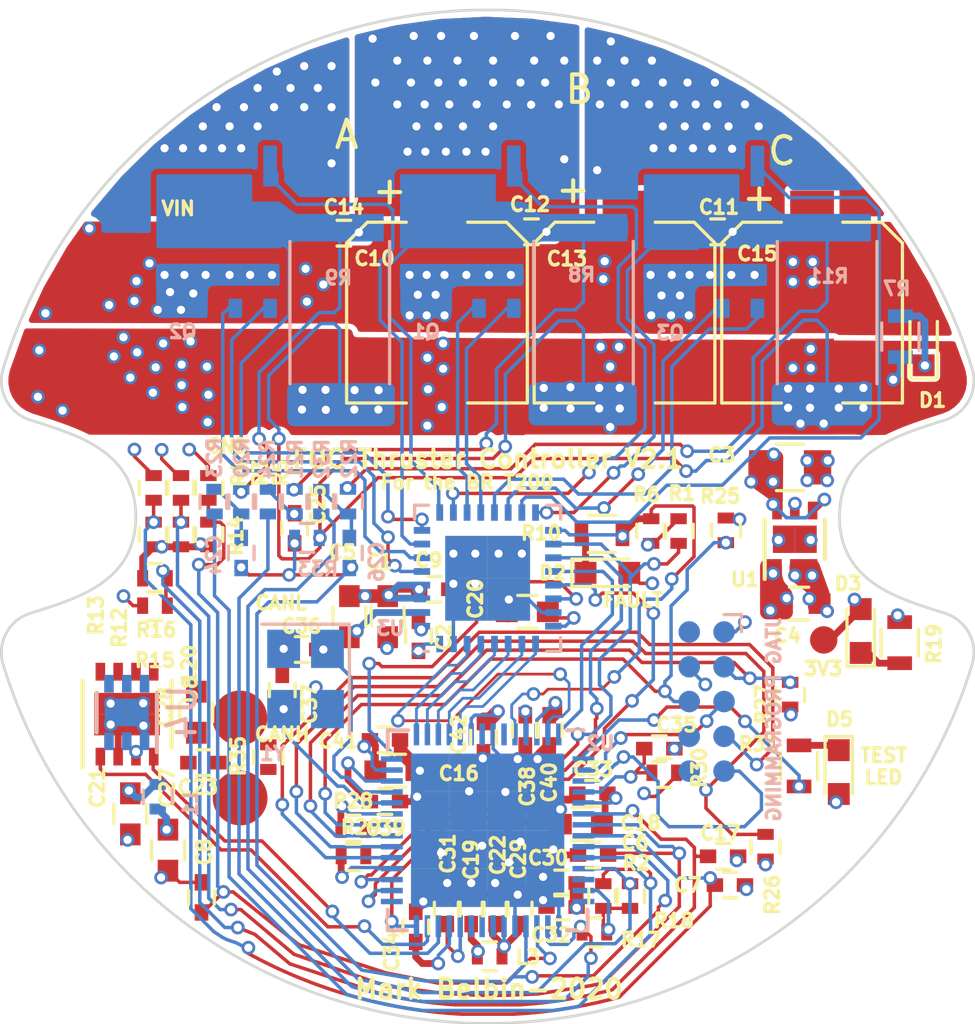
<source format=kicad_pcb>
(kicad_pcb (version 20171130) (host pcbnew "(5.1.5)-3")
  (layers (0 F.Cu signal hide) (1 In1.Cu power hide) (2 In2.Cu power hide) (31 B.Cu signal) (34 B.Paste user hide) (35 F.Paste user hide) (36 B.SilkS user hide) (37 F.SilkS user) (38 B.Mask user hide) (39 F.Mask user hide) (44 Edge.Cuts user))
  (net 0 "")
  (net 1 +BATT)
  (net 2 GND)
  (net 3 "Net-(C2-Pad1)")
  (net 4 "Net-(C2-Pad2)")
  (net 5 /Powertrain/SL_A)
  (net 6 /Powertrain/SL_B)
  (net 7 /Powertrain/SL_C)
  (net 8 "Net-(C20-Pad1)")
  (net 9 "Net-(C22-Pad1)")
  (net 10 +3V3)
  (net 11 "Net-(D1-Pad1)")
  (net 12 "Net-(D2-Pad1)")
  (net 13 "Net-(D3-Pad1)")
  (net 14 /Powertrain/Phase_A)
  (net 15 /Powertrain/Phase_B)
  (net 16 /Powertrain/Phase_C)
  (net 17 /TRST)
  (net 18 /TDI)
  (net 19 /TDO)
  (net 20 /TCK)
  (net 21 /TMS)
  (net 22 /CANL)
  (net 23 /CANH)
  (net 24 /Powertrain/GL_B)
  (net 25 /Powertrain/GH_B)
  (net 26 /Powertrain/SH_B)
  (net 27 /Powertrain/SH_C)
  (net 28 /Powertrain/GH_C)
  (net 29 /Powertrain/GL_C)
  (net 30 /Powertrain/SH_A)
  (net 31 /Powertrain/GH_A)
  (net 32 /Powertrain/GL_A)
  (net 33 /TXCAN)
  (net 34 /RXCAN)
  (net 35 /Powertrain/SPI_MOSI)
  (net 36 /Powertrain/SPI_MISO)
  (net 37 /Powertrain/SPI_CLK)
  (net 38 /Powertrain/EN_GATE)
  (net 39 "Net-(D5-Pad1)")
  (net 40 "Net-(C5-Pad2)")
  (net 41 /Powertrain/VSEN_B)
  (net 42 /Powertrain/VSEN_C)
  (net 43 /Powertrain/VSEN_A)
  (net 44 /Powertrain/PGA_GND)
  (net 45 "Net-(C24-Pad1)")
  (net 46 "Net-(C25-Pad1)")
  (net 47 "Net-(C26-Pad1)")
  (net 48 +3.3VA)
  (net 49 "Net-(C30-Pad1)")
  (net 50 /TI_MCU/~RESET~)
  (net 51 /TI_MCU/X1)
  (net 52 /TI_MCU/X2)
  (net 53 /SCI_RX)
  (net 54 /SCI_TX)
  (net 55 /Powertrain/SNA)
  (net 56 /Powertrain/SPB)
  (net 57 /Powertrain/SPC)
  (net 58 /Powertrain/SPA)
  (net 59 /Powertrain/DAC)
  (net 60 /Powertrain/ISEN_A)
  (net 61 /Powertrain/nFAULT)
  (net 62 /Powertrain/ISEN_B)
  (net 63 /Powertrain/ISEN_C)
  (net 64 /TI_MCU/GPIO32)
  (net 65 /TI_MCU/GPIO24)
  (net 66 /TI_MCU/GPIO6)
  (net 67 /Powertrain/INH_C)
  (net 68 /Powertrain/INL_B)
  (net 69 /Powertrain/INL_A)
  (net 70 /Powertrain/INH_A)
  (net 71 /Powertrain/INH_B)
  (net 72 "Net-(U2-Pad49)")
  (net 73 "Net-(U2-Pad51)")
  (net 74 /Powertrain/INL_C)
  (net 75 "Net-(U2-Pad29)")
  (net 76 /Powertrain/SPI_CS)
  (net 77 "Net-(U2-Pad23)")
  (net 78 "Net-(U2-Pad22)")
  (net 79 "Net-(U2-Pad21)")
  (net 80 "Net-(U2-Pad12)")
  (net 81 /Powertrain/VSEN_PVDD)
  (net 82 "Net-(C16-Pad1)")
  (net 83 "Net-(C18-Pad1)")
  (net 84 "Net-(C31-Pad1)")
  (net 85 "Net-(C38-Pad1)")
  (net 86 +5V)
  (net 87 "Net-(D4-Pad1)")
  (module Capacitors_SMD:CP_Elec_6.3x5.8 (layer F.Cu) (at 98.15 90.8 270)
    (fp_text reference C10 (at -1.975 2.28 180) (layer F.SilkS) (effects (font (size 0.5 0.5) (thickness 0.125))))
    (fp_text value 220uF)
    (fp_text user + (at -4.4 1.8 90) (layer F.SilkS))
    (pad 2 smd rect (at 2.7 0 90) (size 3.5 1.6) (layers F.Cu F.Paste F.Mask) (net 2 GND))
    (pad 1 smd rect (at -2.7 0 90) (size 3.5 1.6) (layers F.Cu F.Paste F.Mask) (net 1 +BATT))
  )
  (module Thruster_Controller:SIZF906DT (layer B.Cu) (at 90.15 90.8 180)
    (fp_text reference Q2 (at 1.29 -0.69 180) (layer B.SilkS) (effects (font (size 0.5 0.5) (thickness 0.125)) (justify mirror)))
    (fp_text value SIZF906DT)
    (pad 4 smd roundrect (at 0.635 0.154 180) (size 0.5 0.7) (layers B.Cu B.Paste B.Mask) (roundrect_rratio 0.1) (net 1 +BATT))
    (pad 2 smd roundrect (at -0.635 0.154 180) (size 0.5 0.7) (layers B.Cu B.Paste B.Mask) (roundrect_rratio 0.1) (net 30 /Powertrain/SH_A))
    (pad 4 smd roundrect (at 1.905 0.154 180) (size 0.5 0.7) (layers B.Cu B.Paste B.Mask) (roundrect_rratio 0.1) (net 1 +BATT))
    (pad 1 smd roundrect (at -1.905 0.154 180) (size 0.5 0.7) (layers B.Cu B.Paste B.Mask) (roundrect_rratio 0.1) (net 31 /Powertrain/GH_A))
    (pad 4 smd roundrect (at 0 1.38 180) (size 4.5 0.8) (layers B.Cu B.Paste B.Mask) (roundrect_rratio 0.05) (net 1 +BATT))
    (pad 6 smd custom (at 0 2.65 180) (size 0.5 0.5) (layers B.Cu B.Paste B.Mask) (net 5 /Powertrain/SL_A) (options (clearance outline) (anchor rect)) (primitives (gr_poly (pts (xy 0 -0.25) (xy -2.2 -0.25) (xy -2.2 1.35) (xy -1.2 1.35) (xy -1.2 2.35) (xy 2.2 2.35) (xy 2.2 -0.25)) (width 0.1))))
    (pad 5 smd roundrect (at 0.5 5.8 180) (size 3.4 0.6) (layers B.Cu B.Paste B.Mask) (roundrect_rratio 0.1) (net 14 /Powertrain/Phase_A))
    (pad 3 smd roundrect (at -1.905 5.35 180) (size 0.5 1.5) (layers B.Cu B.Paste B.Mask) (roundrect_rratio 0.1) (net 32 /Powertrain/GL_A))
  )
  (module Capacitors_SMD:C_0402 (layer F.Cu) (at 102.25 106.05 270)
    (fp_text reference C40 (at 1.9 0 90) (layer F.SilkS) (effects (font (size 0.5 0.5) (thickness 0.125))))
    (fp_text value 0.1uF)
    (pad 2 smd rect (at 0.55 0 270) (size 0.6 0.5) (layers F.Cu F.Paste F.Mask) (net 2 GND))
    (pad 1 smd rect (at -0.55 0 270) (size 0.6 0.5) (layers F.Cu F.Paste F.Mask) (net 48 +3.3VA))
  )
  (module Connectors:Tag-Connect_TC2050-IDC-NL (layer B.Cu) (at 108 105 270)
    (fp_text reference J5 hide)
    (fp_text value "Pogo Conn")
    (pad 10 connect circle (at -2.54 0.635 270) (size 0.7874 0.7874) (layers B.Cu B.Mask) (net 17 /TRST))
    (pad 9 connect circle (at -1.27 0.635 270) (size 0.7874 0.7874) (layers B.Cu B.Mask) (net 2 GND))
    (pad 8 connect circle (at 0 0.635 270) (size 0.7874 0.7874) (layers B.Cu B.Mask) (net 18 /TDI))
    (pad 7 connect circle (at 1.27 0.635 270) (size 0.7874 0.7874) (layers B.Cu B.Mask) (net 2 GND))
    (pad 6 connect circle (at 2.54 0.635 270) (size 0.7874 0.7874) (layers B.Cu B.Mask) (net 19 /TDO))
    (pad 5 connect circle (at 2.54 -0.635 270) (size 0.7874 0.7874) (layers B.Cu B.Mask) (net 53 /SCI_RX))
    (pad 4 connect circle (at 1.27 -0.635 270) (size 0.7874 0.7874) (layers B.Cu B.Mask) (net 20 /TCK))
    (pad 3 connect circle (at 0 -0.635 270) (size 0.7874 0.7874) (layers B.Cu B.Mask) (net 54 /SCI_TX))
    (pad 2 connect circle (at -1.27 -0.635 270) (size 0.7874 0.7874) (layers B.Cu B.Mask) (net 21 /TMS))
    (pad 1 connect circle (at -2.54 -0.635 270) (size 0.7874 0.7874) (layers B.Cu B.Mask) (net 10 +3V3))
    (pad "" np_thru_hole circle (at -3.81 0 270) (size 0.9906 0.9906) (drill 0.9906) (layers *.Cu *.Mask))
    (pad "" np_thru_hole circle (at 3.81 -1.016 270) (size 0.9906 0.9906) (drill 0.9906) (layers *.Cu *.Mask))
    (pad "" np_thru_hole circle (at 3.81 1.016 270) (size 0.9906 0.9906) (drill 0.9906) (layers *.Cu *.Mask))
  )
  (module Capacitors_SMD:C_0402 (layer F.Cu) (at 97.475 102.6 90)
    (fp_text reference C2 (at -0.045 0.925 90) (layer F.SilkS) (effects (font (size 0.5 0.5) (thickness 0.125))))
    (fp_text value 0.047uF)
    (pad 1 smd rect (at -0.55 0 90) (size 0.6 0.5) (layers F.Cu F.Paste F.Mask) (net 3 "Net-(C2-Pad1)"))
    (pad 2 smd rect (at 0.55 0 90) (size 0.6 0.5) (layers F.Cu F.Paste F.Mask) (net 4 "Net-(C2-Pad2)"))
  )
  (module Resistors_SMD:R_2512 (layer B.Cu) (at 94.6 90.8 270)
    (fp_text reference R9 (at -1.27 0.05 180) (layer B.SilkS) (effects (font (size 0.5 0.5) (thickness 0.125)) (justify mirror)))
    (fp_text value 5m)
    (pad 2 smd rect (at 3.1 0 270) (size 1 3.2) (layers B.Cu B.Paste B.Mask) (net 2 GND))
    (pad 1 smd rect (at -3.1 0 270) (size 1 3.2) (layers B.Cu B.Paste B.Mask) (net 5 /Powertrain/SL_A))
  )
  (module Thruster_Controller:Phase_Pad (layer F.Cu) (at 91.95 84.4)
    (fp_text reference J1 hide)
    (fp_text value PHASE_A)
    (pad 1 smd circle (at 0 0) (size 4 4) (layers F.Cu F.Paste F.Mask) (net 14 /Powertrain/Phase_A))
  )
  (module Thruster_Controller:Phase_Pad (layer F.Cu) (at 99.8 82.6)
    (fp_text reference J2 hide)
    (fp_text value PHASE_B)
    (pad 1 smd circle (at 0 0) (size 4 4) (layers F.Cu F.Paste F.Mask) (net 15 /Powertrain/Phase_B))
  )
  (module Thruster_Controller:Phase_Pad (layer F.Cu) (at 107.8 84.15)
    (fp_text reference J3 hide)
    (fp_text value PHASE_C)
    (pad 1 smd circle (at 0 0) (size 4 4) (layers F.Cu F.Paste F.Mask) (net 16 /Powertrain/Phase_C))
  )
  (module Thruster_Controller:SIZF906DT (layer B.Cu) (at 99.05 90.8 180)
    (fp_text reference Q1 (at 1.3 -0.7 180) (layer B.SilkS) (effects (font (size 0.5 0.5) (thickness 0.125)) (justify mirror)))
    (fp_text value SIZF906DT)
    (pad 4 smd roundrect (at 0.635 0.154 180) (size 0.5 0.7) (layers B.Cu B.Paste B.Mask) (roundrect_rratio 0.1) (net 1 +BATT))
    (pad 2 smd roundrect (at -0.635 0.154 180) (size 0.5 0.7) (layers B.Cu B.Paste B.Mask) (roundrect_rratio 0.1) (net 26 /Powertrain/SH_B))
    (pad 4 smd roundrect (at 1.905 0.154 180) (size 0.5 0.7) (layers B.Cu B.Paste B.Mask) (roundrect_rratio 0.1) (net 1 +BATT))
    (pad 1 smd roundrect (at -1.905 0.154 180) (size 0.5 0.7) (layers B.Cu B.Paste B.Mask) (roundrect_rratio 0.1) (net 25 /Powertrain/GH_B))
    (pad 4 smd roundrect (at 0 1.38 180) (size 4.5 0.8) (layers B.Cu B.Paste B.Mask) (roundrect_rratio 0.05) (net 1 +BATT))
    (pad 6 smd custom (at 0 2.65 180) (size 0.5 0.5) (layers B.Cu B.Paste B.Mask) (net 6 /Powertrain/SL_B) (options (clearance outline) (anchor rect)) (primitives (gr_poly (pts (xy 0 -0.25) (xy -2.2 -0.25) (xy -2.2 1.35) (xy -1.2 1.35) (xy -1.2 2.35) (xy 2.2 2.35) (xy 2.2 -0.25)) (width 0.1))))
    (pad 5 smd roundrect (at 0.5 5.8 180) (size 3.4 0.6) (layers B.Cu B.Paste B.Mask) (roundrect_rratio 0.1) (net 15 /Powertrain/Phase_B))
    (pad 3 smd roundrect (at -1.905 5.35 180) (size 0.5 1.5) (layers B.Cu B.Paste B.Mask) (roundrect_rratio 0.1) (net 24 /Powertrain/GL_B))
  )
  (module Capacitors_SMD:C_0603 (layer F.Cu) (at 96.35 101.9 270)
    (fp_text reference C1 (at -2 0.3 180) (layer F.SilkS) (effects (font (size 0.5 0.5) (thickness 0.125))))
    (fp_text value 4.7uF)
    (pad 1 smd rect (at -0.75 0 270) (size 0.8 0.75) (layers F.Cu F.Paste F.Mask) (net 1 +BATT))
    (pad 2 smd rect (at 0.75 0 270) (size 0.8 0.75) (layers F.Cu F.Paste F.Mask) (net 2 GND))
  )
  (module Capacitors_SMD:C_0603 (layer F.Cu) (at 94.95 101.9 270)
    (fp_text reference C5 (at -2.35 0.25 180) (layer F.SilkS) (effects (font (size 0.5 0.5) (thickness 0.125))))
    (fp_text value 1uF)
    (pad 2 smd rect (at 0.75 0 270) (size 0.8 0.75) (layers F.Cu F.Paste F.Mask) (net 40 "Net-(C5-Pad2)"))
    (pad 1 smd rect (at -0.75 0 270) (size 0.8 0.75) (layers F.Cu F.Paste F.Mask) (net 1 +BATT))
  )
  (module Capacitors_SMD:C_0603 (layer F.Cu) (at 101.45 101.725 180)
    (fp_text reference C20 (at 1.895 0.48 270) (layer F.SilkS) (effects (font (size 0.5 0.5) (thickness 0.125))))
    (fp_text value 1uF)
    (pad 1 smd rect (at -0.75 0 180) (size 0.8 0.75) (layers F.Cu F.Paste F.Mask) (net 8 "Net-(C20-Pad1)"))
    (pad 2 smd rect (at 0.75 0 180) (size 0.8 0.75) (layers F.Cu F.Paste F.Mask) (net 2 GND))
  )
  (module LEDs:LED_0603 (layer F.Cu) (at 104.375 100.3)
    (fp_text reference D2 (at -2 0) (layer F.SilkS) (effects (font (size 0.5 0.5) (thickness 0.125))))
    (fp_text value RED)
    (pad 1 smd rect (at -0.8 0 180) (size 0.8 0.8) (layers F.Cu F.Paste F.Mask) (net 12 "Net-(D2-Pad1)"))
    (pad 2 smd rect (at 0.8 0 180) (size 0.8 0.8) (layers F.Cu F.Paste F.Mask) (net 10 +3V3))
  )
  (module LEDs:LED_0603 (layer F.Cu) (at 113.625 102.425 90)
    (fp_text reference D3 (at 1.73 -0.46 180) (layer F.SilkS) (effects (font (size 0.5 0.5) (thickness 0.125))))
    (fp_text value GREEN)
    (pad 1 smd rect (at -0.8 0 270) (size 0.8 0.8) (layers F.Cu F.Paste F.Mask) (net 13 "Net-(D3-Pad1)"))
    (pad 2 smd rect (at 0.8 0 270) (size 0.8 0.8) (layers F.Cu F.Paste F.Mask) (net 10 +3V3))
  )
  (module Inductors_SMD:L_0402 (layer F.Cu) (at 100.075 114.3)
    (fp_text reference L3 (at 1.395 0.04) (layer F.SilkS) (effects (font (size 0.5 0.5) (thickness 0.125))))
    (fp_text value "60 Ohm")
    (pad 2 smd rect (at 0.45 0) (size 0.4 0.6) (layers F.Cu F.Paste F.Mask) (net 9 "Net-(C22-Pad1)"))
    (pad 1 smd rect (at -0.45 0) (size 0.4 0.6) (layers F.Cu F.Paste F.Mask) (net 10 +3V3))
  )
  (module MCU_Powertrain:NetTie-2_SMD_5mil (layer B.Cu) (at 103.5 92.7095 270)
    (fp_text reference NT1 hide)
    (fp_text value Net-Tie_2)
    (fp_poly (pts (xy -0.1905 0.0635) (xy 0.1905 0.0635) (xy 0.1905 -0.0635) (xy -0.1905 -0.0635)) (layer B.Cu) (width 0))
    (pad 2 smd circle (at 0.1905 0 270) (size 0.127 0.127) (layers B.Cu) (net 2 GND))
    (pad 1 smd circle (at -0.1905 0 270) (size 0.127 0.127) (layers B.Cu) (net 55 /Powertrain/SNA))
  )
  (module MCU_Powertrain:NetTie-2_SMD_5mil (layer B.Cu) (at 94.6 92.7 270)
    (fp_text reference NT2 hide)
    (fp_text value Net-Tie_2)
    (fp_poly (pts (xy -0.1905 0.0635) (xy 0.1905 0.0635) (xy 0.1905 -0.0635) (xy -0.1905 -0.0635)) (layer B.Cu) (width 0))
    (pad 1 smd circle (at -0.1905 0 270) (size 0.127 0.127) (layers B.Cu) (net 55 /Powertrain/SNA))
    (pad 2 smd circle (at 0.1905 0 270) (size 0.127 0.127) (layers B.Cu) (net 2 GND))
  )
  (module MCU_Powertrain:NetTie-2_SMD_5mil (layer B.Cu) (at 112.4 92.7 270)
    (fp_text reference NT3 hide)
    (fp_text value Net-Tie_2)
    (fp_poly (pts (xy -0.1905 0.0635) (xy 0.1905 0.0635) (xy 0.1905 -0.0635) (xy -0.1905 -0.0635)) (layer B.Cu) (width 0))
    (pad 1 smd circle (at -0.1905 0 270) (size 0.127 0.127) (layers B.Cu) (net 55 /Powertrain/SNA))
    (pad 2 smd circle (at 0.1905 0 270) (size 0.127 0.127) (layers B.Cu) (net 2 GND))
  )
  (module MCU_Powertrain:NetTie-2_SMD_5mil (layer B.Cu) (at 103.5 89 90)
    (fp_text reference NT4 hide)
    (fp_text value Net-Tie_2)
    (fp_poly (pts (xy -0.1905 0.0635) (xy 0.1905 0.0635) (xy 0.1905 -0.0635) (xy -0.1905 -0.0635)) (layer B.Cu) (width 0))
    (pad 2 smd circle (at 0.1905 0 90) (size 0.127 0.127) (layers B.Cu) (net 6 /Powertrain/SL_B))
    (pad 1 smd circle (at -0.1905 0 90) (size 0.127 0.127) (layers B.Cu) (net 56 /Powertrain/SPB))
  )
  (module MCU_Powertrain:NetTie-2_SMD_5mil (layer B.Cu) (at 94.6 89 90)
    (fp_text reference NT5 hide)
    (fp_text value Net-Tie_2)
    (fp_poly (pts (xy -0.1905 0.0635) (xy 0.1905 0.0635) (xy 0.1905 -0.0635) (xy -0.1905 -0.0635)) (layer B.Cu) (width 0))
    (pad 1 smd circle (at -0.1905 0 90) (size 0.127 0.127) (layers B.Cu) (net 58 /Powertrain/SPA))
    (pad 2 smd circle (at 0.1905 0 90) (size 0.127 0.127) (layers B.Cu) (net 5 /Powertrain/SL_A))
  )
  (module MCU_Powertrain:NetTie-2_SMD_5mil (layer B.Cu) (at 112.4 89 90)
    (fp_text reference NT6 hide)
    (fp_text value Net-Tie_2)
    (fp_poly (pts (xy -0.1905 0.0635) (xy 0.1905 0.0635) (xy 0.1905 -0.0635) (xy -0.1905 -0.0635)) (layer B.Cu) (width 0))
    (pad 2 smd circle (at 0.1905 0 90) (size 0.127 0.127) (layers B.Cu) (net 7 /Powertrain/SL_C))
    (pad 1 smd circle (at -0.1905 0 90) (size 0.127 0.127) (layers B.Cu) (net 57 /Powertrain/SPC))
  )
  (module Housings_DFN_QFN:DFN-8-1EP_3x3mm_Pitch0.65mm (layer F.Cu) (at 86.83 105.46 90)
    (fp_text reference U8 (at 0.9 2.3 90) (layer F.SilkS) (effects (font (size 0.5 0.5) (thickness 0.125))))
    (fp_text value ATA6561)
    (pad 1 smd rect (at -1.55 -0.975 90) (size 0.65 0.35) (layers F.Cu F.Paste F.Mask) (net 33 /TXCAN))
    (pad 2 smd rect (at -1.55 -0.325 90) (size 0.65 0.35) (layers F.Cu F.Paste F.Mask) (net 2 GND))
    (pad 3 smd rect (at -1.55 0.325 90) (size 0.65 0.35) (layers F.Cu F.Paste F.Mask) (net 86 +5V))
    (pad 4 smd rect (at -1.55 0.975 90) (size 0.65 0.35) (layers F.Cu F.Paste F.Mask) (net 34 /RXCAN))
    (pad 5 smd rect (at 1.55 0.975 90) (size 0.65 0.35) (layers F.Cu F.Paste F.Mask) (net 10 +3V3))
    (pad 6 smd rect (at 1.55 0.325 90) (size 0.65 0.35) (layers F.Cu F.Paste F.Mask) (net 22 /CANL))
    (pad 7 smd rect (at 1.55 -0.325 90) (size 0.65 0.35) (layers F.Cu F.Paste F.Mask) (net 23 /CANH))
    (pad 8 smd rect (at 1.55 -0.975 90) (size 0.65 0.35) (layers F.Cu F.Paste F.Mask) (net 2 GND))
    (pad 9 smd rect (at 0.3875 0.6 90) (size 0.775 1.2) (layers F.Cu F.Paste F.Mask) (net 2 GND))
    (pad 9 smd rect (at 0.3875 -0.6 90) (size 0.775 1.2) (layers F.Cu F.Paste F.Mask) (net 2 GND))
    (pad 9 smd rect (at -0.3875 0.6 90) (size 0.775 1.2) (layers F.Cu F.Paste F.Mask) (net 2 GND))
    (pad 9 smd rect (at -0.3875 -0.6 90) (size 0.775 1.2) (layers F.Cu F.Paste F.Mask) (net 2 GND))
  )
  (module LEDs:LED_0603 (layer F.Cu) (at 115.925 91.925 90)
    (fp_text reference D1 (at -2.075 0.325 180) (layer F.SilkS) (effects (font (size 0.5 0.5) (thickness 0.125))))
    (fp_text value BLUE)
    (pad 1 smd rect (at -0.8 0 270) (size 0.8 0.8) (layers F.Cu F.Paste F.Mask) (net 11 "Net-(D1-Pad1)"))
    (pad 2 smd rect (at 0.8 0 270) (size 0.8 0.8) (layers F.Cu F.Paste F.Mask) (net 1 +BATT))
  )
  (module Resistors_SMD:R_0603 (layer B.Cu) (at 115.075 91.675 270)
    (fp_text reference R7 (at -1.75 0.13) (layer B.SilkS) (effects (font (size 0.5 0.5) (thickness 0.125)) (justify mirror)))
    (fp_text value 2.7k)
    (pad 2 smd rect (at 0.75 0 270) (size 0.5 0.9) (layers B.Cu B.Paste B.Mask) (net 2 GND))
    (pad 1 smd rect (at -0.75 0 270) (size 0.5 0.9) (layers B.Cu B.Paste B.Mask) (net 11 "Net-(D1-Pad1)"))
  )
  (module Capacitors_SMD:C_0402 (layer F.Cu) (at 103.85 110.6 180)
    (fp_text reference C6 (at -1.53 0.45 180) (layer F.SilkS) (effects (font (size 0.5 0.5) (thickness 0.125))))
    (fp_text value 0.1uF)
    (pad 2 smd rect (at 0.55 0 180) (size 0.6 0.5) (layers F.Cu F.Paste F.Mask) (net 2 GND))
    (pad 1 smd rect (at -0.55 0 180) (size 0.6 0.5) (layers F.Cu F.Paste F.Mask) (net 41 /Powertrain/VSEN_B))
  )
  (module Capacitors_SMD:C_0402 (layer F.Cu) (at 108.85 111.7)
    (fp_text reference C7 (at -1.54 0) (layer F.SilkS) (effects (font (size 0.5 0.5) (thickness 0.125))))
    (fp_text value 0.1uF)
    (pad 1 smd rect (at -0.55 0) (size 0.6 0.5) (layers F.Cu F.Paste F.Mask) (net 43 /Powertrain/VSEN_A))
    (pad 2 smd rect (at 0.55 0) (size 0.6 0.5) (layers F.Cu F.Paste F.Mask) (net 2 GND))
  )
  (module Capacitors_SMD:C_0402 (layer F.Cu) (at 89.55 112.15 90)
    (fp_text reference C8 (at 1.65 0.1 90) (layer F.SilkS) (effects (font (size 0.5 0.5) (thickness 0.125))))
    (fp_text value 0.1uF)
    (pad 1 smd rect (at -0.55 0 90) (size 0.6 0.5) (layers F.Cu F.Paste F.Mask) (net 42 /Powertrain/VSEN_C))
    (pad 2 smd rect (at 0.55 0 90) (size 0.6 0.5) (layers F.Cu F.Paste F.Mask) (net 2 GND))
  )
  (module Capacitors_SMD:C_0402 (layer F.Cu) (at 108.6 110.65)
    (fp_text reference C17 (at -0.1 -0.85 180) (layer F.SilkS) (effects (font (size 0.5 0.5) (thickness 0.125))))
    (fp_text value 0.1uF)
    (pad 2 smd rect (at 0.55 0) (size 0.6 0.5) (layers F.Cu F.Paste F.Mask) (net 2 GND))
    (pad 1 smd rect (at -0.55 0) (size 0.6 0.5) (layers F.Cu F.Paste F.Mask) (net 81 /Powertrain/VSEN_PVDD))
  )
  (module Capacitors_SMD:C_0402 (layer B.Cu) (at 91 99.575 270)
    (fp_text reference C24 (at 0.08 1 90) (layer B.SilkS) (effects (font (size 0.5 0.5) (thickness 0.125)) (justify mirror)))
    (fp_text value 2200pF)
    (pad 2 smd rect (at 0.55 0 270) (size 0.6 0.5) (layers B.Cu B.Paste B.Mask) (net 44 /Powertrain/PGA_GND))
    (pad 1 smd rect (at -0.55 0 270) (size 0.6 0.5) (layers B.Cu B.Paste B.Mask) (net 45 "Net-(C24-Pad1)"))
  )
  (module Capacitors_SMD:C_0402 (layer F.Cu) (at 92.95 98.675 270)
    (fp_text reference C25 (at -0.875 -0.85 270) (layer F.SilkS) (effects (font (size 0.5 0.5) (thickness 0.125))))
    (fp_text value 2200pF)
    (pad 1 smd rect (at -0.55 0 270) (size 0.6 0.5) (layers F.Cu F.Paste F.Mask) (net 46 "Net-(C25-Pad1)"))
    (pad 2 smd rect (at 0.55 0 270) (size 0.6 0.5) (layers F.Cu F.Paste F.Mask) (net 44 /Powertrain/PGA_GND))
  )
  (module Capacitors_SMD:C_0402 (layer B.Cu) (at 94.95 99.575 270)
    (fp_text reference C26 (at 0.325 -1 270) (layer B.SilkS) (effects (font (size 0.5 0.5) (thickness 0.125)) (justify mirror)))
    (fp_text value 2200pF)
    (pad 2 smd rect (at 0.55 0 270) (size 0.6 0.5) (layers B.Cu B.Paste B.Mask) (net 44 /Powertrain/PGA_GND))
    (pad 1 smd rect (at -0.55 0 270) (size 0.6 0.5) (layers B.Cu B.Paste B.Mask) (net 47 "Net-(C26-Pad1)"))
  )
  (module Resistors_SMD:R_0402 (layer F.Cu) (at 88.8 97.2 270)
    (fp_text reference R3 (at -0.55 -2.9 90) (layer F.SilkS) (effects (font (size 0.5 0.5) (thickness 0.125))))
    (fp_text value 22.0k)
    (pad 2 smd rect (at 0.45 0 270) (size 0.4 0.6) (layers F.Cu F.Paste F.Mask) (net 41 /Powertrain/VSEN_B))
    (pad 1 smd rect (at -0.45 0 270) (size 0.4 0.6) (layers F.Cu F.Paste F.Mask) (net 15 /Powertrain/Phase_B))
  )
  (module Resistors_SMD:R_0402 (layer F.Cu) (at 87.8 97.2 270)
    (fp_text reference R4 (at -0.525 -3.125 90) (layer F.SilkS) (effects (font (size 0.5 0.5) (thickness 0.125))))
    (fp_text value 22.0k)
    (pad 2 smd rect (at 0.45 0 270) (size 0.4 0.6) (layers F.Cu F.Paste F.Mask) (net 43 /Powertrain/VSEN_A))
    (pad 1 smd rect (at -0.45 0 270) (size 0.4 0.6) (layers F.Cu F.Paste F.Mask) (net 14 /Powertrain/Phase_A))
  )
  (module Resistors_SMD:R_0402 (layer F.Cu) (at 89.8 97.2 270)
    (fp_text reference R5 (at -0.55 -2.65 90) (layer F.SilkS) (effects (font (size 0.5 0.5) (thickness 0.125))))
    (fp_text value 22.0k)
    (pad 1 smd rect (at -0.45 0 270) (size 0.4 0.6) (layers F.Cu F.Paste F.Mask) (net 16 /Powertrain/Phase_C))
    (pad 2 smd rect (at 0.45 0 270) (size 0.4 0.6) (layers F.Cu F.Paste F.Mask) (net 42 /Powertrain/VSEN_C))
  )
  (module Resistors_SMD:R_0402 (layer F.Cu) (at 88.8 98.9 270)
    (fp_text reference R12 (at 3.4 2.25 90) (layer F.SilkS) (effects (font (size 0.5 0.5) (thickness 0.125))))
    (fp_text value 4.99k)
    (pad 1 smd rect (at -0.45 0 270) (size 0.4 0.6) (layers F.Cu F.Paste F.Mask) (net 41 /Powertrain/VSEN_B))
    (pad 2 smd rect (at 0.45 0 270) (size 0.4 0.6) (layers F.Cu F.Paste F.Mask) (net 2 GND))
  )
  (module Resistors_SMD:R_0402 (layer F.Cu) (at 87.8 98.9 270)
    (fp_text reference R13 (at 2.95 2.1 270) (layer F.SilkS) (effects (font (size 0.5 0.5) (thickness 0.125))))
    (fp_text value 4.99k)
    (pad 1 smd rect (at -0.45 0 270) (size 0.4 0.6) (layers F.Cu F.Paste F.Mask) (net 43 /Powertrain/VSEN_A))
    (pad 2 smd rect (at 0.45 0 270) (size 0.4 0.6) (layers F.Cu F.Paste F.Mask) (net 2 GND))
  )
  (module Resistors_SMD:R_0402 (layer F.Cu) (at 89.8 98.9 270)
    (fp_text reference R14 (at 0.05 -1 90) (layer F.SilkS) (effects (font (size 0.5 0.5) (thickness 0.125))))
    (fp_text value 4.99k)
    (pad 2 smd rect (at 0.45 0 270) (size 0.4 0.6) (layers F.Cu F.Paste F.Mask) (net 2 GND))
    (pad 1 smd rect (at -0.45 0 270) (size 0.4 0.6) (layers F.Cu F.Paste F.Mask) (net 42 /Powertrain/VSEN_C))
  )
  (module Resistors_SMD:R_0402 (layer F.Cu) (at 87.85 101.5)
    (fp_text reference R15 (at 0 2) (layer F.SilkS) (effects (font (size 0.5 0.5) (thickness 0.125))))
    (fp_text value 22.0k)
    (pad 2 smd rect (at 0.45 0) (size 0.4 0.6) (layers F.Cu F.Paste F.Mask) (net 81 /Powertrain/VSEN_PVDD))
    (pad 1 smd rect (at -0.45 0) (size 0.4 0.6) (layers F.Cu F.Paste F.Mask) (net 1 +BATT))
  )
  (module Resistors_SMD:R_0402 (layer F.Cu) (at 87.85 100.5 180)
    (fp_text reference R16 (at -0.05 -1.885 180) (layer F.SilkS) (effects (font (size 0.5 0.5) (thickness 0.125))))
    (fp_text value 4.99k)
    (pad 1 smd rect (at -0.45 0 180) (size 0.4 0.6) (layers F.Cu F.Paste F.Mask) (net 81 /Powertrain/VSEN_PVDD))
    (pad 2 smd rect (at 0.45 0 180) (size 0.4 0.6) (layers F.Cu F.Paste F.Mask) (net 2 GND))
  )
  (module Resistors_SMD:R_0402 (layer B.Cu) (at 91 97.7 270)
    (fp_text reference R20 (at -1.6 -0.025 90) (layer B.SilkS) (effects (font (size 0.5 0.5) (thickness 0.125)) (justify mirror)))
    (fp_text value 56)
    (pad 2 smd rect (at 0.45 0 270) (size 0.4 0.6) (layers B.Cu B.Paste B.Mask) (net 45 "Net-(C24-Pad1)"))
    (pad 1 smd rect (at -0.45 0 270) (size 0.4 0.6) (layers B.Cu B.Paste B.Mask) (net 58 /Powertrain/SPA))
  )
  (module Resistors_SMD:R_0402 (layer B.Cu) (at 92.95 97.7 270)
    (fp_text reference R21 (at -1.55 -0.025 90) (layer B.SilkS) (effects (font (size 0.5 0.5) (thickness 0.125)) (justify mirror)))
    (fp_text value 56)
    (pad 2 smd rect (at 0.45 0 270) (size 0.4 0.6) (layers B.Cu B.Paste B.Mask) (net 46 "Net-(C25-Pad1)"))
    (pad 1 smd rect (at -0.45 0 270) (size 0.4 0.6) (layers B.Cu B.Paste B.Mask) (net 56 /Powertrain/SPB))
  )
  (module Resistors_SMD:R_0402 (layer B.Cu) (at 94.9 97.7 270)
    (fp_text reference R22 (at -1.575 -0.05 90) (layer B.SilkS) (effects (font (size 0.5 0.5) (thickness 0.125)) (justify mirror)))
    (fp_text value 56)
    (pad 1 smd rect (at -0.45 0 270) (size 0.4 0.6) (layers B.Cu B.Paste B.Mask) (net 57 /Powertrain/SPC))
    (pad 2 smd rect (at 0.45 0 270) (size 0.4 0.6) (layers B.Cu B.Paste B.Mask) (net 47 "Net-(C26-Pad1)"))
  )
  (module Thruster_Controller:SIZF906DT (layer B.Cu) (at 107.95 90.8 180)
    (fp_text reference Q3 (at 1.28 -0.74) (layer B.SilkS) (effects (font (size 0.5 0.5) (thickness 0.125)) (justify mirror)))
    (fp_text value SIZF906DT)
    (pad 3 smd roundrect (at -1.905 5.35 180) (size 0.5 1.5) (layers B.Cu B.Paste B.Mask) (roundrect_rratio 0.1) (net 29 /Powertrain/GL_C))
    (pad 5 smd roundrect (at 0.5 5.8 180) (size 3.4 0.6) (layers B.Cu B.Paste B.Mask) (roundrect_rratio 0.1) (net 16 /Powertrain/Phase_C))
    (pad 6 smd custom (at 0 2.65 180) (size 0.5 0.5) (layers B.Cu B.Paste B.Mask) (net 7 /Powertrain/SL_C) (options (clearance outline) (anchor rect)) (primitives (gr_poly (pts (xy 0 -0.25) (xy -2.2 -0.25) (xy -2.2 1.35) (xy -1.2 1.35) (xy -1.2 2.35) (xy 2.2 2.35) (xy 2.2 -0.25)) (width 0.1))))
    (pad 4 smd roundrect (at 0 1.38 180) (size 4.5 0.8) (layers B.Cu B.Paste B.Mask) (roundrect_rratio 0.05) (net 1 +BATT))
    (pad 1 smd roundrect (at -1.905 0.154 180) (size 0.5 0.7) (layers B.Cu B.Paste B.Mask) (roundrect_rratio 0.1) (net 28 /Powertrain/GH_C))
    (pad 4 smd roundrect (at 1.905 0.154 180) (size 0.5 0.7) (layers B.Cu B.Paste B.Mask) (roundrect_rratio 0.1) (net 1 +BATT))
    (pad 2 smd roundrect (at -0.635 0.154 180) (size 0.5 0.7) (layers B.Cu B.Paste B.Mask) (roundrect_rratio 0.1) (net 27 /Powertrain/SH_C))
    (pad 4 smd roundrect (at 0.635 0.154 180) (size 0.5 0.7) (layers B.Cu B.Paste B.Mask) (roundrect_rratio 0.1) (net 1 +BATT))
  )
  (module Thruster_Controller:Bus_Pad (layer F.Cu) (at 89.9 89.175)
    (fp_text reference J7 hide)
    (fp_text value Conn_01x01)
    (pad 1 smd rect (at 0 0) (size 2.5 1.85) (layers F.Cu F.Paste F.Mask) (net 1 +BATT))
  )
  (module Thruster_Controller:Bus_Pad (layer F.Cu) (at 89.825 93.55)
    (fp_text reference J8 hide)
    (fp_text value Conn_01x01)
    (pad 1 smd rect (at 0 0) (size 2.5 1.85) (layers F.Cu F.Paste F.Mask) (net 2 GND))
  )
  (module Resistors_SMD:R_0402 (layer F.Cu) (at 106.45 107.6 180)
    (fp_text reference R30 (at -1.28 0.18 270) (layer F.SilkS) (effects (font (size 0.5 0.5) (thickness 0.125))))
    (fp_text value 2.2k)
    (pad 1 smd rect (at -0.45 0 180) (size 0.4 0.6) (layers F.Cu F.Paste F.Mask) (net 10 +3V3))
    (pad 2 smd rect (at 0.45 0 180) (size 0.4 0.6) (layers F.Cu F.Paste F.Mask) (net 50 /TI_MCU/~RESET~))
  )
  (module Capacitors_SMD:C_0402 (layer F.Cu) (at 89.62 107.23)
    (fp_text reference C23 (at -0.2 0.9 180) (layer F.SilkS) (effects (font (size 0.5 0.5) (thickness 0.125))))
    (fp_text value 0.1uF)
    (pad 2 smd rect (at 0.55 0) (size 0.6 0.5) (layers F.Cu F.Paste F.Mask) (net 2 GND))
    (pad 1 smd rect (at -0.55 0) (size 0.6 0.5) (layers F.Cu F.Paste F.Mask) (net 86 +5V))
  )
  (module Capacitors_SMD:C_0603 (layer F.Cu) (at 89.36 105.39 90)
    (fp_text reference C28 (at 0.2 -1.15 90) (layer F.SilkS) (effects (font (size 0.5 0.5) (thickness 0.125))))
    (fp_text value 1uF)
    (pad 2 smd rect (at 0.75 0 90) (size 0.8 0.75) (layers F.Cu F.Paste F.Mask) (net 2 GND))
    (pad 1 smd rect (at -0.75 0 90) (size 0.8 0.75) (layers F.Cu F.Paste F.Mask) (net 86 +5V))
  )
  (module Resistors_SMD:R_0402 (layer F.Cu) (at 91.99 107.03 90)
    (fp_text reference R35 (at 0.035355 -1.1 90) (layer F.SilkS) (effects (font (size 0.5 0.5) (thickness 0.125))))
    (fp_text value 120)
    (pad 2 smd rect (at 0.45 0 90) (size 0.4 0.6) (layers F.Cu F.Paste F.Mask) (net 23 /CANH))
    (pad 1 smd rect (at -0.45 0 90) (size 0.4 0.6) (layers F.Cu F.Paste F.Mask) (net 22 /CANL))
  )
  (module Thruster_Controller:CAN_Pad (layer F.Cu) (at 90.96 108.52)
    (fp_text reference J4 hide)
    (fp_text value Conn_01x01)
    (pad 1 smd circle (at 0 0) (size 2 2) (layers F.Cu F.Paste F.Mask) (net 22 /CANL))
  )
  (module Thruster_Controller:CAN_Pad (layer F.Cu) (at 90.95 105.6)
    (fp_text reference J6 hide)
    (fp_text value Conn_01x01)
    (pad 1 smd circle (at 0 0) (size 2 2) (layers F.Cu F.Paste F.Mask) (net 23 /CANH))
  )
  (module LEDs:LED_0603 (layer F.Cu) (at 112.825 107.575 270)
    (fp_text reference D5 (at -1.925 -0.025 180) (layer F.SilkS) (effects (font (size 0.5 0.5) (thickness 0.125))))
    (fp_text value Orange)
    (pad 1 smd rect (at -0.8 0 90) (size 0.8 0.8) (layers F.Cu F.Paste F.Mask) (net 39 "Net-(D5-Pad1)"))
    (pad 2 smd rect (at 0.8 0 90) (size 0.8 0.8) (layers F.Cu F.Paste F.Mask) (net 10 +3V3))
  )
  (module Resistors_SMD:R_0603 (layer F.Cu) (at 111.375 107.35 270)
    (fp_text reference R31 (at -0.8 1.475 180) (layer F.SilkS) (effects (font (size 0.5 0.5) (thickness 0.125))))
    (fp_text value 680)
    (pad 2 smd rect (at 0.75 0 270) (size 0.5 0.9) (layers F.Cu F.Paste F.Mask) (net 66 /TI_MCU/GPIO6))
    (pad 1 smd rect (at -0.75 0 270) (size 0.5 0.9) (layers F.Cu F.Paste F.Mask) (net 39 "Net-(D5-Pad1)"))
  )
  (module Thruster_Controller:TestPoint_Pad_D1.0mm (layer F.Cu) (at 112.275 102.75)
    (fp_text reference TP1 hide)
    (fp_text value TestPoint)
    (pad 1 smd circle (at 0 0) (size 1 1) (layers F.Cu F.Mask) (net 10 +3V3))
  )
  (module Resistors_SMD:R_2512 (layer B.Cu) (at 103.5 90.8 270)
    (fp_text reference R8 (at -1.38 0.07 180) (layer B.SilkS) (effects (font (size 0.5 0.5) (thickness 0.125)) (justify mirror)))
    (fp_text value 5m)
    (pad 2 smd rect (at 3.1 0 270) (size 1 3.2) (layers B.Cu B.Paste B.Mask) (net 2 GND))
    (pad 1 smd rect (at -3.1 0 270) (size 1 3.2) (layers B.Cu B.Paste B.Mask) (net 6 /Powertrain/SL_B))
  )
  (module Resistors_SMD:R_2512 (layer B.Cu) (at 112.4 90.8 270)
    (fp_text reference R11 (at -1.33 -0.05 180) (layer B.SilkS) (effects (font (size 0.5 0.5) (thickness 0.125)) (justify mirror)))
    (fp_text value 5m)
    (pad 1 smd rect (at -3.1 0 270) (size 1 3.2) (layers B.Cu B.Paste B.Mask) (net 7 /Powertrain/SL_C))
    (pad 2 smd rect (at 3.1 0 270) (size 1 3.2) (layers B.Cu B.Paste B.Mask) (net 2 GND))
  )
  (module Capacitors_SMD:CP_Elec_6.3x5.8 (layer F.Cu) (at 105 90.8 270)
    (fp_text reference C13 (at -1.965 2.105 180) (layer F.SilkS) (effects (font (size 0.5 0.5) (thickness 0.125))))
    (fp_text value 220uF)
    (fp_text user + (at -4.45 1.95 90) (layer F.SilkS))
    (pad 1 smd rect (at -2.7 0 90) (size 3.5 1.6) (layers F.Cu F.Paste F.Mask) (net 1 +BATT))
    (pad 2 smd rect (at 2.7 0 90) (size 3.5 1.6) (layers F.Cu F.Paste F.Mask) (net 2 GND))
  )
  (module Capacitors_SMD:CP_Elec_6.3x5.8 (layer F.Cu) (at 111.85 90.8 270)
    (fp_text reference C15 (at -2.15 2 180) (layer F.SilkS) (effects (font (size 0.5 0.5) (thickness 0.125))))
    (fp_text value 220uF)
    (fp_text user + (at -4.15 2 90) (layer F.SilkS))
    (pad 2 smd rect (at 2.7 0 90) (size 3.5 1.6) (layers F.Cu F.Paste F.Mask) (net 2 GND))
    (pad 1 smd rect (at -2.7 0 90) (size 3.5 1.6) (layers F.Cu F.Paste F.Mask) (net 1 +BATT))
  )
  (module Capacitors_SMD:C_0805 (layer F.Cu) (at 111.05 96.45)
    (fp_text reference C3 (at -2.5 -0.45) (layer F.SilkS) (effects (font (size 0.5 0.5) (thickness 0.125))))
    (fp_text value 1uF)
    (pad 2 smd rect (at 1 0) (size 1 1.25) (layers F.Cu F.Paste F.Mask) (net 2 GND))
    (pad 1 smd rect (at -1 0) (size 1 1.25) (layers F.Cu F.Paste F.Mask) (net 1 +BATT))
  )
  (module Capacitors_SMD:C_0603 (layer F.Cu) (at 111.375 101.425)
    (fp_text reference C4 (at -0.425 1.175) (layer F.SilkS) (effects (font (size 0.5 0.5) (thickness 0.125))))
    (fp_text value 1uF)
    (pad 1 smd rect (at -0.75 0) (size 0.8 0.75) (layers F.Cu F.Paste F.Mask) (net 10 +3V3))
    (pad 2 smd rect (at 0.75 0) (size 0.8 0.75) (layers F.Cu F.Paste F.Mask) (net 2 GND))
  )
  (module Capacitors_SMD:C_0402 (layer F.Cu) (at 98.05 100.9)
    (fp_text reference C9 (at -0.2 -1.05) (layer F.SilkS) (effects (font (size 0.5 0.5) (thickness 0.125))))
    (fp_text value 0.1uF)
    (pad 2 smd rect (at 0.55 0) (size 0.6 0.5) (layers F.Cu F.Paste F.Mask) (net 2 GND))
    (pad 1 smd rect (at -0.55 0) (size 0.6 0.5) (layers F.Cu F.Paste F.Mask) (net 1 +BATT))
  )
  (module Capacitors_SMD:C_0402 (layer F.Cu) (at 108.4 87.85)
    (fp_text reference C11 (at 0.05 -0.9) (layer F.SilkS) (effects (font (size 0.5 0.5) (thickness 0.125))))
    (fp_text value 0.01uF)
    (pad 1 smd rect (at -0.55 0) (size 0.6 0.5) (layers F.Cu F.Paste F.Mask) (net 1 +BATT))
    (pad 2 smd rect (at 0.55 0) (size 0.6 0.5) (layers F.Cu F.Paste F.Mask) (net 7 /Powertrain/SL_C))
  )
  (module Capacitors_SMD:C_0402 (layer F.Cu) (at 101.6 87.85)
    (fp_text reference C12 (at -0.05 -1) (layer F.SilkS) (effects (font (size 0.5 0.5) (thickness 0.125))))
    (fp_text value 0.01uF)
    (pad 2 smd rect (at 0.55 0) (size 0.6 0.5) (layers F.Cu F.Paste F.Mask) (net 6 /Powertrain/SL_B))
    (pad 1 smd rect (at -0.55 0) (size 0.6 0.5) (layers F.Cu F.Paste F.Mask) (net 1 +BATT))
  )
  (module Capacitors_SMD:C_0402 (layer F.Cu) (at 94.75 87.9)
    (fp_text reference C14 (at 0 -0.95) (layer F.SilkS) (effects (font (size 0.5 0.5) (thickness 0.125))))
    (fp_text value 0.01uF)
    (pad 1 smd rect (at -0.55 0) (size 0.6 0.5) (layers F.Cu F.Paste F.Mask) (net 1 +BATT))
    (pad 2 smd rect (at 0.55 0) (size 0.6 0.5) (layers F.Cu F.Paste F.Mask) (net 5 /Powertrain/SL_A))
  )
  (module Capacitors_SMD:C_0603 (layer F.Cu) (at 96.65 107.525)
    (fp_text reference C16 (at 2.3 0.1) (layer F.SilkS) (effects (font (size 0.5 0.5) (thickness 0.125))))
    (fp_text value 10uF)
    (pad 1 smd rect (at -0.75 0) (size 0.8 0.75) (layers F.Cu F.Paste F.Mask) (net 82 "Net-(C16-Pad1)"))
    (pad 2 smd rect (at 0.75 0) (size 0.8 0.75) (layers F.Cu F.Paste F.Mask) (net 2 GND))
  )
  (module Capacitors_SMD:C_0603 (layer F.Cu) (at 103.425 109.475 180)
    (fp_text reference C18 (at -2.165 0.035) (layer F.SilkS) (effects (font (size 0.5 0.5) (thickness 0.125))))
    (fp_text value 10uF)
    (pad 2 smd rect (at 0.75 0 180) (size 0.8 0.75) (layers F.Cu F.Paste F.Mask) (net 2 GND))
    (pad 1 smd rect (at -0.75 0 180) (size 0.8 0.75) (layers F.Cu F.Paste F.Mask) (net 83 "Net-(C18-Pad1)"))
  )
  (module Capacitors_SMD:C_0402 (layer F.Cu) (at 99.4 112.575 90)
    (fp_text reference C19 (at 1.8 0 90) (layer F.SilkS) (effects (font (size 0.5 0.5) (thickness 0.125))))
    (fp_text value 2.2uF)
    (pad 1 smd rect (at -0.55 0 90) (size 0.6 0.5) (layers F.Cu F.Paste F.Mask) (net 10 +3V3))
    (pad 2 smd rect (at 0.55 0 90) (size 0.6 0.5) (layers F.Cu F.Paste F.Mask) (net 2 GND))
  )
  (module Capacitors_SMD:C_0603 (layer F.Cu) (at 86.95 109.1 270)
    (fp_text reference C21 (at -0.95 1.2 90) (layer F.SilkS) (effects (font (size 0.5 0.5) (thickness 0.125))))
    (fp_text value 10uF)
    (pad 2 smd rect (at 0.75 0 270) (size 0.8 0.75) (layers F.Cu F.Paste F.Mask) (net 2 GND))
    (pad 1 smd rect (at -0.75 0 270) (size 0.8 0.75) (layers F.Cu F.Paste F.Mask) (net 10 +3V3))
  )
  (module Capacitors_SMD:C_0402 (layer F.Cu) (at 100.275 112.575 90)
    (fp_text reference C22 (at 1.975 0.1 90) (layer F.SilkS) (effects (font (size 0.5 0.5) (thickness 0.125))))
    (fp_text value 2.2uF)
    (pad 1 smd rect (at -0.55 0 90) (size 0.6 0.5) (layers F.Cu F.Paste F.Mask) (net 9 "Net-(C22-Pad1)"))
    (pad 2 smd rect (at 0.55 0 90) (size 0.6 0.5) (layers F.Cu F.Paste F.Mask) (net 2 GND))
  )
  (module Capacitors_SMD:C_0603 (layer F.Cu) (at 88.325 110.425 270)
    (fp_text reference C27 (at -2.275 0.025 90) (layer F.SilkS) (effects (font (size 0.5 0.5) (thickness 0.125))))
    (fp_text value 10uF)
    (pad 1 smd rect (at -0.75 0 270) (size 0.8 0.75) (layers F.Cu F.Paste F.Mask) (net 48 +3.3VA))
    (pad 2 smd rect (at 0.75 0 270) (size 0.8 0.75) (layers F.Cu F.Paste F.Mask) (net 2 GND))
  )
  (module Capacitors_SMD:C_0402 (layer F.Cu) (at 101.15 112.575 90)
    (fp_text reference C29 (at 1.825 -0.025 90) (layer F.SilkS) (effects (font (size 0.5 0.5) (thickness 0.125))))
    (fp_text value 2.2uF)
    (pad 2 smd rect (at 0.55 0 90) (size 0.6 0.5) (layers F.Cu F.Paste F.Mask) (net 2 GND))
    (pad 1 smd rect (at -0.55 0 90) (size 0.6 0.5) (layers F.Cu F.Paste F.Mask) (net 9 "Net-(C22-Pad1)"))
  )
  (module Capacitors_SMD:C_0402 (layer F.Cu) (at 102.7 111.625 180)
    (fp_text reference C30 (at 0.49 0.915) (layer F.SilkS) (effects (font (size 0.5 0.5) (thickness 0.125))))
    (fp_text value 2.2uF)
    (pad 1 smd rect (at -0.55 0 180) (size 0.6 0.5) (layers F.Cu F.Paste F.Mask) (net 49 "Net-(C30-Pad1)"))
    (pad 2 smd rect (at 0.55 0 180) (size 0.6 0.5) (layers F.Cu F.Paste F.Mask) (net 2 GND))
  )
  (module Capacitors_SMD:C_0402 (layer F.Cu) (at 98.525 112.575 90)
    (fp_text reference C31 (at 2.025 0.025 90) (layer F.SilkS) (effects (font (size 0.5 0.5) (thickness 0.125))))
    (fp_text value 0.1uF)
    (pad 1 smd rect (at -0.55 0 90) (size 0.6 0.5) (layers F.Cu F.Paste F.Mask) (net 84 "Net-(C31-Pad1)"))
    (pad 2 smd rect (at 0.55 0 90) (size 0.6 0.5) (layers F.Cu F.Paste F.Mask) (net 2 GND))
  )
  (module Capacitors_SMD:C_0402 (layer F.Cu) (at 102.7 112.5 180)
    (fp_text reference C32 (at 0.375 -1.025) (layer F.SilkS) (effects (font (size 0.5 0.5) (thickness 0.125))))
    (fp_text value 2.2uF)
    (pad 2 smd rect (at 0.55 0 180) (size 0.6 0.5) (layers F.Cu F.Paste F.Mask) (net 2 GND))
    (pad 1 smd rect (at -0.55 0 180) (size 0.6 0.5) (layers F.Cu F.Paste F.Mask) (net 49 "Net-(C30-Pad1)"))
  )
  (module Capacitors_SMD:C_0402 (layer F.Cu) (at 103.825 108.35 180)
    (fp_text reference C33 (at -0.025 0.87) (layer F.SilkS) (effects (font (size 0.5 0.5) (thickness 0.125))))
    (fp_text value 0.1uF)
    (pad 2 smd rect (at 0.55 0 180) (size 0.6 0.5) (layers F.Cu F.Paste F.Mask) (net 2 GND))
    (pad 1 smd rect (at -0.55 0 180) (size 0.6 0.5) (layers F.Cu F.Paste F.Mask) (net 83 "Net-(C18-Pad1)"))
  )
  (module Capacitors_SMD:C_0402 (layer F.Cu) (at 97.375 113.225 90)
    (fp_text reference C34 (at -0.905 -0.875 90) (layer F.SilkS) (effects (font (size 0.5 0.5) (thickness 0.125))))
    (fp_text value 0.1uF)
    (pad 1 smd rect (at -0.55 0 90) (size 0.6 0.5) (layers F.Cu F.Paste F.Mask) (net 48 +3.3VA))
    (pad 2 smd rect (at 0.55 0 90) (size 0.6 0.5) (layers F.Cu F.Paste F.Mask) (net 2 GND))
  )
  (module Capacitors_SMD:C_0402 (layer F.Cu) (at 106.27 106.72)
    (fp_text reference C35 (at 0.63 -0.87) (layer F.SilkS) (effects (font (size 0.5 0.5) (thickness 0.125))))
    (fp_text value 10nF)
    (pad 1 smd rect (at -0.55 0) (size 0.6 0.5) (layers F.Cu F.Paste F.Mask) (net 50 /TI_MCU/~RESET~))
    (pad 2 smd rect (at 0.55 0) (size 0.6 0.5) (layers F.Cu F.Paste F.Mask) (net 2 GND))
  )
  (module Capacitors_SMD:C_0402 (layer F.Cu) (at 93.225 103.1 180)
    (fp_text reference C36 (at 0.025 0.85) (layer F.SilkS) (effects (font (size 0.5 0.5) (thickness 0.125))))
    (fp_text value 9pF)
    (pad 2 smd rect (at 0.55 0 180) (size 0.6 0.5) (layers F.Cu F.Paste F.Mask) (net 2 GND))
    (pad 1 smd rect (at -0.55 0 180) (size 0.6 0.5) (layers F.Cu F.Paste F.Mask) (net 51 /TI_MCU/X1))
  )
  (module Capacitors_SMD:C_0402 (layer F.Cu) (at 92.5 104.575 90)
    (fp_text reference C37 (at -0.515 0.99 90) (layer F.SilkS) (effects (font (size 0.5 0.5) (thickness 0.125))))
    (fp_text value 9pF)
    (pad 1 smd rect (at -0.55 0 90) (size 0.6 0.5) (layers F.Cu F.Paste F.Mask) (net 52 /TI_MCU/X2))
    (pad 2 smd rect (at 0.55 0 90) (size 0.6 0.5) (layers F.Cu F.Paste F.Mask) (net 2 GND))
  )
  (module Capacitors_SMD:C_0402 (layer F.Cu) (at 101.375 106.05 270)
    (fp_text reference C38 (at 2.05 -0.075 90) (layer F.SilkS) (effects (font (size 0.5 0.5) (thickness 0.125))))
    (fp_text value 0.1uF)
    (pad 2 smd rect (at 0.55 0 270) (size 0.6 0.5) (layers F.Cu F.Paste F.Mask) (net 2 GND))
    (pad 1 smd rect (at -0.55 0 270) (size 0.6 0.5) (layers F.Cu F.Paste F.Mask) (net 85 "Net-(C38-Pad1)"))
  )
  (module Capacitors_SMD:C_0402 (layer F.Cu) (at 96.25 108.65)
    (fp_text reference C39 (at 0.025 0.975) (layer F.SilkS) (effects (font (size 0.5 0.5) (thickness 0.125))))
    (fp_text value 0.1uF)
    (pad 2 smd rect (at 0.55 0) (size 0.6 0.5) (layers F.Cu F.Paste F.Mask) (net 2 GND))
    (pad 1 smd rect (at -0.55 0) (size 0.6 0.5) (layers F.Cu F.Paste F.Mask) (net 48 +3.3VA))
  )
  (module Capacitors_SMD:C_0402 (layer F.Cu) (at 96.25 106.4)
    (fp_text reference C41 (at -1.7 0.04) (layer F.SilkS) (effects (font (size 0.5 0.5) (thickness 0.125))))
    (fp_text value 0.1uF)
    (pad 1 smd rect (at -0.55 0) (size 0.6 0.5) (layers F.Cu F.Paste F.Mask) (net 82 "Net-(C16-Pad1)"))
    (pad 2 smd rect (at 0.55 0) (size 0.6 0.5) (layers F.Cu F.Paste F.Mask) (net 2 GND))
  )
  (module Capacitors_SMD:C_0402 (layer F.Cu) (at 99.85 106.3 270)
    (fp_text reference C42 (at -0.1 0.9 90) (layer F.SilkS) (effects (font (size 0.5 0.5) (thickness 0.125))))
    (fp_text value 0.1uF)
    (pad 2 smd rect (at 0.55 0 270) (size 0.6 0.5) (layers F.Cu F.Paste F.Mask) (net 2 GND))
    (pad 1 smd rect (at -0.55 0 270) (size 0.6 0.5) (layers F.Cu F.Paste F.Mask) (net 48 +3.3VA))
  )
  (module Inductors_SMD:L_0402 (layer B.Cu) (at 87.95 108.475 270)
    (fp_text reference L1 (at 0.275 -1.2 270) (layer B.SilkS) (effects (font (size 0.5 0.5) (thickness 0.125)) (justify mirror)))
    (fp_text value "220 Ohm")
    (pad 2 smd rect (at 0.45 0 270) (size 0.4 0.6) (layers B.Cu B.Paste B.Mask) (net 48 +3.3VA))
    (pad 1 smd rect (at -0.45 0 270) (size 0.4 0.6) (layers B.Cu B.Paste B.Mask) (net 10 +3V3))
  )
  (module Resistors_SMD:R_0402 (layer F.Cu) (at 106.975 98.775 270)
    (fp_text reference R1 (at -1.375 -0.125 180) (layer F.SilkS) (effects (font (size 0.5 0.5) (thickness 0.125))))
    (fp_text value 2.2k)
    (pad 1 smd rect (at -0.45 0 270) (size 0.4 0.6) (layers F.Cu F.Paste F.Mask) (net 10 +3V3))
    (pad 2 smd rect (at 0.45 0 270) (size 0.4 0.6) (layers F.Cu F.Paste F.Mask) (net 36 /Powertrain/SPI_MISO))
  )
  (module Resistors_SMD:R_0402 (layer F.Cu) (at 104.225 112.1 270)
    (fp_text reference R2 (at -1.2 -1.205 180) (layer F.SilkS) (effects (font (size 0.5 0.5) (thickness 0.125))))
    (fp_text value 27.4k)
    (pad 2 smd rect (at 0.45 0 270) (size 0.4 0.6) (layers F.Cu F.Paste F.Mask) (net 59 /Powertrain/DAC))
    (pad 1 smd rect (at -0.45 0 270) (size 0.4 0.6) (layers F.Cu F.Paste F.Mask) (net 60 /Powertrain/ISEN_A))
  )
  (module Resistors_SMD:R_0402 (layer F.Cu) (at 105.975 98.775 90)
    (fp_text reference R6 (at 1.325 -0.175 180) (layer F.SilkS) (effects (font (size 0.5 0.5) (thickness 0.125))))
    (fp_text value 10k)
    (pad 2 smd rect (at 0.45 0 90) (size 0.4 0.6) (layers F.Cu F.Paste F.Mask) (net 61 /Powertrain/nFAULT))
    (pad 1 smd rect (at -0.45 0 90) (size 0.4 0.6) (layers F.Cu F.Paste F.Mask) (net 10 +3V3))
  )
  (module Resistors_SMD:R_0603 (layer F.Cu) (at 104.175 98.875)
    (fp_text reference R10 (at -2.225 -0.025) (layer F.SilkS) (effects (font (size 0.5 0.5) (thickness 0.125))))
    (fp_text value 330)
    (pad 2 smd rect (at 0.75 0) (size 0.5 0.9) (layers F.Cu F.Paste F.Mask) (net 61 /Powertrain/nFAULT))
    (pad 1 smd rect (at -0.75 0) (size 0.5 0.9) (layers F.Cu F.Paste F.Mask) (net 12 "Net-(D2-Pad1)"))
  )
  (module Resistors_SMD:R_0402 (layer F.Cu) (at 103.9 113.425)
    (fp_text reference R17 (at 1.7 0.275) (layer F.SilkS) (effects (font (size 0.5 0.5) (thickness 0.125))))
    (fp_text value 27.4k)
    (pad 2 smd rect (at 0.45 0) (size 0.4 0.6) (layers F.Cu F.Paste F.Mask) (net 59 /Powertrain/DAC))
    (pad 1 smd rect (at -0.45 0) (size 0.4 0.6) (layers F.Cu F.Paste F.Mask) (net 62 /Powertrain/ISEN_B))
  )
  (module Resistors_SMD:R_0402 (layer F.Cu) (at 105.2 112.1 270)
    (fp_text reference R18 (at 0.9 -1.6 180) (layer F.SilkS) (effects (font (size 0.5 0.5) (thickness 0.125))))
    (fp_text value 27.4k)
    (pad 2 smd rect (at 0.45 0 270) (size 0.4 0.6) (layers F.Cu F.Paste F.Mask) (net 59 /Powertrain/DAC))
    (pad 1 smd rect (at -0.45 0 270) (size 0.4 0.6) (layers F.Cu F.Paste F.Mask) (net 63 /Powertrain/ISEN_C))
  )
  (module Resistors_SMD:R_0603 (layer F.Cu) (at 115.05 102.85 90)
    (fp_text reference R19 (at -0.05 1.25 90) (layer F.SilkS) (effects (font (size 0.5 0.5) (thickness 0.125))))
    (fp_text value 100)
    (pad 1 smd rect (at -0.75 0 90) (size 0.5 0.9) (layers F.Cu F.Paste F.Mask) (net 13 "Net-(D3-Pad1)"))
    (pad 2 smd rect (at 0.75 0 90) (size 0.5 0.9) (layers F.Cu F.Paste F.Mask) (net 2 GND))
  )
  (module Resistors_SMD:R_0402 (layer B.Cu) (at 90.025 97.7 270)
    (fp_text reference R23 (at -1.6 0 90) (layer B.SilkS) (effects (font (size 0.5 0.5) (thickness 0.125)) (justify mirror)))
    (fp_text value 2.49k)
    (pad 1 smd rect (at -0.45 0 270) (size 0.4 0.6) (layers B.Cu B.Paste B.Mask) (net 45 "Net-(C24-Pad1)"))
    (pad 2 smd rect (at 0.45 0 270) (size 0.4 0.6) (layers B.Cu B.Paste B.Mask) (net 60 /Powertrain/ISEN_A))
  )
  (module Resistors_SMD:R_0402 (layer B.Cu) (at 91.975 97.7 270)
    (fp_text reference R24 (at -1.55 0.025 90) (layer B.SilkS) (effects (font (size 0.5 0.5) (thickness 0.125)) (justify mirror)))
    (fp_text value 2.49k)
    (pad 1 smd rect (at -0.45 0 270) (size 0.4 0.6) (layers B.Cu B.Paste B.Mask) (net 46 "Net-(C25-Pad1)"))
    (pad 2 smd rect (at 0.45 0 270) (size 0.4 0.6) (layers B.Cu B.Paste B.Mask) (net 62 /Powertrain/ISEN_B))
  )
  (module Resistors_SMD:R_0402 (layer F.Cu) (at 108.7 98.75 270)
    (fp_text reference R25 (at -1.25 0.2 180) (layer F.SilkS) (effects (font (size 0.5 0.5) (thickness 0.125))))
    (fp_text value 10k)
    (pad 1 smd rect (at -0.45 0 270) (size 0.4 0.6) (layers F.Cu F.Paste F.Mask) (net 10 +3V3))
    (pad 2 smd rect (at 0.45 0 270) (size 0.4 0.6) (layers F.Cu F.Paste F.Mask) (net 18 /TDI))
  )
  (module Resistors_SMD:R_0402 (layer F.Cu) (at 110.15 110.3 90)
    (fp_text reference R26 (at -1.75 0.25 90) (layer F.SilkS) (effects (font (size 0.5 0.5) (thickness 0.125))))
    (fp_text value 10k)
    (pad 2 smd rect (at 0.45 0 90) (size 0.4 0.6) (layers F.Cu F.Paste F.Mask) (net 19 /TDO))
    (pad 1 smd rect (at -0.45 0 90) (size 0.4 0.6) (layers F.Cu F.Paste F.Mask) (net 10 +3V3))
  )
  (module Resistors_SMD:R_0402 (layer F.Cu) (at 111.05 104.75 90)
    (fp_text reference R27 (at -0.35 -1 90) (layer F.SilkS) (effects (font (size 0.5 0.5) (thickness 0.125))))
    (fp_text value 2.2k)
    (pad 1 smd rect (at -0.45 0 90) (size 0.4 0.6) (layers F.Cu F.Paste F.Mask) (net 10 +3V3))
    (pad 2 smd rect (at 0.45 0 90) (size 0.4 0.6) (layers F.Cu F.Paste F.Mask) (net 21 /TMS))
  )
  (module Resistors_SMD:R_0402 (layer F.Cu) (at 95.09 109.68 180)
    (fp_text reference R28 (at 0 1.05) (layer F.SilkS) (effects (font (size 0.5 0.5) (thickness 0.125))))
    (fp_text value 10k)
    (pad 1 smd rect (at -0.45 0 180) (size 0.4 0.6) (layers F.Cu F.Paste F.Mask) (net 10 +3V3))
    (pad 2 smd rect (at 0.45 0 180) (size 0.4 0.6) (layers F.Cu F.Paste F.Mask) (net 64 /TI_MCU/GPIO32))
  )
  (module Resistors_SMD:R_0402 (layer F.Cu) (at 95.1 110.64 180)
    (fp_text reference R29 (at -0.275 1.05) (layer F.SilkS) (effects (font (size 0.5 0.5) (thickness 0.125))))
    (fp_text value 10k)
    (pad 2 smd rect (at 0.45 0 180) (size 0.4 0.6) (layers F.Cu F.Paste F.Mask) (net 65 /TI_MCU/GPIO24))
    (pad 1 smd rect (at -0.45 0 180) (size 0.4 0.6) (layers F.Cu F.Paste F.Mask) (net 10 +3V3))
  )
  (module Resistors_SMD:R_0402 (layer B.Cu) (at 93.925 97.7 270)
    (fp_text reference R32 (at -1.55 -0.025 90) (layer B.SilkS) (effects (font (size 0.5 0.5) (thickness 0.125)) (justify mirror)))
    (fp_text value 2.49k)
    (pad 2 smd rect (at 0.45 0 270) (size 0.4 0.6) (layers B.Cu B.Paste B.Mask) (net 63 /Powertrain/ISEN_C))
    (pad 1 smd rect (at -0.45 0 270) (size 0.4 0.6) (layers B.Cu B.Paste B.Mask) (net 47 "Net-(C26-Pad1)"))
  )
  (module Resistors_SMD:R_0402 (layer B.Cu) (at 93.4 99.025 180)
    (fp_text reference R33 (at -0.4 -1.125 180) (layer B.SilkS) (effects (font (size 0.5 0.5) (thickness 0.125)) (justify mirror)))
    (fp_text value 56)
    (pad 1 smd rect (at -0.45 0 180) (size 0.4 0.6) (layers B.Cu B.Paste B.Mask) (net 55 /Powertrain/SNA))
    (pad 2 smd rect (at 0.45 0 180) (size 0.4 0.6) (layers B.Cu B.Paste B.Mask) (net 44 /Powertrain/PGA_GND))
  )
  (module Housings_DFN_QFN:DFN-6-1EP_2x2mm_Pitch0.65mm (layer F.Cu) (at 111.22 99.075 90)
    (fp_text reference U1 (at -1.475 -1.82 180) (layer F.SilkS) (effects (font (size 0.5 0.5) (thickness 0.125))))
    (fp_text value NCP718AMT330)
    (pad 7 smd rect (at 0 -0.4 90) (size 1 0.8) (layers F.Cu F.Paste F.Mask) (net 2 GND))
    (pad 7 smd rect (at 0 0.4 90) (size 1 0.8) (layers F.Cu F.Paste F.Mask) (net 2 GND))
    (pad 6 smd rect (at 1.05 -0.65 90) (size 0.65 0.35) (layers F.Cu F.Paste F.Mask) (net 1 +BATT))
    (pad 5 smd rect (at 1.05 0 90) (size 0.65 0.35) (layers F.Cu F.Paste F.Mask) (net 2 GND))
    (pad 4 smd rect (at 1.05 0.65 90) (size 0.65 0.35) (layers F.Cu F.Paste F.Mask) (net 1 +BATT))
    (pad 3 smd rect (at -1.05 0.65 90) (size 0.65 0.35) (layers F.Cu F.Paste F.Mask) (net 2 GND))
    (pad 2 smd rect (at -1.05 0 90) (size 0.65 0.35) (layers F.Cu F.Paste F.Mask) (net 2 GND))
    (pad 1 smd rect (at -1.05 -0.65 90) (size 0.65 0.35) (layers F.Cu F.Paste F.Mask) (net 10 +3V3))
  )
  (module Housings_DFN_QFN:QFN-56-1EP_7x7mm_Pitch0.4mm (layer B.Cu) (at 100 109.7 180)
    (fp_text reference U2 (at -4.125 3.175) (layer B.SilkS) (effects (font (size 0.5 0.5) (thickness 0.125)) (justify mirror)))
    (fp_text value TMS320F280041C)
    (pad 57 smd rect (at -0.7 -2.1 180) (size 1.4 1.4) (layers B.Cu B.Paste B.Mask) (net 2 GND))
    (pad 57 smd rect (at -2.1 -2.1 180) (size 1.4 1.4) (layers B.Cu B.Paste B.Mask) (net 2 GND))
    (pad 57 smd rect (at 0.7 -2.1 180) (size 1.4 1.4) (layers B.Cu B.Paste B.Mask) (net 2 GND))
    (pad 57 smd rect (at 2.1 -2.1 180) (size 1.4 1.4) (layers B.Cu B.Paste B.Mask) (net 2 GND))
    (pad 57 smd rect (at -0.7 -0.7 180) (size 1.4 1.4) (layers B.Cu B.Paste B.Mask) (net 2 GND))
    (pad 57 smd rect (at -2.1 -0.7 180) (size 1.4 1.4) (layers B.Cu B.Paste B.Mask) (net 2 GND))
    (pad 57 smd rect (at 0.7 -0.7 180) (size 1.4 1.4) (layers B.Cu B.Paste B.Mask) (net 2 GND))
    (pad 57 smd rect (at 2.1 -0.7 180) (size 1.4 1.4) (layers B.Cu B.Paste B.Mask) (net 2 GND))
    (pad 57 smd rect (at -0.7 0.7 180) (size 1.4 1.4) (layers B.Cu B.Paste B.Mask) (net 2 GND))
    (pad 57 smd rect (at -2.1 0.7 180) (size 1.4 1.4) (layers B.Cu B.Paste B.Mask) (net 2 GND))
    (pad 57 smd rect (at 0.7 0.7 180) (size 1.4 1.4) (layers B.Cu B.Paste B.Mask) (net 2 GND))
    (pad 57 smd rect (at 2.1 0.7 180) (size 1.4 1.4) (layers B.Cu B.Paste B.Mask) (net 2 GND))
    (pad 57 smd rect (at 2.1 2.1 180) (size 1.4 1.4) (layers B.Cu B.Paste B.Mask) (net 2 GND))
    (pad 57 smd rect (at 0.7 2.1 180) (size 1.4 1.4) (layers B.Cu B.Paste B.Mask) (net 2 GND))
    (pad 57 smd rect (at -0.7 2.1 180) (size 1.4 1.4) (layers B.Cu B.Paste B.Mask) (net 2 GND))
    (pad 48 smd rect (at 0.6 3.5 90) (size 0.8 0.2) (layers B.Cu B.Paste B.Mask) (net 48 +3.3VA))
    (pad 43 smd rect (at 2.6 3.5 90) (size 0.8 0.2) (layers B.Cu B.Paste B.Mask) (net 67 /Powertrain/INH_C))
    (pad 44 smd rect (at 2.2 3.5 90) (size 0.8 0.2) (layers B.Cu B.Paste B.Mask) (net 68 /Powertrain/INL_B))
    (pad 46 smd rect (at 1.4 3.5 90) (size 0.8 0.2) (layers B.Cu B.Paste B.Mask) (net 69 /Powertrain/INL_A))
    (pad 47 smd rect (at 1 3.5 90) (size 0.8 0.2) (layers B.Cu B.Paste B.Mask) (net 70 /Powertrain/INH_A))
    (pad 45 smd rect (at 1.8 3.5 90) (size 0.8 0.2) (layers B.Cu B.Paste B.Mask) (net 71 /Powertrain/INH_B))
    (pad 54 smd rect (at -1.8 3.5 90) (size 0.8 0.2) (layers B.Cu B.Paste B.Mask) (net 48 +3.3VA))
    (pad 50 smd rect (at -0.2 3.5 90) (size 0.8 0.2) (layers B.Cu B.Paste B.Mask) (net 2 GND))
    (pad 53 smd rect (at -1.4 3.5 90) (size 0.8 0.2) (layers B.Cu B.Paste B.Mask) (net 85 "Net-(C38-Pad1)"))
    (pad 52 smd rect (at -1 3.5 90) (size 0.8 0.2) (layers B.Cu B.Paste B.Mask) (net 61 /Powertrain/nFAULT))
    (pad 49 smd rect (at 0.2 3.5 90) (size 0.8 0.2) (layers B.Cu B.Paste B.Mask) (net 72 "Net-(U2-Pad49)"))
    (pad 51 smd rect (at -0.6 3.5 90) (size 0.8 0.2) (layers B.Cu B.Paste B.Mask) (net 73 "Net-(U2-Pad51)"))
    (pad 56 smd rect (at -2.6 3.5 90) (size 0.8 0.2) (layers B.Cu B.Paste B.Mask) (net 37 /Powertrain/SPI_CLK))
    (pad 55 smd rect (at -2.2 3.5 90) (size 0.8 0.2) (layers B.Cu B.Paste B.Mask) (net 74 /Powertrain/INL_C))
    (pad 29 smd rect (at 3.5 -2.6 180) (size 0.8 0.2) (layers B.Cu B.Paste B.Mask) (net 75 "Net-(U2-Pad29)"))
    (pad 32 smd rect (at 3.5 -1.4 180) (size 0.8 0.2) (layers B.Cu B.Paste B.Mask) (net 65 /TI_MCU/GPIO24))
    (pad 31 smd rect (at 3.5 -1.8 180) (size 0.8 0.2) (layers B.Cu B.Paste B.Mask) (net 36 /Powertrain/SPI_MISO))
    (pad 30 smd rect (at 3.5 -2.2 180) (size 0.8 0.2) (layers B.Cu B.Paste B.Mask) (net 35 /Powertrain/SPI_MOSI))
    (pad 37 smd rect (at 3.5 0.6 180) (size 0.8 0.2) (layers B.Cu B.Paste B.Mask) (net 64 /TI_MCU/GPIO32))
    (pad 36 smd rect (at 3.5 0.2 180) (size 0.8 0.2) (layers B.Cu B.Paste B.Mask) (net 18 /TDI))
    (pad 33 smd rect (at 3.5 -1 180) (size 0.8 0.2) (layers B.Cu B.Paste B.Mask) (net 20 /TCK))
    (pad 34 smd rect (at 3.5 -0.6 180) (size 0.8 0.2) (layers B.Cu B.Paste B.Mask) (net 19 /TDO))
    (pad 35 smd rect (at 3.5 -0.2 180) (size 0.8 0.2) (layers B.Cu B.Paste B.Mask) (net 21 /TMS))
    (pad 40 smd rect (at 3.5 1.8 180) (size 0.8 0.2) (layers B.Cu B.Paste B.Mask) (net 48 +3.3VA))
    (pad 38 smd rect (at 3.5 1 180) (size 0.8 0.2) (layers B.Cu B.Paste B.Mask) (net 52 /TI_MCU/X2))
    (pad 39 smd rect (at 3.5 1.4 180) (size 0.8 0.2) (layers B.Cu B.Paste B.Mask) (net 51 /TI_MCU/X1))
    (pad 41 smd rect (at 3.5 2.2 180) (size 0.8 0.2) (layers B.Cu B.Paste B.Mask) (net 82 "Net-(C16-Pad1)"))
    (pad 42 smd rect (at 3.5 2.6 180) (size 0.8 0.2) (layers B.Cu B.Paste B.Mask) (net 38 /Powertrain/EN_GATE))
    (pad 28 smd rect (at 2.6 -3.5 90) (size 0.8 0.2) (layers B.Cu B.Paste B.Mask) (net 76 /Powertrain/SPI_CS))
    (pad 27 smd rect (at 2.2 -3.5 90) (size 0.8 0.2) (layers B.Cu B.Paste B.Mask) (net 33 /TXCAN))
    (pad 26 smd rect (at 1.8 -3.5 90) (size 0.8 0.2) (layers B.Cu B.Paste B.Mask) (net 34 /RXCAN))
    (pad 25 smd rect (at 1.4 -3.5 90) (size 0.8 0.2) (layers B.Cu B.Paste B.Mask) (net 48 +3.3VA))
    (pad 14 smd rect (at -3.5 -2.6 180) (size 0.8 0.2) (layers B.Cu B.Paste B.Mask) (net 49 "Net-(C30-Pad1)"))
    (pad 13 smd rect (at -3.5 -2.2 180) (size 0.8 0.2) (layers B.Cu B.Paste B.Mask) (net 59 /Powertrain/DAC))
    (pad 57 smd rect (at -2.1 2.1 180) (size 1.4 1.4) (layers B.Cu B.Paste B.Mask) (net 2 GND))
    (pad 24 smd rect (at 1 -3.5 90) (size 0.8 0.2) (layers B.Cu B.Paste B.Mask) (net 84 "Net-(C31-Pad1)"))
    (pad 23 smd rect (at 0.6 -3.5 90) (size 0.8 0.2) (layers B.Cu B.Paste B.Mask) (net 77 "Net-(U2-Pad23)"))
    (pad 22 smd rect (at 0.2 -3.5 90) (size 0.8 0.2) (layers B.Cu B.Paste B.Mask) (net 78 "Net-(U2-Pad22)"))
    (pad 21 smd rect (at -0.2 -3.5 90) (size 0.8 0.2) (layers B.Cu B.Paste B.Mask) (net 79 "Net-(U2-Pad21)"))
    (pad 20 smd rect (at -0.6 -3.5 90) (size 0.8 0.2) (layers B.Cu B.Paste B.Mask) (net 9 "Net-(C22-Pad1)"))
    (pad 19 smd rect (at -1 -3.5 90) (size 0.8 0.2) (layers B.Cu B.Paste B.Mask) (net 2 GND))
    (pad 18 smd rect (at -1.4 -3.5 90) (size 0.8 0.2) (layers B.Cu B.Paste B.Mask) (net 44 /Powertrain/PGA_GND))
    (pad 17 smd rect (at -1.8 -3.5 90) (size 0.8 0.2) (layers B.Cu B.Paste B.Mask) (net 42 /Powertrain/VSEN_C))
    (pad 16 smd rect (at -2.2 -3.5 90) (size 0.8 0.2) (layers B.Cu B.Paste B.Mask) (net 62 /Powertrain/ISEN_B))
    (pad 15 smd rect (at -2.6 -3.5 90) (size 0.8 0.2) (layers B.Cu B.Paste B.Mask) (net 2 GND))
    (pad 12 smd rect (at -3.5 -1.8 180) (size 0.8 0.2) (layers B.Cu B.Paste B.Mask) (net 80 "Net-(U2-Pad12)"))
    (pad 11 smd rect (at -3.5 -1.4 180) (size 0.8 0.2) (layers B.Cu B.Paste B.Mask) (net 63 /Powertrain/ISEN_C))
    (pad 10 smd rect (at -3.5 -1 180) (size 0.8 0.2) (layers B.Cu B.Paste B.Mask) (net 60 /Powertrain/ISEN_A))
    (pad 9 smd rect (at -3.5 -0.6 180) (size 0.8 0.2) (layers B.Cu B.Paste B.Mask) (net 44 /Powertrain/PGA_GND))
    (pad 8 smd rect (at -3.5 -0.2 180) (size 0.8 0.2) (layers B.Cu B.Paste B.Mask) (net 43 /Powertrain/VSEN_A))
    (pad 7 smd rect (at -3.5 0.2 180) (size 0.8 0.2) (layers B.Cu B.Paste B.Mask) (net 41 /Powertrain/VSEN_B))
    (pad 6 smd rect (at -3.5 0.6 180) (size 0.8 0.2) (layers B.Cu B.Paste B.Mask) (net 81 /Powertrain/VSEN_PVDD))
    (pad 5 smd rect (at -3.5 1 180) (size 0.8 0.2) (layers B.Cu B.Paste B.Mask) (net 83 "Net-(C18-Pad1)"))
    (pad 4 smd rect (at -3.5 1.4 180) (size 0.8 0.2) (layers B.Cu B.Paste B.Mask) (net 50 /TI_MCU/~RESET~))
    (pad 3 smd rect (at -3.5 1.8 180) (size 0.8 0.2) (layers B.Cu B.Paste B.Mask) (net 53 /SCI_RX))
    (pad 2 smd rect (at -3.5 2.2 180) (size 0.8 0.2) (layers B.Cu B.Paste B.Mask) (net 54 /SCI_TX))
    (pad 1 smd rect (at -3.5 2.6 180) (size 0.8 0.2) (layers B.Cu B.Paste B.Mask) (net 66 /TI_MCU/GPIO6))
  )
  (module Housings_DFN_QFN:WQFN-32-1EP_5x5mm_Pitch0.5mm (layer B.Cu) (at 100 100.5)
    (fp_text reference U3 (at -3.55 1.825) (layer B.SilkS) (effects (font (size 0.5 0.5) (thickness 0.125)) (justify mirror)))
    (fp_text value DRV8320S)
    (pad 33 smd rect (at 0.775 -0.775) (size 1.55 1.55) (layers B.Cu B.Paste B.Mask) (net 2 GND))
    (pad 32 smd rect (at -1.75 2.4) (size 0.25 0.6) (layers B.Cu B.Paste B.Mask) (net 3 "Net-(C2-Pad1)"))
    (pad 31 smd rect (at -1.25 2.4) (size 0.25 0.6) (layers B.Cu B.Paste B.Mask) (net 2 GND))
    (pad 30 smd rect (at -0.75 2.4) (size 0.25 0.6) (layers B.Cu B.Paste B.Mask) (net 74 /Powertrain/INL_C))
    (pad 29 smd rect (at -0.25 2.4) (size 0.25 0.6) (layers B.Cu B.Paste B.Mask) (net 67 /Powertrain/INH_C))
    (pad 28 smd rect (at 0.25 2.4) (size 0.25 0.6) (layers B.Cu B.Paste B.Mask) (net 68 /Powertrain/INL_B))
    (pad 27 smd rect (at 0.75 2.4) (size 0.25 0.6) (layers B.Cu B.Paste B.Mask) (net 71 /Powertrain/INH_B))
    (pad 26 smd rect (at 1.25 2.4) (size 0.25 0.6) (layers B.Cu B.Paste B.Mask) (net 69 /Powertrain/INL_A))
    (pad 25 smd rect (at 1.75 2.4) (size 0.25 0.6) (layers B.Cu B.Paste B.Mask) (net 70 /Powertrain/INH_A))
    (pad 24 smd rect (at 2.4 1.75 270) (size 0.25 0.6) (layers B.Cu B.Paste B.Mask) (net 8 "Net-(C20-Pad1)"))
    (pad 23 smd rect (at 2.4 1.25 270) (size 0.25 0.6) (layers B.Cu B.Paste B.Mask) (net 2 GND))
    (pad 22 smd rect (at 2.4 0.75 270) (size 0.25 0.6) (layers B.Cu B.Paste B.Mask) (net 38 /Powertrain/EN_GATE))
    (pad 21 smd rect (at 2.4 0.25 270) (size 0.25 0.6) (layers B.Cu B.Paste B.Mask) (net 76 /Powertrain/SPI_CS))
    (pad 20 smd rect (at 2.4 -0.25 270) (size 0.25 0.6) (layers B.Cu B.Paste B.Mask) (net 37 /Powertrain/SPI_CLK))
    (pad 19 smd rect (at 2.4 -0.75 270) (size 0.25 0.6) (layers B.Cu B.Paste B.Mask) (net 35 /Powertrain/SPI_MOSI))
    (pad 18 smd rect (at 2.4 -1.25 270) (size 0.25 0.6) (layers B.Cu B.Paste B.Mask) (net 36 /Powertrain/SPI_MISO))
    (pad 17 smd rect (at 2.4 -1.75 270) (size 0.25 0.6) (layers B.Cu B.Paste B.Mask) (net 61 /Powertrain/nFAULT))
    (pad 16 smd rect (at 1.75 -2.4) (size 0.25 0.6) (layers B.Cu B.Paste B.Mask) (net 7 /Powertrain/SL_C))
    (pad 15 smd rect (at 1.25 -2.4) (size 0.25 0.6) (layers B.Cu B.Paste B.Mask) (net 29 /Powertrain/GL_C))
    (pad 14 smd rect (at 0.75 -2.4) (size 0.25 0.6) (layers B.Cu B.Paste B.Mask) (net 27 /Powertrain/SH_C))
    (pad 13 smd rect (at 0.25 -2.4) (size 0.25 0.6) (layers B.Cu B.Paste B.Mask) (net 28 /Powertrain/GH_C))
    (pad 12 smd rect (at -0.25 -2.4) (size 0.25 0.6) (layers B.Cu B.Paste B.Mask) (net 25 /Powertrain/GH_B))
    (pad 11 smd rect (at -0.75 -2.4) (size 0.25 0.6) (layers B.Cu B.Paste B.Mask) (net 26 /Powertrain/SH_B))
    (pad 10 smd rect (at -1.25 -2.4) (size 0.25 0.6) (layers B.Cu B.Paste B.Mask) (net 24 /Powertrain/GL_B))
    (pad 9 smd rect (at -1.75 -2.4) (size 0.25 0.6) (layers B.Cu B.Paste B.Mask) (net 6 /Powertrain/SL_B))
    (pad 8 smd rect (at -2.4 -1.75 270) (size 0.25 0.6) (layers B.Cu B.Paste B.Mask) (net 5 /Powertrain/SL_A))
    (pad 7 smd rect (at -2.4 -1.25 270) (size 0.25 0.6) (layers B.Cu B.Paste B.Mask) (net 32 /Powertrain/GL_A))
    (pad 6 smd rect (at -2.4 -0.75 270) (size 0.25 0.6) (layers B.Cu B.Paste B.Mask) (net 30 /Powertrain/SH_A))
    (pad 5 smd rect (at -2.4 -0.25 270) (size 0.25 0.6) (layers B.Cu B.Paste B.Mask) (net 31 /Powertrain/GH_A))
    (pad 4 smd rect (at -2.4 0.25 270) (size 0.25 0.6) (layers B.Cu B.Paste B.Mask) (net 1 +BATT))
    (pad 3 smd rect (at -2.4 0.75 270) (size 0.25 0.6) (layers B.Cu B.Paste B.Mask) (net 1 +BATT))
    (pad 2 smd rect (at -2.4 1.25 270) (size 0.25 0.6) (layers B.Cu B.Paste B.Mask) (net 40 "Net-(C5-Pad2)"))
    (pad 1 smd rect (at -2.4 1.75 270) (size 0.25 0.6) (layers B.Cu B.Paste B.Mask) (net 4 "Net-(C2-Pad2)"))
    (pad 33 smd rect (at 0.775 0.775) (size 1.55 1.55) (layers B.Cu B.Paste B.Mask) (net 2 GND))
    (pad 33 smd rect (at -0.775 0.775) (size 1.55 1.55) (layers B.Cu B.Paste B.Mask) (net 2 GND))
    (pad 33 smd rect (at -0.775 -0.775) (size 1.55 1.55) (layers B.Cu B.Paste B.Mask) (net 2 GND))
  )
  (module Thruster_Controller:TestPoint_Pad_D1.0mm (layer F.Cu) (at 84.775 90.05)
    (fp_text reference TP3 hide)
    (fp_text value TestPoint)
    (pad 1 smd circle (at 0 0) (size 1 1) (layers F.Cu F.Mask) (net 1 +BATT))
  )
  (module Thruster_Controller:Crystal_SMD_SeikoEpson_FA238-4pin_3.2x2.5mm (layer B.Cu) (at 93.35 104.175 270)
    (fp_text reference Y1 (at 2.725 1.2) (layer B.SilkS) (effects (font (size 0.5 0.5) (thickness 0.125)) (justify mirror)))
    (fp_text value "20 MHz")
    (pad 2 smd rect (at -1.1 0.8 270) (size 1.4 1.2) (layers B.Cu B.Paste B.Mask) (net 2 GND))
    (pad 3 smd rect (at 1.1 0.8 270) (size 1.4 1.2) (layers B.Cu B.Paste B.Mask) (net 52 /TI_MCU/X2))
    (pad 2 smd rect (at 1.1 -0.8 270) (size 1.4 1.2) (layers B.Cu B.Paste B.Mask) (net 2 GND))
    (pad 1 smd rect (at -1.1 -0.8 270) (size 1.4 1.2) (layers B.Cu B.Paste B.Mask) (net 51 /TI_MCU/X1))
  )
  (module Capacitors_SMD:C_0805 (layer F.Cu) (at 67.855001 102.570001)
    (fp_text reference C43 (at 0 -1.5) (layer F.SilkS))
    (fp_text value 1uF)
    (pad 2 smd rect (at 1 0) (size 1 1.25) (layers F.Cu F.Paste F.Mask) (net 2 GND))
    (pad 1 smd rect (at -1 0) (size 1 1.25) (layers F.Cu F.Paste F.Mask) (net 1 +BATT))
  )
  (module Capacitors_SMD:C_0603 (layer F.Cu) (at 71.855001 105.155001)
    (fp_text reference C44 (at 0 -1.5) (layer F.SilkS))
    (fp_text value 1uF)
    (pad 1 smd rect (at -0.75 0) (size 0.8 0.75) (layers F.Cu F.Paste F.Mask) (net 86 +5V))
    (pad 2 smd rect (at 0.75 0) (size 0.8 0.75) (layers F.Cu F.Paste F.Mask) (net 2 GND))
  )
  (module LEDs:LED_0603 (layer F.Cu) (at 72.105001 102.335001)
    (fp_text reference D4 (at 0 -1.25) (layer F.SilkS))
    (fp_text value GREEN)
    (pad 1 smd rect (at -0.8 0 180) (size 0.8 0.8) (layers F.Cu F.Paste F.Mask) (net 87 "Net-(D4-Pad1)"))
    (pad 2 smd rect (at 0.8 0 180) (size 0.8 0.8) (layers F.Cu F.Paste F.Mask) (net 86 +5V))
  )
  (module Resistors_SMD:R_0603 (layer F.Cu) (at 75.855001 102.400001)
    (fp_text reference R34 (at 0 -1.45) (layer F.SilkS))
    (fp_text value 220)
    (pad 2 smd rect (at 0.75 0) (size 0.5 0.9) (layers F.Cu F.Paste F.Mask) (net 2 GND))
    (pad 1 smd rect (at -0.75 0) (size 0.5 0.9) (layers F.Cu F.Paste F.Mask) (net 87 "Net-(D4-Pad1)"))
  )
  (module Thruster_Controller:TestPoint_Pad_D1.0mm (layer F.Cu) (at 74.78 104.64)
    (fp_text reference TP2 (at 0 -1.448) (layer F.SilkS) (effects (font (size 0.5 0.5) (thickness 0.125))))
    (fp_text value TestPoint)
    (pad 1 smd circle (at 0 0) (size 1 1) (layers F.Cu F.Mask) (net 86 +5V))
  )
  (module Housings_DFN_QFN:DFN-6-1EP_2x2mm_Pitch0.65mm (layer B.Cu) (at 86.82 105.4 90)
    (fp_text reference U4 (at 0 2.025 90) (layer B.SilkS) (effects (justify mirror)))
    (fp_text value NCP718BMT500)
    (pad 7 smd rect (at 0 0.4 90) (size 1 0.8) (layers B.Cu B.Paste B.Mask) (net 2 GND))
    (pad 7 smd rect (at 0 -0.4 90) (size 1 0.8) (layers B.Cu B.Paste B.Mask) (net 2 GND))
    (pad 6 smd rect (at 1.05 0.65 90) (size 0.65 0.35) (layers B.Cu B.Paste B.Mask) (net 1 +BATT))
    (pad 5 smd rect (at 1.05 0 90) (size 0.65 0.35) (layers B.Cu B.Paste B.Mask) (net 2 GND))
    (pad 4 smd rect (at 1.05 -0.65 90) (size 0.65 0.35) (layers B.Cu B.Paste B.Mask) (net 1 +BATT))
    (pad 3 smd rect (at -1.05 -0.65 90) (size 0.65 0.35) (layers B.Cu B.Paste B.Mask) (net 2 GND))
    (pad 2 smd rect (at -1.05 0 90) (size 0.65 0.35) (layers B.Cu B.Paste B.Mask) (net 2 GND))
    (pad 1 smd rect (at -1.05 0.65 90) (size 0.65 0.35) (layers B.Cu B.Paste B.Mask) (net 86 +5V))
  )
  (gr_text "TEST\nLED" (at 114.46 107.37) (layer F.SilkS) (effects (font (size 0.5 0.5) (thickness 0.125))))
  (gr_text FAULT (at 105.3 101.3) (layer F.SilkS) (effects (font (size 0.5 0.5) (thickness 0.125))))
  (gr_curve (pts (xy 112.939482 99.03596) (xy 112.880126 98.787311) (xy 112.85 98.513679) (xy 112.85 98.25)) (layer Edge.Cuts) (width 0.1))
  (gr_curve (pts (xy 113.201097 99.711569) (xy 113.087423 99.508275) (xy 112.998838 99.284609) (xy 112.939482 99.03596)) (layer Edge.Cuts) (width 0.1))
  (gr_curve (pts (xy 114.126886 100.70177) (xy 113.756151 100.443252) (xy 113.428445 100.118156) (xy 113.201097 99.711569)) (layer Edge.Cuts) (width 0.1))
  (gr_curve (pts (xy 115.3504 101.321239) (xy 114.911386 101.152228) (xy 114.497621 100.960288) (xy 114.126886 100.70177)) (layer Edge.Cuts) (width 0.1))
  (gr_curve (pts (xy 116.709919 101.779744) (xy 116.253677 101.63633) (xy 115.789413 101.490249) (xy 115.3504 101.321239)) (layer Edge.Cuts) (width 0.1))
  (gr_arc (start 116.260114 103.210714) (end 117.69483 103.648424) (angle -89.51633891) (layer Edge.Cuts) (width 0.1))
  (gr_arc (start 100 98.25) (end 82.305169 103.648424) (angle -146.0676954) (layer Edge.Cuts) (width 0.1))
  (gr_arc (start 83.739885 103.210714) (end 83.29008 101.779744) (angle -89.51633891) (layer Edge.Cuts) (width 0.1))
  (gr_curve (pts (xy 84.649599 101.321239) (xy 84.210586 101.490249) (xy 83.746322 101.63633) (xy 83.29008 101.779744)) (layer Edge.Cuts) (width 0.1))
  (gr_curve (pts (xy 85.873113 100.70177) (xy 85.502378 100.960288) (xy 85.088613 101.152228) (xy 84.649599 101.321239)) (layer Edge.Cuts) (width 0.1))
  (gr_curve (pts (xy 86.798902 99.711569) (xy 86.571554 100.118156) (xy 86.243848 100.443252) (xy 85.873113 100.70177)) (layer Edge.Cuts) (width 0.1))
  (gr_curve (pts (xy 87.060517 99.03596) (xy 87.001161 99.284609) (xy 86.912576 99.508275) (xy 86.798902 99.711569)) (layer Edge.Cuts) (width 0.1))
  (gr_curve (pts (xy 87.15 98.25) (xy 87.15 98.513679) (xy 87.119873 98.787311) (xy 87.060517 99.03596)) (layer Edge.Cuts) (width 0.1))
  (gr_curve (pts (xy 87.060517 97.464039) (xy 87.119873 97.712688) (xy 87.15 97.98632) (xy 87.15 98.25)) (layer Edge.Cuts) (width 0.1))
  (gr_curve (pts (xy 86.798902 96.78843) (xy 86.912576 96.991724) (xy 87.001161 97.21539) (xy 87.060517 97.464039)) (layer Edge.Cuts) (width 0.1))
  (gr_curve (pts (xy 85.873113 95.798229) (xy 86.243848 96.056747) (xy 86.571554 96.381843) (xy 86.798902 96.78843)) (layer Edge.Cuts) (width 0.1))
  (gr_curve (pts (xy 84.649599 95.17876) (xy 85.088613 95.347771) (xy 85.502378 95.539711) (xy 85.873113 95.798229)) (layer Edge.Cuts) (width 0.1))
  (gr_curve (pts (xy 83.29008 94.720255) (xy 83.746322 94.863669) (xy 84.210586 95.00975) (xy 84.649599 95.17876)) (layer Edge.Cuts) (width 0.1))
  (gr_arc (start 83.739885 93.289285) (end 82.305169 92.851575) (angle -89.51633891) (layer Edge.Cuts) (width 0.1))
  (gr_arc (start 100 98.25) (end 117.69483 92.851575) (angle -146.0676954) (layer Edge.Cuts) (width 0.1))
  (gr_arc (start 116.260114 93.289285) (end 116.709919 94.720255) (angle -89.51633891) (layer Edge.Cuts) (width 0.1))
  (gr_curve (pts (xy 115.3504 95.17876) (xy 115.789413 95.00975) (xy 116.253677 94.863669) (xy 116.709919 94.720255)) (layer Edge.Cuts) (width 0.1))
  (gr_curve (pts (xy 114.126886 95.798229) (xy 114.497621 95.539711) (xy 114.911386 95.347771) (xy 115.3504 95.17876)) (layer Edge.Cuts) (width 0.1))
  (gr_curve (pts (xy 113.201097 96.78843) (xy 113.428445 96.381843) (xy 113.756151 96.056747) (xy 114.126886 95.798229)) (layer Edge.Cuts) (width 0.1))
  (gr_curve (pts (xy 112.939482 97.464039) (xy 112.998838 97.21539) (xy 113.087423 96.991724) (xy 113.201097 96.78843)) (layer Edge.Cuts) (width 0.1))
  (gr_curve (pts (xy 112.85 98.25) (xy 112.85 97.98632) (xy 112.880126 97.712688) (xy 112.939482 97.464039)) (layer Edge.Cuts) (width 0.1))
  (gr_text "For the BR T200" (at 99.25 97) (layer F.SilkS) (effects (font (size 0.5 0.5) (thickness 0.125))))
  (gr_text "FOC Thruster Controller V2.1" (at 100 96.15) (layer F.SilkS) (effects (font (size 0.65 0.65))))
  (gr_text 120 (at 89.1 103.65 90) (layer F.SilkS) (effects (font (size 0.5 0.5) (thickness 0.125))))
  (gr_text CANH (at 92.5 106.2) (layer F.SilkS) (effects (font (size 0.5 0.5) (thickness 0.125))))
  (gr_text CANL (at 92.45 101.4) (layer F.SilkS) (effects (font (size 0.5 0.5) (thickness 0.125))))
  (gr_text 3V3 (at 112.25 103.8) (layer F.SilkS) (effects (font (size 0.5 0.5) (thickness 0.125))))
  (gr_text A (at 94.85 84.3) (layer F.SilkS) (effects (font (size 1 1))))
  (gr_text B (at 103.35 82.65) (layer F.SilkS) (effects (font (size 1 1))))
  (gr_text C (at 110.75 84.9) (layer F.SilkS) (effects (font (size 1 1))))
  (gr_text VIN (at 88.7 87) (layer F.SilkS) (effects (font (size 0.5 0.5) (thickness 0.125))))
  (gr_text GND (at 90.5 95.675) (layer F.SilkS) (effects (font (size 0.5 0.5) (thickness 0.125))))
  (gr_text "Mark Belbin-2020" (at 100.05 115.5) (layer F.SilkS) (effects (font (size 0.7 0.7))))
  (gr_text "JTAG PROGRAMMING" (at 110.45 105.65 90) (layer B.SilkS) (effects (font (size 0.5 0.5) (thickness 0.125)) (justify mirror)))
  (via (at 87.43 105.88) (size 0.5) (drill 0.3) (layers F.Cu B.Cu) (net 2))
  (via (at 87.42 105.06) (size 0.5) (drill 0.3) (layers F.Cu B.Cu) (net 2))
  (via (at 111.875 89.675) (size 0.5) (drill 0.3) (layers F.Cu B.Cu) (net 1))
  (via (at 111.875 88.95) (size 0.5) (drill 0.3) (layers F.Cu B.Cu) (net 1))
  (via (at 111.15 88.95) (size 0.5) (drill 0.3) (layers F.Cu B.Cu) (net 1))
  (via (at 111.15 89.675) (size 0.5) (drill 0.3) (layers F.Cu B.Cu) (net 1))
  (via (at 104.225 89.575) (size 0.5) (drill 0.3) (layers F.Cu B.Cu) (net 1))
  (via (at 104.275 88.925) (size 0.5) (drill 0.3) (layers F.Cu B.Cu) (net 1))
  (via (at 92.125 89.425) (size 0.5) (drill 0.3) (layers F.Cu B.Cu) (net 1))
  (via (at 109.75 89.425) (size 0.5) (drill 0.3) (layers F.Cu B.Cu) (net 1))
  (via (at 108.9 89.425) (size 0.5) (drill 0.3) (layers F.Cu B.Cu) (net 1))
  (via (at 108.125 89.425) (size 0.5) (drill 0.3) (layers F.Cu B.Cu) (net 1))
  (via (at 107.375 89.425) (size 0.5) (drill 0.3) (layers F.Cu B.Cu) (net 1))
  (via (at 106.725 89.425) (size 0.5) (drill 0.3) (layers F.Cu B.Cu) (net 1))
  (via (at 105.95 89.425) (size 0.5) (drill 0.3) (layers F.Cu B.Cu) (net 1))
  (via (at 107.35 90.9) (size 0.5) (drill 0.3) (layers F.Cu B.Cu) (net 1))
  (via (at 105.975 90.9) (size 0.5) (drill 0.3) (layers F.Cu B.Cu) (net 1))
  (via (at 100.85 89.425) (size 0.5) (drill 0.3) (layers F.Cu B.Cu) (net 1))
  (via (at 100.05 89.425) (size 0.5) (drill 0.3) (layers F.Cu B.Cu) (net 1))
  (via (at 99.225 89.425) (size 0.5) (drill 0.3) (layers F.Cu B.Cu) (net 1))
  (via (at 98.425 89.425) (size 0.5) (drill 0.3) (layers F.Cu B.Cu) (net 1))
  (via (at 97.775 89.425) (size 0.5) (drill 0.3) (layers F.Cu B.Cu) (net 1))
  (via (at 97.15 89.425) (size 0.5) (drill 0.3) (layers F.Cu B.Cu) (net 1))
  (via (at 97.15 90.9) (size 0.5) (drill 0.3) (layers F.Cu B.Cu) (net 1))
  (via (at 98.425 90.9) (size 0.5) (drill 0.3) (layers F.Cu B.Cu) (net 1))
  (via (at 91.325 89.425) (size 0.5) (drill 0.3) (layers F.Cu B.Cu) (net 1))
  (via (at 90.575 89.425) (size 0.5) (drill 0.3) (layers F.Cu B.Cu) (net 1))
  (via (at 89.7 89.425) (size 0.5) (drill 0.3) (layers F.Cu B.Cu) (net 1))
  (via (at 88.925 89.425) (size 0.5) (drill 0.3) (layers F.Cu B.Cu) (net 1))
  (via (at 88.2 89.425) (size 0.5) (drill 0.3) (layers F.Cu B.Cu) (net 1))
  (via (at 110.425 97.8) (size 0.5) (drill 0.3) (layers F.Cu B.Cu) (net 1))
  (via (at 110.45 95.975) (size 0.5) (drill 0.3) (layers F.Cu B.Cu) (net 1))
  (via (at 110.425 96.975) (size 0.5) (drill 0.3) (layers F.Cu B.Cu) (net 1))
  (via (at 109.625 96.975) (size 0.5) (drill 0.3) (layers F.Cu B.Cu) (net 1))
  (segment (start 96.45 101.25) (end 96.35 101.15) (width 0.127) (layer B.Cu) (net 1))
  (segment (start 97.6 101.25) (end 96.45 101.25) (width 0.127) (layer B.Cu) (net 1))
  (segment (start 96.75 100.75) (end 96.3875 101.1125) (width 0.127) (layer B.Cu) (net 1))
  (segment (start 96.3875 101.1125) (end 96.35 101.15) (width 0.127) (layer B.Cu) (net 1))
  (via (at 96.3875 101.1125) (size 0.5) (drill 0.3) (layers F.Cu B.Cu) (net 1))
  (segment (start 96.6 100.9) (end 96.3875 101.1125) (width 0.25) (layer F.Cu) (net 1))
  (segment (start 97.5 100.9) (end 97.5 100.9) (width 0.25) (layer F.Cu) (net 1))
  (segment (start 96.75 100.75) (end 96.35 101.15) (width 0.25) (layer B.Cu) (net 1))
  (segment (start 97.6 100.75) (end 96.75 100.75) (width 0.25) (layer B.Cu) (net 1))
  (segment (start 97.575 101.225) (end 97.6 101.25) (width 0.25) (layer B.Cu) (net 1))
  (segment (start 96.3875 101.1125) (end 96.5 101.225) (width 0.25) (layer B.Cu) (net 1))
  (segment (start 96.5 101.225) (end 97.575 101.225) (width 0.25) (layer B.Cu) (net 1))
  (via (at 112.3 97.625) (size 0.5) (drill 0.3) (layers F.Cu B.Cu) (net 1))
  (segment (start 111.87 98.025) (end 111.9 98.025) (width 0.25) (layer F.Cu) (net 1))
  (segment (start 111.9 98.025) (end 112.3 97.625) (width 0.25) (layer F.Cu) (net 1))
  (via (at 89.25 90.1) (size 0.5) (drill 0.3) (layers F.Cu B.Cu) (net 1))
  (via (at 88.4 90.05) (size 0.5) (drill 0.3) (layers F.Cu B.Cu) (net 1))
  (via (at 97.775 90.9) (size 0.5) (drill 0.3) (layers F.Cu B.Cu) (net 1))
  (via (at 97.45 90.15) (size 0.5) (drill 0.3) (layers F.Cu B.Cu) (net 1))
  (via (at 98.1 90.15) (size 0.5) (drill 0.3) (layers F.Cu B.Cu) (net 1))
  (via (at 106.7 90.9) (size 0.5) (drill 0.3) (layers F.Cu B.Cu) (net 1))
  (via (at 106.35 90.175) (size 0.5) (drill 0.3) (layers F.Cu B.Cu) (net 1))
  (via (at 107.025 90.175) (size 0.5) (drill 0.3) (layers F.Cu B.Cu) (net 1))
  (segment (start 97.5 100.9) (end 96.6 100.9) (width 0.25) (layer F.Cu) (net 1))
  (via (at 97.5 100.9) (size 0.5) (drill 0.3) (layers F.Cu B.Cu) (net 1))
  (segment (start 110.913501 98.288501) (end 110.674999 98.049999) (width 0.127) (layer B.Cu) (net 1))
  (segment (start 111.636499 98.288501) (end 110.913501 98.288501) (width 0.127) (layer B.Cu) (net 1))
  (segment (start 110.674999 98.049999) (end 110.425 97.8) (width 0.127) (layer B.Cu) (net 1))
  (segment (start 112.3 97.625) (end 111.636499 98.288501) (width 0.127) (layer B.Cu) (net 1))
  (via (at 83.85 90.825) (size 0.5) (drill 0.3) (layers F.Cu B.Cu) (net 1))
  (via (at 85.45 87.725) (size 0.5) (drill 0.3) (layers F.Cu B.Cu) (net 1))
  (segment (start 115.975062 91.024938) (end 115.975062 91.125) (width 0.25) (layer F.Cu) (net 1))
  (segment (start 116 91) (end 115.975062 91.024938) (width 0.25) (layer F.Cu) (net 1))
  (segment (start 94.95 101.15) (end 95.525 101.15) (width 0.5) (layer F.Cu) (net 1))
  (segment (start 95.525 101.15) (end 96.35 101.15) (width 0.5) (layer F.Cu) (net 1))
  (via (at 95.525 101.15) (size 0.5) (drill 0.3) (layers F.Cu B.Cu) (net 1))
  (via (at 86.175 90.525) (size 0.5) (drill 0.3) (layers F.Cu B.Cu) (net 1))
  (via (at 87.175 89.65) (size 0.5) (drill 0.3) (layers F.Cu B.Cu) (net 1))
  (via (at 87.1 90.375) (size 0.5) (drill 0.3) (layers F.Cu B.Cu) (net 1))
  (via (at 93.4 90.4) (size 0.5) (drill 0.3) (layers F.Cu B.Cu) (net 1))
  (via (at 93.35 89.2) (size 0.5) (drill 0.3) (layers F.Cu B.Cu) (net 1))
  (via (at 94 89.775) (size 0.5) (drill 0.3) (layers F.Cu B.Cu) (net 1))
  (via (at 87.95 90.7) (size 0.5) (drill 0.3) (layers F.Cu B.Cu) (net 1))
  (via (at 88.8 90.7) (size 0.5) (drill 0.3) (layers F.Cu B.Cu) (net 1))
  (via (at 87.65 89) (size 0.5) (drill 0.3) (layers F.Cu B.Cu) (net 1))
  (via (at 86.7 101.15) (size 0.5) (drill 0.3) (layers F.Cu B.Cu) (net 1))
  (segment (start 87.35 101.5) (end 87.05 101.5) (width 0.127) (layer F.Cu) (net 1))
  (segment (start 87.05 101.5) (end 86.7 101.15) (width 0.127) (layer F.Cu) (net 1))
  (via (at 100.775 110.875) (size 0.5) (drill 0.3) (layers F.Cu B.Cu) (net 2))
  (via (at 98.3 110.525) (size 0.5) (drill 0.3) (layers F.Cu B.Cu) (net 2))
  (via (at 89.75 92.775) (size 0.5) (drill 0.3) (layers F.Cu B.Cu) (net 2))
  (via (at 89.8 93.8) (size 0.5) (drill 0.3) (layers F.Cu B.Cu) (net 2))
  (via (at 100.65 108.3) (size 0.5) (drill 0.3) (layers F.Cu B.Cu) (net 2))
  (via (at 99.325 108.275) (size 0.5) (drill 0.3) (layers F.Cu B.Cu) (net 2))
  (via (at 88.075 111.425) (size 0.5) (drill 0.3) (layers F.Cu B.Cu) (net 2))
  (via (at 86.85 110.05) (size 0.5) (drill 0.3) (layers F.Cu B.Cu) (net 2))
  (via (at 88.825 92.7) (size 0.5) (drill 0.3) (layers F.Cu B.Cu) (net 2))
  (via (at 88.825 93.45) (size 0.5) (drill 0.3) (layers F.Cu B.Cu) (net 2))
  (via (at 88.85 94.25) (size 0.5) (drill 0.3) (layers F.Cu B.Cu) (net 2))
  (via (at 98.375 91.925) (size 0.5) (drill 0.3) (layers F.Cu B.Cu) (net 2))
  (via (at 97.8 92.45) (size 0.5) (drill 0.3) (layers F.Cu B.Cu) (net 2))
  (via (at 98.375 92.85) (size 0.5) (drill 0.3) (layers F.Cu B.Cu) (net 2))
  (via (at 97.825 93.6) (size 0.5) (drill 0.3) (layers F.Cu B.Cu) (net 2))
  (via (at 98.325 94.25) (size 0.5) (drill 0.3) (layers F.Cu B.Cu) (net 2))
  (via (at 97.8 94.925) (size 0.5) (drill 0.3) (layers F.Cu B.Cu) (net 2))
  (via (at 104.475 94.975) (size 0.5) (drill 0.3) (layers F.Cu B.Cu) (net 2))
  (via (at 104.475 92.775) (size 0.5) (drill 0.3) (layers F.Cu B.Cu) (net 2))
  (via (at 104.8 92.05) (size 0.5) (drill 0.3) (layers F.Cu B.Cu) (net 2))
  (via (at 104.125 92.05) (size 0.5) (drill 0.3) (layers F.Cu B.Cu) (net 2))
  (via (at 103.025 93.525) (size 0.5) (drill 0.3) (layers F.Cu B.Cu) (net 2))
  (via (at 103.025 94.3) (size 0.5) (drill 0.3) (layers F.Cu B.Cu) (net 2))
  (via (at 104.075 94.3) (size 0.5) (drill 0.3) (layers F.Cu B.Cu) (net 2))
  (via (at 104.075 93.55) (size 0.5) (drill 0.3) (layers F.Cu B.Cu) (net 2))
  (via (at 104.825 93.55) (size 0.5) (drill 0.3) (layers F.Cu B.Cu) (net 2))
  (via (at 104.825 94.3) (size 0.5) (drill 0.3) (layers F.Cu B.Cu) (net 2))
  (via (at 102.05 94.275) (size 0.5) (drill 0.3) (layers F.Cu B.Cu) (net 2))
  (via (at 102.05 93.55) (size 0.5) (drill 0.3) (layers F.Cu B.Cu) (net 2))
  (via (at 112.275 94.85) (size 0.5) (drill 0.3) (layers F.Cu B.Cu) (net 2))
  (via (at 111.425 94.85) (size 0.5) (drill 0.3) (layers F.Cu B.Cu) (net 2))
  (via (at 111.15 92.825) (size 0.5) (drill 0.3) (layers F.Cu B.Cu) (net 2))
  (via (at 111.8 92.825) (size 0.5) (drill 0.3) (layers F.Cu B.Cu) (net 2))
  (via (at 111.8 92.125) (size 0.5) (drill 0.3) (layers F.Cu B.Cu) (net 2))
  (via (at 113.725 93.55) (size 0.5) (drill 0.3) (layers F.Cu B.Cu) (net 2))
  (via (at 110.975 93.575) (size 0.5) (drill 0.3) (layers F.Cu B.Cu) (net 2))
  (via (at 111.775 93.575) (size 0.5) (drill 0.3) (layers F.Cu B.Cu) (net 2))
  (via (at 112.825 93.575) (size 0.5) (drill 0.3) (layers F.Cu B.Cu) (net 2))
  (via (at 113.725 94.275) (size 0.5) (drill 0.3) (layers F.Cu B.Cu) (net 2))
  (via (at 112.825 94.275) (size 0.5) (drill 0.3) (layers F.Cu B.Cu) (net 2))
  (via (at 111.775 94.275) (size 0.5) (drill 0.3) (layers F.Cu B.Cu) (net 2))
  (via (at 110.975 94.275) (size 0.5) (drill 0.3) (layers F.Cu B.Cu) (net 2))
  (via (at 111.675 96.925) (size 0.5) (drill 0.3) (layers F.Cu B.Cu) (net 2))
  (via (at 111.675 96.2) (size 0.5) (drill 0.3) (layers F.Cu B.Cu) (net 2))
  (via (at 111.8 99.1) (size 0.5) (drill 0.3) (layers F.Cu B.Cu) (net 2))
  (via (at 110.625 99.1) (size 0.5) (drill 0.3) (layers F.Cu B.Cu) (net 2))
  (via (at 111.75 101.25) (size 0.5) (drill 0.3) (layers F.Cu B.Cu) (net 2))
  (via (at 112.4 101.7) (size 0.5) (drill 0.3) (layers F.Cu B.Cu) (net 2))
  (via (at 111.85 100.4) (size 0.5) (drill 0.3) (layers F.Cu B.Cu) (net 2))
  (via (at 111.225 100.4) (size 0.5) (drill 0.3) (layers F.Cu B.Cu) (net 2))
  (via (at 111.225 97.775) (size 0.5) (drill 0.3) (layers F.Cu B.Cu) (net 2))
  (via (at 112.425 96.2) (size 0.5) (drill 0.3) (layers F.Cu B.Cu) (net 2))
  (via (at 112.4 96.925) (size 0.5) (drill 0.3) (layers F.Cu B.Cu) (net 2))
  (via (at 102.025 111.4) (size 0.5) (drill 0.3) (layers F.Cu B.Cu) (net 2))
  (via (at 93.22 94.34) (size 0.5) (drill 0.3) (layers F.Cu B.Cu) (net 2))
  (via (at 94.09 94.35) (size 0.5) (drill 0.3) (layers F.Cu B.Cu) (net 2))
  (via (at 95.13 94.34) (size 0.5) (drill 0.3) (layers F.Cu B.Cu) (net 2))
  (via (at 96.01 94.34) (size 0.5) (drill 0.3) (layers F.Cu B.Cu) (net 2))
  (via (at 96.02 93.63) (size 0.5) (drill 0.3) (layers F.Cu B.Cu) (net 2))
  (via (at 95.14 93.63) (size 0.5) (drill 0.3) (layers F.Cu B.Cu) (net 2))
  (via (at 94.08 93.62) (size 0.5) (drill 0.3) (layers F.Cu B.Cu) (net 2))
  (via (at 93.24 93.62) (size 0.5) (drill 0.3) (layers F.Cu B.Cu) (net 2))
  (via (at 101.1 112.05) (size 0.5) (drill 0.3) (layers F.Cu B.Cu) (net 2))
  (via (at 102.025 112.25) (size 0.5) (drill 0.3) (layers F.Cu B.Cu) (net 2))
  (via (at 100.275 111.625) (size 0.5) (drill 0.3) (layers F.Cu B.Cu) (net 2))
  (via (at 99.825 107.075) (size 0.5) (drill 0.3) (layers F.Cu B.Cu) (net 2))
  (via (at 97.525 107.525) (size 0.5) (drill 0.3) (layers F.Cu B.Cu) (net 2))
  (via (at 99.55 100.7) (size 0.5) (drill 0.3) (layers F.Cu B.Cu) (net 2))
  (via (at 98.75 100.7) (size 0.5) (drill 0.3) (layers F.Cu B.Cu) (net 2))
  (via (at 101.25 99.6) (size 0.5) (drill 0.3) (layers F.Cu B.Cu) (net 2))
  (via (at 100.4 99.6) (size 0.5) (drill 0.3) (layers F.Cu B.Cu) (net 2))
  (via (at 99.55 99.6) (size 0.5) (drill 0.3) (layers F.Cu B.Cu) (net 2))
  (via (at 98.75 99.6) (size 0.5) (drill 0.3) (layers F.Cu B.Cu) (net 2))
  (segment (start 112.4 93.9) (end 112.4 92.8905) (width 0.127) (layer B.Cu) (net 2))
  (segment (start 103.5 93.9) (end 103.5 92.9) (width 0.127) (layer B.Cu) (net 2))
  (segment (start 94.6 93.9) (end 94.6 92.8905) (width 0.127) (layer B.Cu) (net 2))
  (segment (start 98.75 101.75) (end 99.225 101.275) (width 0.127) (layer B.Cu) (net 2))
  (segment (start 98.75 102.9) (end 98.75 101.75) (width 0.127) (layer B.Cu) (net 2))
  (segment (start 102.1 111.85) (end 102.1 111.8) (width 0.127) (layer B.Cu) (net 2))
  (segment (start 102.6 112.35) (end 102.1 111.85) (width 0.127) (layer B.Cu) (net 2))
  (segment (start 102.6 113.2) (end 102.6 112.35) (width 0.127) (layer B.Cu) (net 2))
  (segment (start 101 112.15) (end 100.7 111.85) (width 0.127) (layer B.Cu) (net 2))
  (segment (start 101 113.2) (end 101 112.15) (width 0.127) (layer B.Cu) (net 2))
  (via (at 114.975 101.85) (size 0.5) (drill 0.3) (layers F.Cu B.Cu) (net 2))
  (segment (start 115.05 102.1) (end 115.05 101.925) (width 0.25) (layer F.Cu) (net 2))
  (segment (start 115.05 101.925) (end 114.975 101.85) (width 0.25) (layer F.Cu) (net 2))
  (segment (start 100.2 106.2) (end 100.2 106.725) (width 0.127) (layer B.Cu) (net 2))
  (segment (start 100.2 106.725) (end 100.7 107.225) (width 0.127) (layer B.Cu) (net 2))
  (segment (start 96.825 106.825) (end 97.525 107.525) (width 0.5) (layer F.Cu) (net 2))
  (segment (start 96.825 106.65) (end 96.825 106.825) (width 0.5) (layer F.Cu) (net 2))
  (via (at 97.649986 112.3) (size 0.5) (drill 0.3) (layers F.Cu B.Cu) (net 2))
  (via (at 92.55 103.075) (size 0.5) (drill 0.3) (layers F.Cu B.Cu) (net 2))
  (segment (start 92.85 103.15) (end 92.625 103.15) (width 0.127) (layer F.Cu) (net 2))
  (segment (start 92.625 103.15) (end 92.55 103.075) (width 0.127) (layer F.Cu) (net 2))
  (via (at 102.65451 108.936359) (size 0.5) (drill 0.3) (layers F.Cu B.Cu) (net 2))
  (segment (start 102.65451 108.60849) (end 102.65451 108.936359) (width 0.127) (layer F.Cu) (net 2))
  (segment (start 102.763 108.5) (end 102.65451 108.60849) (width 0.127) (layer F.Cu) (net 2))
  (segment (start 103.19 108.5) (end 102.763 108.5) (width 0.127) (layer F.Cu) (net 2))
  (segment (start 92.5 103.4) (end 92.8 103.1) (width 0.127) (layer F.Cu) (net 2))
  (segment (start 92.5 104) (end 92.5 103.4) (width 0.127) (layer F.Cu) (net 2))
  (via (at 93.725 104.475) (size 0.5) (drill 0.3) (layers F.Cu B.Cu) (net 2))
  (segment (start 94.15 104.9) (end 93.725 104.475) (width 0.127) (layer B.Cu) (net 2))
  (segment (start 94.15 105.275) (end 94.15 104.9) (width 0.127) (layer B.Cu) (net 2))
  (segment (start 100.865974 110.115974) (end 101.197677 110.115974) (width 0.25) (layer B.Cu) (net 2))
  (segment (start 100.7 109.95) (end 100.865974 110.115974) (width 0.25) (layer B.Cu) (net 2))
  (via (at 101.197677 110.115974) (size 0.5) (drill 0.3) (layers F.Cu B.Cu) (net 2))
  (segment (start 100.7 109) (end 100.7 109.95) (width 0.25) (layer B.Cu) (net 2))
  (via (at 99.8 110.265521) (size 0.5) (drill 0.3) (layers F.Cu B.Cu) (net 2))
  (segment (start 99.615521 110.265521) (end 99.8 110.265521) (width 0.25) (layer B.Cu) (net 2))
  (segment (start 99.3 109) (end 99.3 109.95) (width 0.25) (layer B.Cu) (net 2))
  (segment (start 99.3 109.95) (end 99.615521 110.265521) (width 0.25) (layer B.Cu) (net 2))
  (segment (start 101.973 101.75) (end 101.498 101.275) (width 0.127) (layer B.Cu) (net 2))
  (segment (start 101.498 101.275) (end 100.775 101.275) (width 0.127) (layer B.Cu) (net 2))
  (segment (start 102.4 101.75) (end 101.973 101.75) (width 0.127) (layer B.Cu) (net 2))
  (via (at 100.775 101.275) (size 0.5) (drill 0.3) (layers F.Cu B.Cu) (net 2))
  (segment (start 100.75 102.05) (end 100.75 101.3) (width 0.127) (layer F.Cu) (net 2))
  (segment (start 100.75 101.3) (end 100.775 101.275) (width 0.127) (layer F.Cu) (net 2))
  (via (at 98.525 111.625) (size 0.5) (drill 0.3) (layers F.Cu B.Cu) (net 2))
  (via (at 101.1 107.1) (size 0.5) (drill 0.3) (layers F.Cu B.Cu) (net 2))
  (via (at 101.824978 107.1) (size 0.5) (drill 0.3) (layers F.Cu B.Cu) (net 2))
  (segment (start 102.074977 106.850001) (end 101.824978 107.1) (width 0.5) (layer F.Cu) (net 2))
  (segment (start 102.25 106.674978) (end 102.074977 106.850001) (width 0.5) (layer F.Cu) (net 2))
  (segment (start 102.25 106.6) (end 102.25 106.674978) (width 0.5) (layer F.Cu) (net 2))
  (via (at 106.82004 106.72004) (size 0.5) (drill 0.3) (layers F.Cu B.Cu) (net 2))
  (segment (start 106.91496 106.72004) (end 106.82004 106.72004) (width 0.127) (layer B.Cu) (net 2))
  (segment (start 107.365 106.27) (end 106.91496 106.72004) (width 0.127) (layer B.Cu) (net 2))
  (segment (start 106.82 106.72) (end 106.82004 106.72004) (width 0.127) (layer F.Cu) (net 2))
  (via (at 107.95 104.375) (size 0.5) (drill 0.3) (layers F.Cu B.Cu) (net 2))
  (segment (start 107.365 103.73) (end 107.365 103.79) (width 0.127) (layer B.Cu) (net 2))
  (segment (start 107.365 103.79) (end 107.95 104.375) (width 0.127) (layer B.Cu) (net 2))
  (segment (start 99.3 110.4) (end 99.3 111.8) (width 0.127) (layer B.Cu) (net 2))
  (via (at 114.8135 93.25) (size 0.5) (drill 0.3) (layers F.Cu B.Cu) (net 2))
  (segment (start 115.075 92.425) (end 115.075 92.9885) (width 0.25) (layer B.Cu) (net 2))
  (segment (start 115.075 92.9885) (end 114.8135 93.25) (width 0.25) (layer B.Cu) (net 2))
  (via (at 96.325 103.04999) (size 0.5) (drill 0.3) (layers F.Cu B.Cu) (net 2))
  (segment (start 96.35 102.65) (end 96.325 102.675) (width 0.25) (layer F.Cu) (net 2))
  (segment (start 96.325 102.696437) (end 96.325 103.04999) (width 0.25) (layer F.Cu) (net 2))
  (segment (start 96.325 102.675) (end 96.325 102.696437) (width 0.25) (layer F.Cu) (net 2))
  (segment (start 101.225 107.1) (end 101.1 107.1) (width 0.5) (layer F.Cu) (net 2))
  (segment (start 101.375 106.6) (end 101.375 106.95) (width 0.5) (layer F.Cu) (net 2))
  (segment (start 101.375 106.95) (end 101.225 107.1) (width 0.5) (layer F.Cu) (net 2))
  (segment (start 99.85 107.05) (end 99.825 107.075) (width 0.5) (layer F.Cu) (net 2))
  (via (at 87.775 93.725) (size 0.5) (drill 0.3) (layers F.Cu B.Cu) (net 2))
  (via (at 86.95 93.175) (size 0.5) (drill 0.3) (layers F.Cu B.Cu) (net 2))
  (via (at 86.35 92.4) (size 0.5) (drill 0.3) (layers F.Cu B.Cu) (net 2))
  (via (at 87.2 92.25) (size 0.5) (drill 0.3) (layers F.Cu B.Cu) (net 2))
  (via (at 87.875 92.8) (size 0.5) (drill 0.3) (layers F.Cu B.Cu) (net 2))
  (via (at 88.15 91.925) (size 0.5) (drill 0.3) (layers F.Cu B.Cu) (net 2))
  (via (at 86.7 91.7) (size 0.5) (drill 0.3) (layers F.Cu B.Cu) (net 2))
  (via (at 84.475 94.375) (size 0.5) (drill 0.3) (layers F.Cu B.Cu) (net 2))
  (via (at 83.575 93.875) (size 0.5) (drill 0.3) (layers F.Cu B.Cu) (net 2))
  (via (at 83.625 92.175) (size 0.5) (drill 0.3) (layers F.Cu B.Cu) (net 2))
  (via (at 89.15 91.85) (size 0.5) (drill 0.3) (layers F.Cu B.Cu) (net 2))
  (via (at 89.775 94.8) (size 0.5) (drill 0.3) (layers F.Cu B.Cu) (net 2))
  (segment (start 88.75 111.6) (end 88.325 111.175) (width 0.127) (layer F.Cu) (net 2))
  (segment (start 89.55 111.6) (end 88.75 111.6) (width 0.127) (layer F.Cu) (net 2))
  (via (at 109.1 110.8) (size 0.5) (drill 0.3) (layers F.Cu B.Cu) (net 2))
  (segment (start 109.15 110.65) (end 109.15 110.75) (width 0.127) (layer F.Cu) (net 2))
  (segment (start 109.15 110.75) (end 109.1 110.8) (width 0.127) (layer F.Cu) (net 2))
  (segment (start 109.4 111.7) (end 109.4 111.8) (width 0.127) (layer F.Cu) (net 2))
  (via (at 109.45 111.85) (size 0.5) (drill 0.3) (layers F.Cu B.Cu) (net 2))
  (segment (start 109.4 111.8) (end 109.45 111.85) (width 0.127) (layer F.Cu) (net 2))
  (via (at 89.5115 99.25) (size 0.5) (drill 0.3) (layers F.Cu B.Cu) (net 2))
  (segment (start 89.8 99.35) (end 89.6115 99.35) (width 0.127) (layer F.Cu) (net 2))
  (segment (start 89.6115 99.35) (end 89.5115 99.25) (width 0.127) (layer F.Cu) (net 2))
  (segment (start 87.8 99.35) (end 88.1 99.35) (width 0.25) (layer F.Cu) (net 2))
  (segment (start 88.8 99.35) (end 89.8 99.35) (width 0.25) (layer F.Cu) (net 2))
  (segment (start 87.4 99.75) (end 87.4 100.5) (width 0.25) (layer F.Cu) (net 2))
  (segment (start 87.8 99.35) (end 87.4 99.75) (width 0.25) (layer F.Cu) (net 2))
  (segment (start 88.1 99.35) (end 88.8 99.35) (width 0.25) (layer F.Cu) (net 2))
  (via (at 88.1 99.35) (size 0.5) (drill 0.3) (layers F.Cu B.Cu) (net 2))
  (segment (start 102.746883 108.6) (end 102.696452 108.650431) (width 0.25) (layer F.Cu) (net 2))
  (segment (start 103.19 108.6) (end 102.746883 108.6) (width 0.25) (layer F.Cu) (net 2))
  (via (at 102.4 110.4) (size 0.5) (drill 0.3) (layers F.Cu B.Cu) (net 2))
  (segment (start 102.6 110.6) (end 102.4 110.4) (width 0.25) (layer F.Cu) (net 2))
  (segment (start 102.65451 108.936359) (end 102.65451 110.14549) (width 0.25) (layer F.Cu) (net 2))
  (segment (start 102.65451 110.14549) (end 102.4 110.4) (width 0.25) (layer F.Cu) (net 2))
  (segment (start 103.3 110.6) (end 102.6 110.6) (width 0.25) (layer F.Cu) (net 2))
  (segment (start 97.649986 112.400014) (end 97.375 112.675) (width 0.25) (layer F.Cu) (net 2))
  (segment (start 97.649986 112.3) (end 97.649986 112.400014) (width 0.25) (layer F.Cu) (net 2))
  (via (at 99.4 111.625) (size 0.5) (drill 0.3) (layers F.Cu B.Cu) (net 2))
  (segment (start 98.525 112.025) (end 99.4 112.025) (width 0.25) (layer F.Cu) (net 2))
  (segment (start 99.4 112.025) (end 100.275 112.025) (width 0.25) (layer F.Cu) (net 2))
  (segment (start 101.075 112.025) (end 101.1 112.05) (width 0.25) (layer F.Cu) (net 2))
  (segment (start 100.275 112.025) (end 101.075 112.025) (width 0.25) (layer F.Cu) (net 2))
  (segment (start 97.525 108.375) (end 97.425 108.475) (width 0.25) (layer F.Cu) (net 2))
  (segment (start 97.525 107.525) (end 97.525 108.375) (width 0.25) (layer F.Cu) (net 2))
  (segment (start 96.8 108.65) (end 97.35 108.65) (width 0.25) (layer F.Cu) (net 2))
  (segment (start 97.425 108.575) (end 97.425 108.475) (width 0.25) (layer F.Cu) (net 2))
  (segment (start 97.35 108.65) (end 97.425 108.575) (width 0.25) (layer F.Cu) (net 2))
  (via (at 97.425 108.475) (size 0.5) (drill 0.3) (layers F.Cu B.Cu) (net 2))
  (segment (start 86.505 105.3475) (end 86.23 105.0725) (width 0.25) (layer F.Cu) (net 2))
  (segment (start 86.505 107.01) (end 86.505 106.055) (width 0.25) (layer F.Cu) (net 2))
  (segment (start 86.23 105.0725) (end 86.23 105.0725) (width 0.25) (layer F.Cu) (net 2))
  (via (at 86.23 105.0725) (size 0.5) (drill 0.3) (layers F.Cu B.Cu) (net 2))
  (segment (start 86.505 106.055) (end 86.505 105.3475) (width 0.25) (layer F.Cu) (net 2))
  (via (at 86.23 105.84) (size 0.5) (drill 0.3) (layers F.Cu B.Cu) (net 2))
  (segment (start 97.725012 102.9) (end 97.475 103.150012) (width 0.127) (layer B.Cu) (net 3))
  (via (at 97.475 103.150012) (size 0.5) (drill 0.3) (layers F.Cu B.Cu) (net 3))
  (segment (start 98.25 102.9) (end 97.725012 102.9) (width 0.127) (layer B.Cu) (net 3))
  (via (at 97.575 102.375) (size 0.5) (drill 0.3) (layers F.Cu B.Cu) (net 4))
  (segment (start 97.55 102.45) (end 97.55 102.375002) (width 0.127) (layer F.Cu) (net 4))
  (segment (start 97.55 102.375002) (end 97.6 102.325002) (width 0.127) (layer F.Cu) (net 4))
  (segment (start 94.6 87.7) (end 94.6 88.8095) (width 0.127) (layer B.Cu) (net 5))
  (via (at 97.6 98.35) (size 0.5) (drill 0.3) (layers F.Cu B.Cu) (net 5))
  (segment (start 97.6 98.75) (end 97.6 98.35) (width 0.127) (layer B.Cu) (net 5))
  (via (at 96.359479 98.25) (size 0.5) (drill 0.3) (layers F.Cu B.Cu) (net 5))
  (segment (start 97.6 98.35) (end 96.459479 98.35) (width 0.127) (layer F.Cu) (net 5))
  (segment (start 96.459479 98.35) (end 96.359479 98.25) (width 0.127) (layer F.Cu) (net 5))
  (segment (start 96.359479 97.896447) (end 96.359479 98.25) (width 0.127) (layer B.Cu) (net 5))
  (segment (start 95.470206 95.920978) (end 96.359479 96.810251) (width 0.127) (layer B.Cu) (net 5))
  (segment (start 91.193276 95.920978) (end 95.470206 95.920978) (width 0.127) (layer B.Cu) (net 5))
  (segment (start 91 95.727702) (end 91.193276 95.920978) (width 0.127) (layer B.Cu) (net 5))
  (segment (start 92.4 88.15) (end 92.75 88.5) (width 0.127) (layer B.Cu) (net 5))
  (segment (start 96.359479 96.810251) (end 96.359479 97.896447) (width 0.127) (layer B.Cu) (net 5))
  (segment (start 90.15 88.15) (end 92.4 88.15) (width 0.127) (layer B.Cu) (net 5))
  (segment (start 92.75 88.5) (end 92.75 90.894372) (width 0.127) (layer B.Cu) (net 5))
  (segment (start 92.75 90.894372) (end 91 92.644372) (width 0.127) (layer B.Cu) (net 5))
  (segment (start 91 92.644372) (end 91 95.727702) (width 0.127) (layer B.Cu) (net 5))
  (via (at 95.299998 87.873785) (size 0.5) (drill 0.3) (layers F.Cu B.Cu) (net 5))
  (segment (start 94.946445 87.873785) (end 95.299998 87.873785) (width 0.127) (layer B.Cu) (net 5))
  (segment (start 94.6 87.7) (end 94.773785 87.873785) (width 0.127) (layer B.Cu) (net 5))
  (segment (start 94.773785 87.873785) (end 94.946445 87.873785) (width 0.127) (layer B.Cu) (net 5))
  (segment (start 103.5 88.8095) (end 103.5 87.7) (width 0.127) (layer B.Cu) (net 6))
  (segment (start 96.510386 88.960386) (end 96.463501 89.007271) (width 0.127) (layer B.Cu) (net 6))
  (segment (start 97.470772 88) (end 96.510386 88.960386) (width 0.127) (layer B.Cu) (net 6))
  (segment (start 99.05 88.15) (end 98.9 88) (width 0.127) (layer B.Cu) (net 6))
  (segment (start 98.9 88) (end 97.470772 88) (width 0.127) (layer B.Cu) (net 6))
  (via (at 102.15 87.85) (size 0.5) (drill 0.3) (layers F.Cu B.Cu) (net 6))
  (segment (start 103.5 87.7) (end 102.3 87.7) (width 0.127) (layer B.Cu) (net 6))
  (segment (start 102.3 87.7) (end 102.15 87.85) (width 0.127) (layer B.Cu) (net 6))
  (segment (start 96.4 89.070772) (end 96.510386 88.960386) (width 0.127) (layer B.Cu) (net 6))
  (segment (start 96.4 90.95) (end 96.4 89.070772) (width 0.127) (layer B.Cu) (net 6))
  (segment (start 98.214809 97.224793) (end 97.2 96.209984) (width 0.127) (layer B.Cu) (net 6))
  (segment (start 97.2 96.209984) (end 97.2 91.75) (width 0.127) (layer B.Cu) (net 6))
  (segment (start 98.214809 98.064809) (end 98.214809 97.224793) (width 0.127) (layer B.Cu) (net 6))
  (segment (start 98.25 98.1) (end 98.214809 98.064809) (width 0.127) (layer B.Cu) (net 6))
  (segment (start 97.2 91.75) (end 96.4 90.95) (width 0.127) (layer B.Cu) (net 6))
  (segment (start 112.4 87.7) (end 112.4 88.8095) (width 0.127) (layer B.Cu) (net 7))
  (via (at 108.95 87.85) (size 0.5) (drill 0.3) (layers F.Cu B.Cu) (net 7))
  (segment (start 107.95 88.15) (end 108.65 88.15) (width 0.127) (layer B.Cu) (net 7))
  (segment (start 108.65 88.15) (end 108.95 87.85) (width 0.127) (layer B.Cu) (net 7))
  (segment (start 101.75 98.1) (end 102.149984 98.1) (width 0.127) (layer B.Cu) (net 7))
  (via (at 102.149984 98.1) (size 0.5) (drill 0.3) (layers F.Cu B.Cu) (net 7))
  (segment (start 102.149984 98.1) (end 103.15 98.1) (width 0.127) (layer F.Cu) (net 7))
  (via (at 104.6 96.65) (size 0.5) (drill 0.3) (layers F.Cu B.Cu) (net 7))
  (segment (start 103.15 98.1) (end 104.6 96.65) (width 0.127) (layer F.Cu) (net 7))
  (segment (start 104.849999 96.400001) (end 104.6 96.65) (width 0.127) (layer B.Cu) (net 7))
  (segment (start 104.999999 96.400001) (end 104.849999 96.400001) (width 0.127) (layer B.Cu) (net 7))
  (segment (start 106.077011 95.322989) (end 104.999999 96.400001) (width 0.127) (layer B.Cu) (net 7))
  (segment (start 107.65 88.45) (end 105.920772 88.45) (width 0.127) (layer B.Cu) (net 7))
  (segment (start 105.920772 88.45) (end 105.1 89.270772) (width 0.127) (layer B.Cu) (net 7))
  (segment (start 106.077011 91.977011) (end 106.077011 95.322989) (width 0.127) (layer B.Cu) (net 7))
  (segment (start 105.1 89.270772) (end 105.1 91) (width 0.127) (layer B.Cu) (net 7))
  (segment (start 107.95 88.15) (end 107.65 88.45) (width 0.127) (layer B.Cu) (net 7))
  (segment (start 105.1 91) (end 106.077011 91.977011) (width 0.127) (layer B.Cu) (net 7))
  (segment (start 102.790892 101.946005) (end 103.144445 101.946005) (width 0.127) (layer F.Cu) (net 8))
  (via (at 103.144445 101.946005) (size 0.5) (drill 0.3) (layers F.Cu B.Cu) (net 8))
  (segment (start 102.4 102.25) (end 102.84045 102.25) (width 0.127) (layer B.Cu) (net 8))
  (segment (start 102.84045 102.25) (end 103.144445 101.946005) (width 0.127) (layer B.Cu) (net 8))
  (segment (start 102.353995 101.946005) (end 102.790892 101.946005) (width 0.127) (layer F.Cu) (net 8))
  (segment (start 100.25 113.37) (end 100.18 113.44) (width 0.25) (layer F.Cu) (net 9))
  (via (at 100.601659 113.936902) (size 0.5) (drill 0.3) (layers F.Cu B.Cu) (net 9))
  (segment (start 100.6 113.2) (end 100.6 113.935243) (width 0.127) (layer B.Cu) (net 9))
  (segment (start 100.6 113.935243) (end 100.601659 113.936902) (width 0.127) (layer B.Cu) (net 9))
  (segment (start 100.613098 113.936902) (end 100.601659 113.936902) (width 0.25) (layer F.Cu) (net 9))
  (segment (start 100.18 113.515244) (end 100.35166 113.686903) (width 0.25) (layer F.Cu) (net 9))
  (segment (start 100.35166 113.686903) (end 100.601659 113.936902) (width 0.25) (layer F.Cu) (net 9))
  (segment (start 101.125 113.425) (end 100.613098 113.936902) (width 0.25) (layer F.Cu) (net 9))
  (segment (start 101.125 113.375) (end 101.125 113.425) (width 0.25) (layer F.Cu) (net 9))
  (segment (start 100.18 113.44) (end 100.18 113.515244) (width 0.25) (layer F.Cu) (net 9))
  (segment (start 100.601659 114.223341) (end 100.525 114.3) (width 0.25) (layer F.Cu) (net 9))
  (segment (start 100.601659 113.936902) (end 100.601659 114.223341) (width 0.25) (layer F.Cu) (net 9))
  (via (at 86.9 108.25) (size 0.5) (drill 0.3) (layers F.Cu B.Cu) (net 10))
  (via (at 110.425 100.325) (size 0.5) (drill 0.3) (layers F.Cu B.Cu) (net 10))
  (via (at 110.925 101.225) (size 0.5) (drill 0.3) (layers F.Cu B.Cu) (net 10))
  (via (at 110.325 101.675) (size 0.5) (drill 0.3) (layers F.Cu B.Cu) (net 10))
  (via (at 105.85 99.275) (size 0.5) (drill 0.3) (layers F.Cu B.Cu) (net 10))
  (via (at 113.4 101.275) (size 0.5) (drill 0.3) (layers F.Cu B.Cu) (net 10))
  (segment (start 113.625 101.625) (end 113.625 101.5) (width 0.25) (layer F.Cu) (net 10))
  (segment (start 113.625 101.5) (end 113.4 101.275) (width 0.25) (layer F.Cu) (net 10))
  (segment (start 112.5 102.75) (end 113.625 101.625) (width 0.25) (layer F.Cu) (net 10))
  (segment (start 112.275 102.75) (end 112.5 102.75) (width 0.25) (layer F.Cu) (net 10))
  (segment (start 106.075 99.225) (end 106.975 98.325) (width 0.127) (layer F.Cu) (net 10))
  (segment (start 105.975 99.225) (end 106.075 99.225) (width 0.127) (layer F.Cu) (net 10))
  (via (at 112.725 108.675) (size 0.5) (drill 0.3) (layers F.Cu B.Cu) (net 10))
  (segment (start 112.825 108.375) (end 112.825 108.575) (width 0.25) (layer F.Cu) (net 10))
  (segment (start 112.825 108.575) (end 112.725 108.675) (width 0.25) (layer F.Cu) (net 10))
  (segment (start 111.05 105.2) (end 111.05 105.45) (width 0.127) (layer F.Cu) (net 10))
  (via (at 111.075 105.475) (size 0.5) (drill 0.3) (layers F.Cu B.Cu) (net 10))
  (segment (start 111.05 105.45) (end 111.075 105.475) (width 0.127) (layer F.Cu) (net 10))
  (via (at 109.2 98.35) (size 0.5) (drill 0.3) (layers F.Cu B.Cu) (net 10))
  (segment (start 108.7 98.3) (end 109.15 98.3) (width 0.127) (layer F.Cu) (net 10))
  (segment (start 109.15 98.3) (end 109.2 98.35) (width 0.127) (layer F.Cu) (net 10))
  (segment (start 106.9 107.7) (end 106.9 107.6) (width 0.127) (layer F.Cu) (net 10))
  (segment (start 106.135403 108.464597) (end 106.9 107.7) (width 0.127) (layer F.Cu) (net 10))
  (via (at 109.4 102.1) (size 0.5) (drill 0.3) (layers F.Cu B.Cu) (net 10))
  (segment (start 108.635 102.46) (end 109.04 102.46) (width 0.127) (layer B.Cu) (net 10))
  (segment (start 109.04 102.46) (end 109.4 102.1) (width 0.127) (layer B.Cu) (net 10))
  (segment (start 105.175 100.3) (end 105.557313 100.682313) (width 0.127) (layer F.Cu) (net 10))
  (segment (start 105.557313 100.682313) (end 105.661179 100.682313) (width 0.127) (layer F.Cu) (net 10))
  (segment (start 105.661179 100.682313) (end 106.014732 100.682313) (width 0.127) (layer F.Cu) (net 10))
  (via (at 106.014732 100.682313) (size 0.5) (drill 0.3) (layers F.Cu B.Cu) (net 10))
  (segment (start 87.95 108.025) (end 87.85 108.025) (width 0.25) (layer B.Cu) (net 10))
  (segment (start 87.149999 108.499999) (end 86.9 108.25) (width 0.25) (layer B.Cu) (net 10))
  (segment (start 87.85 108.025) (end 87.375001 108.499999) (width 0.25) (layer B.Cu) (net 10))
  (segment (start 87.375001 108.499999) (end 87.149999 108.499999) (width 0.25) (layer B.Cu) (net 10))
  (via (at 110.15 110.95) (size 0.5) (drill 0.3) (layers F.Cu B.Cu) (net 10))
  (segment (start 110.15 110.75) (end 110.15 110.95) (width 0.127) (layer F.Cu) (net 10))
  (via (at 105.711699 108.35) (size 0.5) (drill 0.3) (layers F.Cu B.Cu) (net 10))
  (segment (start 106.135403 108.464597) (end 105.826296 108.464597) (width 0.127) (layer F.Cu) (net 10))
  (segment (start 105.826296 108.464597) (end 105.711699 108.35) (width 0.127) (layer F.Cu) (net 10))
  (via (at 99.648119 114.120183) (size 0.5) (drill 0.3) (layers F.Cu B.Cu) (net 10))
  (segment (start 99.625 113.9) (end 99.625 114.3) (width 0.25) (layer F.Cu) (net 10))
  (segment (start 99.625 114.143302) (end 99.648119 114.120183) (width 0.25) (layer F.Cu) (net 10))
  (segment (start 99.4 113.125) (end 99.4 113.675) (width 0.25) (layer F.Cu) (net 10))
  (segment (start 99.4 113.675) (end 99.625 113.9) (width 0.25) (layer F.Cu) (net 10))
  (segment (start 99.625 114.3) (end 99.625 114.143302) (width 0.25) (layer F.Cu) (net 10))
  (via (at 115.971538 92.730819) (size 0.5) (drill 0.3) (layers F.Cu B.Cu) (net 11))
  (segment (start 115.971538 91.121538) (end 115.971538 92.377266) (width 0.25) (layer B.Cu) (net 11))
  (segment (start 115.971538 92.377266) (end 115.971538 92.730819) (width 0.25) (layer B.Cu) (net 11))
  (segment (start 115.075 90.925) (end 115.775 90.925) (width 0.25) (layer B.Cu) (net 11))
  (segment (start 115.775 90.925) (end 115.971538 91.121538) (width 0.25) (layer B.Cu) (net 11))
  (segment (start 103.575 99.025) (end 103.425 98.875) (width 0.25) (layer F.Cu) (net 12))
  (segment (start 103.575 100.3) (end 103.575 99.025) (width 0.25) (layer F.Cu) (net 12))
  (segment (start 113.625 103.225) (end 113.9 103.225) (width 0.25) (layer F.Cu) (net 13))
  (segment (start 114.275 103.6) (end 115.05 103.6) (width 0.25) (layer F.Cu) (net 13))
  (segment (start 113.9 103.225) (end 114.275 103.6) (width 0.25) (layer F.Cu) (net 13))
  (via (at 93.3 83.3) (size 0.5) (drill 0.3) (layers F.Cu B.Cu) (net 14))
  (via (at 92.8 82.6) (size 0.5) (drill 0.3) (layers F.Cu B.Cu) (net 14))
  (via (at 91.6 82.6) (size 0.5) (drill 0.3) (layers F.Cu B.Cu) (net 14))
  (via (at 92.2 83.3) (size 0.5) (drill 0.3) (layers F.Cu B.Cu) (net 14))
  (via (at 91.6 84) (size 0.5) (drill 0.3) (layers F.Cu B.Cu) (net 14))
  (via (at 91.1 83.3) (size 0.5) (drill 0.3) (layers F.Cu B.Cu) (net 14))
  (via (at 89.6 84.8) (size 0.5) (drill 0.3) (layers F.Cu B.Cu) (net 14))
  (via (at 90.575 84) (size 0.5) (drill 0.3) (layers F.Cu B.Cu) (net 14))
  (via (at 91 84.8) (size 0.5) (drill 0.3) (layers F.Cu B.Cu) (net 14))
  (via (at 90.3 84.8) (size 0.5) (drill 0.3) (layers F.Cu B.Cu) (net 14))
  (via (at 88.875 84.8) (size 0.5) (drill 0.3) (layers F.Cu B.Cu) (net 14))
  (via (at 88.2 84.8) (size 0.5) (drill 0.3) (layers F.Cu B.Cu) (net 14))
  (via (at 94.3 85.35) (size 0.5) (drill 0.3) (layers F.Cu B.Cu) (net 14))
  (segment (start 94.3 85.27) (end 94.3 85.35) (width 0.127) (layer B.Cu) (net 14))
  (segment (start 93.6 85.35) (end 92.55 84.3) (width 0.127) (layer F.Cu) (net 14))
  (segment (start 94.3 85.35) (end 93.6 85.35) (width 0.127) (layer F.Cu) (net 14))
  (via (at 89.6 84) (size 0.5) (drill 0.3) (layers F.Cu B.Cu) (net 14))
  (via (at 90.1 83.3) (size 0.5) (drill 0.3) (layers F.Cu B.Cu) (net 14))
  (via (at 94.3 83.3) (size 0.5) (drill 0.3) (layers F.Cu B.Cu) (net 14))
  (via (at 93.8 82.6) (size 0.5) (drill 0.3) (layers F.Cu B.Cu) (net 14))
  (via (at 93.3 81.8) (size 0.5) (drill 0.3) (layers F.Cu B.Cu) (net 14))
  (via (at 92.3 82) (size 0.5) (drill 0.3) (layers F.Cu B.Cu) (net 14))
  (via (at 94.3 81.8) (size 0.5) (drill 0.3) (layers F.Cu B.Cu) (net 14))
  (via (at 87.1 95.8) (size 0.5) (drill 0.3) (layers F.Cu B.Cu) (net 14))
  (segment (start 87.1 96.05) (end 87.8 96.75) (width 0.127) (layer F.Cu) (net 14))
  (segment (start 87.1 95.8) (end 87.1 96.05) (width 0.127) (layer F.Cu) (net 14))
  (via (at 99.5 80.7) (size 0.5) (drill 0.3) (layers F.Cu B.Cu) (net 15))
  (via (at 100.2 81.6) (size 0.5) (drill 0.3) (layers F.Cu B.Cu) (net 15))
  (via (at 98.9 81.6) (size 0.5) (drill 0.3) (layers F.Cu B.Cu) (net 15))
  (via (at 98.2 82.4) (size 0.5) (drill 0.3) (layers F.Cu B.Cu) (net 15))
  (via (at 99.1 82.4) (size 0.5) (drill 0.3) (layers F.Cu B.Cu) (net 15))
  (via (at 100.2 82.4) (size 0.5) (drill 0.3) (layers F.Cu B.Cu) (net 15))
  (via (at 101.2 82.4) (size 0.5) (drill 0.3) (layers F.Cu B.Cu) (net 15))
  (via (at 100.7 83.2) (size 0.5) (drill 0.3) (layers F.Cu B.Cu) (net 15))
  (via (at 99.6 83.2) (size 0.5) (drill 0.3) (layers F.Cu B.Cu) (net 15))
  (via (at 98.6 83.2) (size 0.5) (drill 0.3) (layers F.Cu B.Cu) (net 15))
  (via (at 100.2 84) (size 0.5) (drill 0.3) (layers F.Cu B.Cu) (net 15))
  (via (at 99.1 84) (size 0.5) (drill 0.3) (layers F.Cu B.Cu) (net 15))
  (via (at 98.475 84.925) (size 0.5) (drill 0.3) (layers F.Cu B.Cu) (net 15))
  (via (at 99.925 84.925) (size 0.5) (drill 0.3) (layers F.Cu B.Cu) (net 15))
  (via (at 99.225 84.925) (size 0.5) (drill 0.3) (layers F.Cu B.Cu) (net 15))
  (via (at 97.725 84.925) (size 0.5) (drill 0.3) (layers F.Cu B.Cu) (net 15))
  (via (at 97.075 84.925) (size 0.5) (drill 0.3) (layers F.Cu B.Cu) (net 15))
  (segment (start 101.027 82.65) (end 100.65 82.65) (width 0.127) (layer F.Cu) (net 15))
  (via (at 97.4 84) (size 0.5) (drill 0.3) (layers F.Cu B.Cu) (net 15))
  (via (at 98.2 84) (size 0.5) (drill 0.3) (layers F.Cu B.Cu) (net 15))
  (via (at 96.7 83.2) (size 0.5) (drill 0.3) (layers F.Cu B.Cu) (net 15))
  (via (at 97.7 83.2) (size 0.5) (drill 0.3) (layers F.Cu B.Cu) (net 15))
  (segment (start 101.5885 83.2115) (end 101.027 82.65) (width 0.127) (layer F.Cu) (net 15))
  (via (at 101.5885 83.2115) (size 0.5) (drill 0.3) (layers F.Cu B.Cu) (net 15))
  (via (at 102.6 83.2) (size 0.5) (drill 0.3) (layers F.Cu B.Cu) (net 15))
  (via (at 102.1 82.4) (size 0.5) (drill 0.3) (layers F.Cu B.Cu) (net 15))
  (via (at 97.2 82.4) (size 0.5) (drill 0.3) (layers F.Cu B.Cu) (net 15))
  (via (at 95.9 82.4) (size 0.5) (drill 0.3) (layers F.Cu B.Cu) (net 15))
  (via (at 96.7 81.6) (size 0.5) (drill 0.3) (layers F.Cu B.Cu) (net 15))
  (via (at 97.8 81.6) (size 0.5) (drill 0.3) (layers F.Cu B.Cu) (net 15))
  (via (at 101.7 81.6) (size 0.5) (drill 0.3) (layers F.Cu B.Cu) (net 15))
  (via (at 102.8 81.6) (size 0.5) (drill 0.3) (layers F.Cu B.Cu) (net 15))
  (via (at 102.3 80.7) (size 0.5) (drill 0.3) (layers F.Cu B.Cu) (net 15))
  (via (at 101 80.7) (size 0.5) (drill 0.3) (layers F.Cu B.Cu) (net 15))
  (via (at 98.3 80.7) (size 0.5) (drill 0.3) (layers F.Cu B.Cu) (net 15))
  (via (at 97.3 80.7) (size 0.5) (drill 0.3) (layers F.Cu B.Cu) (net 15))
  (via (at 95.8 80.8) (size 0.5) (drill 0.3) (layers F.Cu B.Cu) (net 15))
  (segment (start 101.5885 83.2115) (end 102.8 84.423) (width 0.127) (layer F.Cu) (net 15))
  (segment (start 102.8 84.423) (end 102.8 85.2) (width 0.127) (layer F.Cu) (net 15))
  (via (at 102.8 85.2) (size 0.5) (drill 0.3) (layers F.Cu B.Cu) (net 15))
  (segment (start 88.7 96.75) (end 88.096296 96.146296) (width 0.127) (layer F.Cu) (net 15))
  (segment (start 88.8 96.75) (end 88.7 96.75) (width 0.127) (layer F.Cu) (net 15))
  (via (at 88.096296 95.807248) (size 0.5) (drill 0.3) (layers F.Cu B.Cu) (net 15))
  (segment (start 88.096296 96.146296) (end 88.096296 95.807248) (width 0.127) (layer F.Cu) (net 15))
  (via (at 107.5 84.8) (size 0.5) (drill 0.3) (layers F.Cu B.Cu) (net 16))
  (via (at 108.3 82.4) (size 0.5) (drill 0.3) (layers F.Cu B.Cu) (net 16))
  (via (at 107.3 82.4) (size 0.5) (drill 0.3) (layers F.Cu B.Cu) (net 16))
  (via (at 109.4 83.2) (size 0.5) (drill 0.3) (layers F.Cu B.Cu) (net 16))
  (via (at 108.4 83.2) (size 0.5) (drill 0.3) (layers F.Cu B.Cu) (net 16))
  (via (at 107.6 83.2) (size 0.5) (drill 0.3) (layers F.Cu B.Cu) (net 16))
  (via (at 106.8 83.2) (size 0.5) (drill 0.3) (layers F.Cu B.Cu) (net 16))
  (via (at 108.8 84) (size 0.5) (drill 0.3) (layers F.Cu B.Cu) (net 16))
  (via (at 108 84) (size 0.5) (drill 0.3) (layers F.Cu B.Cu) (net 16))
  (via (at 107.2 84) (size 0.5) (drill 0.3) (layers F.Cu B.Cu) (net 16))
  (via (at 106.4 84) (size 0.5) (drill 0.3) (layers F.Cu B.Cu) (net 16))
  (via (at 108.93 84.82) (size 0.5) (drill 0.3) (layers F.Cu B.Cu) (net 16))
  (via (at 108.2 84.81) (size 0.5) (drill 0.3) (layers F.Cu B.Cu) (net 16))
  (via (at 106.76 84.8) (size 0.5) (drill 0.3) (layers F.Cu B.Cu) (net 16))
  (via (at 106.06 84.8) (size 0.5) (drill 0.3) (layers F.Cu B.Cu) (net 16))
  (via (at 109.9 84) (size 0.5) (drill 0.3) (layers F.Cu B.Cu) (net 16))
  (via (at 105.9 83.2) (size 0.5) (drill 0.3) (layers F.Cu B.Cu) (net 16))
  (via (at 105 83.2) (size 0.5) (drill 0.3) (layers F.Cu B.Cu) (net 16))
  (via (at 104.1 83.2) (size 0.5) (drill 0.3) (layers F.Cu B.Cu) (net 16))
  (via (at 104.5 82.4) (size 0.5) (drill 0.3) (layers F.Cu B.Cu) (net 16))
  (via (at 105.4 82.4) (size 0.5) (drill 0.3) (layers F.Cu B.Cu) (net 16))
  (via (at 106.4 82.4) (size 0.5) (drill 0.3) (layers F.Cu B.Cu) (net 16))
  (via (at 104 81.6) (size 0.5) (drill 0.3) (layers F.Cu B.Cu) (net 16))
  (via (at 105 81.6) (size 0.5) (drill 0.3) (layers F.Cu B.Cu) (net 16))
  (via (at 106 81.6) (size 0.5) (drill 0.3) (layers F.Cu B.Cu) (net 16))
  (via (at 104.5 80.9) (size 0.5) (drill 0.3) (layers F.Cu B.Cu) (net 16))
  (via (at 104 85.6) (size 0.5) (drill 0.3) (layers F.Cu B.Cu) (net 16))
  (via (at 89.1 95.8) (size 0.5) (drill 0.3) (layers F.Cu B.Cu) (net 16))
  (segment (start 89.2 95.8) (end 89.1 95.8) (width 0.127) (layer F.Cu) (net 16))
  (segment (start 89.8 96.75) (end 89.8 96.4) (width 0.127) (layer F.Cu) (net 16))
  (segment (start 89.8 96.4) (end 89.2 95.8) (width 0.127) (layer F.Cu) (net 16))
  (via (at 108.7 99.2) (size 0.5) (drill 0.3) (layers F.Cu B.Cu) (net 18))
  (segment (start 106.475 104.271447) (end 106.475 104.625) (width 0.127) (layer B.Cu) (net 18))
  (segment (start 106.699999 104.046448) (end 106.475 104.271447) (width 0.127) (layer B.Cu) (net 18))
  (segment (start 106.699999 101.509983) (end 106.699999 104.046448) (width 0.127) (layer B.Cu) (net 18))
  (segment (start 107.288501 100.921481) (end 106.699999 101.509983) (width 0.127) (layer B.Cu) (net 18))
  (segment (start 107.288501 100.184499) (end 107.288501 100.921481) (width 0.127) (layer B.Cu) (net 18))
  (segment (start 108.7 99.2) (end 108.273 99.2) (width 0.127) (layer B.Cu) (net 18))
  (segment (start 106.808225 105) (end 106.475 104.666775) (width 0.127) (layer B.Cu) (net 18))
  (segment (start 107.365 105) (end 106.808225 105) (width 0.127) (layer B.Cu) (net 18))
  (segment (start 106.475 104.666775) (end 106.475 104.625) (width 0.127) (layer B.Cu) (net 18))
  (via (at 106.475 104.625) (size 0.5) (drill 0.3) (layers F.Cu B.Cu) (net 18))
  (segment (start 108.273 99.2) (end 107.288501 100.184499) (width 0.127) (layer B.Cu) (net 18))
  (via (at 94.066017 108.364679) (size 0.5) (drill 0.3) (layers F.Cu B.Cu) (net 18))
  (segment (start 94.066017 108.011126) (end 94.066017 108.364679) (width 0.127) (layer F.Cu) (net 18))
  (segment (start 98.441956 105.108044) (end 95.391956 105.108044) (width 0.127) (layer F.Cu) (net 18))
  (segment (start 95.391956 105.108044) (end 94.066017 106.433983) (width 0.127) (layer F.Cu) (net 18))
  (segment (start 104.946449 103.450002) (end 100.099998 103.450002) (width 0.127) (layer F.Cu) (net 18))
  (segment (start 100.099998 103.450002) (end 98.441956 105.108044) (width 0.127) (layer F.Cu) (net 18))
  (segment (start 106.475 104.625) (end 106.121447 104.625) (width 0.127) (layer F.Cu) (net 18))
  (segment (start 106.121447 104.625) (end 104.946449 103.450002) (width 0.127) (layer F.Cu) (net 18))
  (segment (start 94.066017 106.433983) (end 94.066017 108.011126) (width 0.127) (layer F.Cu) (net 18))
  (segment (start 94.066017 109.049796) (end 94.066017 108.718232) (width 0.127) (layer B.Cu) (net 18))
  (segment (start 94.066017 108.718232) (end 94.066017 108.364679) (width 0.127) (layer B.Cu) (net 18))
  (segment (start 96.5 109.5) (end 94.516221 109.5) (width 0.127) (layer B.Cu) (net 18))
  (segment (start 94.516221 109.5) (end 94.066017 109.049796) (width 0.127) (layer B.Cu) (net 18))
  (via (at 107.975 108.225) (size 0.5) (drill 0.3) (layers F.Cu B.Cu) (net 19))
  (segment (start 107.975 108.15) (end 107.365 107.54) (width 0.127) (layer B.Cu) (net 19))
  (segment (start 107.975 108.225) (end 107.975 108.15) (width 0.127) (layer B.Cu) (net 19))
  (segment (start 107.975 108.892026) (end 107.975 108.225) (width 0.127) (layer F.Cu) (net 19))
  (segment (start 110.15 109.85) (end 108.932974 109.85) (width 0.127) (layer F.Cu) (net 19))
  (segment (start 108.932974 109.85) (end 107.975 108.892026) (width 0.127) (layer F.Cu) (net 19))
  (segment (start 98.171054 104.454022) (end 95.121052 104.454022) (width 0.127) (layer F.Cu) (net 19))
  (segment (start 93.014488 106.560586) (end 93.014488 107.933026) (width 0.127) (layer F.Cu) (net 19))
  (segment (start 105.321973 102.79598) (end 99.829093 102.795981) (width 0.127) (layer F.Cu) (net 19))
  (segment (start 107.975 108.225) (end 110.0885 106.1115) (width 0.127) (layer F.Cu) (net 19))
  (segment (start 105.771974 103.245981) (end 105.321973 102.79598) (width 0.127) (layer F.Cu) (net 19))
  (segment (start 94.255506 110.3) (end 93.014488 109.058982) (width 0.127) (layer B.Cu) (net 19))
  (via (at 93.014488 108.286579) (size 0.5) (drill 0.3) (layers F.Cu B.Cu) (net 19))
  (segment (start 93.014488 107.933026) (end 93.014488 108.286579) (width 0.127) (layer F.Cu) (net 19))
  (segment (start 96.5 110.3) (end 94.255506 110.3) (width 0.127) (layer B.Cu) (net 19))
  (segment (start 99.829093 102.795981) (end 98.171054 104.454022) (width 0.127) (layer F.Cu) (net 19))
  (segment (start 93.014488 108.640132) (end 93.014488 108.286579) (width 0.127) (layer B.Cu) (net 19))
  (segment (start 95.121052 104.454022) (end 93.014488 106.560586) (width 0.127) (layer F.Cu) (net 19))
  (segment (start 93.014488 109.058982) (end 93.014488 108.640132) (width 0.127) (layer B.Cu) (net 19))
  (segment (start 109.430962 103.245981) (end 105.771974 103.245981) (width 0.127) (layer F.Cu) (net 19))
  (segment (start 110.0885 106.1115) (end 110.0885 103.903519) (width 0.127) (layer F.Cu) (net 19))
  (segment (start 110.0885 103.903519) (end 109.430962 103.245981) (width 0.127) (layer F.Cu) (net 19))
  (via (at 109.825 107.3) (size 0.5) (drill 0.3) (layers F.Cu B.Cu) (net 20))
  (segment (start 108.795 106.27) (end 108.635 106.27) (width 0.127) (layer B.Cu) (net 20))
  (segment (start 109.825 107.3) (end 108.795 106.27) (width 0.127) (layer B.Cu) (net 20))
  (segment (start 105.468969 102.468969) (end 99.693645 102.468969) (width 0.127) (layer F.Cu) (net 20))
  (segment (start 109.825 107.3) (end 110.415511 106.709489) (width 0.127) (layer F.Cu) (net 20))
  (segment (start 105.91897 102.91897) (end 105.468969 102.468969) (width 0.127) (layer F.Cu) (net 20))
  (segment (start 99.693645 102.468969) (end 98.035603 104.127011) (width 0.127) (layer F.Cu) (net 20))
  (segment (start 92.500772 106.611839) (end 92.500772 108.408539) (width 0.127) (layer F.Cu) (net 20))
  (segment (start 94.9856 104.127011) (end 92.500772 106.611839) (width 0.127) (layer F.Cu) (net 20))
  (segment (start 98.035603 104.127011) (end 94.9856 104.127011) (width 0.127) (layer F.Cu) (net 20))
  (segment (start 109.566414 102.91897) (end 105.91897 102.91897) (width 0.127) (layer F.Cu) (net 20))
  (segment (start 92.500772 108.408539) (end 92.500772 108.762092) (width 0.127) (layer F.Cu) (net 20))
  (segment (start 110.415511 103.768067) (end 109.566414 102.91897) (width 0.127) (layer F.Cu) (net 20))
  (via (at 92.500772 108.762092) (size 0.5) (drill 0.3) (layers F.Cu B.Cu) (net 20))
  (segment (start 110.415511 106.709489) (end 110.415511 103.768067) (width 0.127) (layer F.Cu) (net 20))
  (segment (start 92.500772 109.115645) (end 92.500772 108.762092) (width 0.127) (layer B.Cu) (net 20))
  (segment (start 96.5 110.7) (end 94.085127 110.7) (width 0.127) (layer B.Cu) (net 20))
  (segment (start 94.085127 110.7) (end 92.500772 109.115645) (width 0.127) (layer B.Cu) (net 20))
  (via (at 109.575 104.15) (size 0.5) (drill 0.3) (layers F.Cu B.Cu) (net 21))
  (segment (start 109.055 104.15) (end 108.635 103.73) (width 0.127) (layer B.Cu) (net 21))
  (segment (start 109.575 104.15) (end 109.055 104.15) (width 0.127) (layer B.Cu) (net 21))
  (via (at 111.05 104.3) (size 0.5) (drill 0.3) (layers F.Cu B.Cu) (net 21))
  (segment (start 109.575 104.15) (end 110.9 104.15) (width 0.127) (layer B.Cu) (net 21))
  (segment (start 110.9 104.15) (end 111.05 104.3) (width 0.127) (layer B.Cu) (net 21))
  (via (at 93.527998 108.81251) (size 0.5) (drill 0.3) (layers F.Cu B.Cu) (net 21))
  (segment (start 93.527998 108.981551) (end 93.527998 108.81251) (width 0.127) (layer B.Cu) (net 21))
  (segment (start 96.5 109.9) (end 94.446447 109.9) (width 0.127) (layer B.Cu) (net 21))
  (segment (start 94.446447 109.9) (end 93.527998 108.981551) (width 0.127) (layer B.Cu) (net 21))
  (segment (start 95.256504 104.781033) (end 93.527998 106.509539) (width 0.127) (layer F.Cu) (net 21))
  (segment (start 105.186521 103.122991) (end 99.964546 103.122991) (width 0.127) (layer F.Cu) (net 21))
  (segment (start 108.997992 103.572992) (end 105.636522 103.572992) (width 0.127) (layer F.Cu) (net 21))
  (segment (start 109.575 104.15) (end 108.997992 103.572992) (width 0.127) (layer F.Cu) (net 21))
  (segment (start 99.964546 103.122991) (end 98.306505 104.781033) (width 0.127) (layer F.Cu) (net 21))
  (segment (start 93.527998 106.509539) (end 93.527998 108.458957) (width 0.127) (layer F.Cu) (net 21))
  (segment (start 105.636522 103.572992) (end 105.186521 103.122991) (width 0.127) (layer F.Cu) (net 21))
  (segment (start 93.527998 108.458957) (end 93.527998 108.81251) (width 0.127) (layer F.Cu) (net 21))
  (segment (start 98.306505 104.781033) (end 95.256504 104.781033) (width 0.127) (layer F.Cu) (net 21))
  (via (at 98.72831 97.400012) (size 0.5) (drill 0.3) (layers F.Cu B.Cu) (net 24))
  (segment (start 98.75 98.1) (end 98.75 97.421702) (width 0.127) (layer B.Cu) (net 24))
  (segment (start 98.75 97.421702) (end 98.72831 97.400012) (width 0.127) (layer B.Cu) (net 24))
  (segment (start 98.72831 97.400012) (end 102.940509 97.400012) (width 0.127) (layer F.Cu) (net 24))
  (via (at 103.7 96.640521) (size 0.5) (drill 0.3) (layers F.Cu B.Cu) (net 24))
  (segment (start 102.940509 97.400012) (end 103.7 96.640521) (width 0.127) (layer F.Cu) (net 24))
  (segment (start 104.240521 96.1) (end 103.7 96.640521) (width 0.127) (layer B.Cu) (net 24))
  (segment (start 105.75 95.025) (end 104.675 96.1) (width 0.127) (layer B.Cu) (net 24))
  (segment (start 105.75 92.112463) (end 105.75 95.025) (width 0.127) (layer B.Cu) (net 24))
  (segment (start 104.772989 91.135452) (end 105.75 92.112463) (width 0.127) (layer B.Cu) (net 24))
  (segment (start 104.772989 89.13532) (end 104.772989 91.135452) (width 0.127) (layer B.Cu) (net 24))
  (segment (start 104.675 96.1) (end 104.240521 96.1) (width 0.127) (layer B.Cu) (net 24))
  (segment (start 105.43649 88.47182) (end 104.772989 89.13532) (width 0.127) (layer B.Cu) (net 24))
  (segment (start 105.43649 87.062188) (end 105.43649 88.47182) (width 0.127) (layer B.Cu) (net 24))
  (segment (start 102.012197 86.936499) (end 105.310801 86.936499) (width 0.127) (layer B.Cu) (net 24))
  (segment (start 101.205 86.129302) (end 102.012197 86.936499) (width 0.127) (layer B.Cu) (net 24))
  (segment (start 100.955 85.45) (end 101.205 85.7) (width 0.127) (layer B.Cu) (net 24))
  (segment (start 105.310801 86.936499) (end 105.43649 87.062188) (width 0.127) (layer B.Cu) (net 24))
  (segment (start 101.205 85.7) (end 101.205 86.129302) (width 0.127) (layer B.Cu) (net 24))
  (segment (start 100.705 90.646) (end 99.230582 92.120418) (width 0.127) (layer B.Cu) (net 25))
  (segment (start 99.230582 96.31812) (end 99.75 96.837538) (width 0.127) (layer B.Cu) (net 25))
  (segment (start 100.955 90.646) (end 100.705 90.646) (width 0.127) (layer B.Cu) (net 25))
  (segment (start 99.75 97.673) (end 99.75 98.1) (width 0.127) (layer B.Cu) (net 25))
  (segment (start 99.75 96.837538) (end 99.75 97.673) (width 0.127) (layer B.Cu) (net 25))
  (segment (start 99.230582 92.120418) (end 99.230582 96.31812) (width 0.127) (layer B.Cu) (net 25))
  (segment (start 99.685 90.646) (end 99.604 90.646) (width 0.127) (layer B.Cu) (net 26))
  (segment (start 99.25 97.673) (end 99.25 98.1) (width 0.127) (layer B.Cu) (net 26))
  (segment (start 99.435 90.646) (end 98.903571 91.177429) (width 0.127) (layer B.Cu) (net 26))
  (segment (start 99.685 90.646) (end 99.435 90.646) (width 0.127) (layer B.Cu) (net 26))
  (segment (start 98.903571 91.177429) (end 98.903571 96.453571) (width 0.127) (layer B.Cu) (net 26))
  (segment (start 98.903571 96.453571) (end 99.25 96.8) (width 0.127) (layer B.Cu) (net 26))
  (segment (start 99.25 96.8) (end 99.25 97.673) (width 0.127) (layer B.Cu) (net 26))
  (via (at 105.5 96.699986) (size 0.5) (drill 0.3) (layers F.Cu B.Cu) (net 27))
  (segment (start 105.5 96.699986) (end 104.263496 97.93649) (width 0.127) (layer F.Cu) (net 27))
  (segment (start 104.263496 97.93649) (end 104.25 97.93649) (width 0.127) (layer F.Cu) (net 27))
  (via (at 104.25 97.93649) (size 0.5) (drill 0.3) (layers F.Cu B.Cu) (net 27))
  (segment (start 100.75 97.6) (end 101.140512 97.209488) (width 0.127) (layer B.Cu) (net 27))
  (segment (start 100.75 98.1) (end 100.75 97.6) (width 0.127) (layer B.Cu) (net 27))
  (segment (start 101.140512 97.209488) (end 102.481917 97.209488) (width 0.127) (layer B.Cu) (net 27))
  (segment (start 102.481917 97.209488) (end 103.208919 97.93649) (width 0.127) (layer B.Cu) (net 27))
  (segment (start 103.896447 97.93649) (end 104.25 97.93649) (width 0.127) (layer B.Cu) (net 27))
  (segment (start 103.208919 97.93649) (end 103.896447 97.93649) (width 0.127) (layer B.Cu) (net 27))
  (segment (start 108.585 90.646) (end 108.335 90.646) (width 0.127) (layer B.Cu) (net 27))
  (segment (start 106.404022 92.576978) (end 106.404022 95.795964) (width 0.127) (layer B.Cu) (net 27))
  (segment (start 108.335 90.646) (end 106.404022 92.576978) (width 0.127) (layer B.Cu) (net 27))
  (segment (start 106.404022 95.795964) (end 105.749999 96.449987) (width 0.127) (layer B.Cu) (net 27))
  (segment (start 105.749999 96.449987) (end 105.5 96.699986) (width 0.127) (layer B.Cu) (net 27))
  (segment (start 109.855 90.996) (end 109.855 90.646) (width 0.127) (layer B.Cu) (net 28))
  (segment (start 108.1 91.4) (end 109.451 91.4) (width 0.127) (layer B.Cu) (net 28))
  (segment (start 106.731033 92.768967) (end 108.1 91.4) (width 0.127) (layer B.Cu) (net 28))
  (segment (start 100.25 97.45) (end 100.817523 96.882477) (width 0.127) (layer B.Cu) (net 28))
  (segment (start 106.731033 96.456505) (end 106.731033 92.768967) (width 0.127) (layer B.Cu) (net 28))
  (segment (start 100.25 98.1) (end 100.25 97.45) (width 0.127) (layer B.Cu) (net 28))
  (segment (start 105.76455 97.422988) (end 106.731033 96.456505) (width 0.127) (layer B.Cu) (net 28))
  (segment (start 100.817523 96.882477) (end 102.772495 96.882477) (width 0.127) (layer B.Cu) (net 28))
  (segment (start 103.313006 97.422988) (end 105.76455 97.422988) (width 0.127) (layer B.Cu) (net 28))
  (segment (start 109.451 91.4) (end 109.855 90.996) (width 0.127) (layer B.Cu) (net 28))
  (segment (start 102.772495 96.882477) (end 103.313006 97.422988) (width 0.127) (layer B.Cu) (net 28))
  (segment (start 101.386501 97.536499) (end 101.25 97.673) (width 0.127) (layer B.Cu) (net 29))
  (segment (start 114.3 87.1) (end 114.3 94.7) (width 0.127) (layer B.Cu) (net 29))
  (segment (start 113.8 86.6) (end 114.3 87.1) (width 0.127) (layer B.Cu) (net 29))
  (segment (start 105.2 98.45) (end 103.259966 98.45) (width 0.127) (layer B.Cu) (net 29))
  (segment (start 102.346465 97.536499) (end 101.386501 97.536499) (width 0.127) (layer B.Cu) (net 29))
  (segment (start 109.855 85.45) (end 111.005 86.6) (width 0.127) (layer B.Cu) (net 29))
  (segment (start 108.575 97.1) (end 106.55 97.1) (width 0.127) (layer B.Cu) (net 29))
  (segment (start 111.005 86.6) (end 113.8 86.6) (width 0.127) (layer B.Cu) (net 29))
  (segment (start 114.3 94.7) (end 113.625 95.375) (width 0.127) (layer B.Cu) (net 29))
  (segment (start 106.55 97.1) (end 105.2 98.45) (width 0.127) (layer B.Cu) (net 29))
  (segment (start 113.625 95.375) (end 110.3 95.375) (width 0.127) (layer B.Cu) (net 29))
  (segment (start 110.3 95.375) (end 108.575 97.1) (width 0.127) (layer B.Cu) (net 29))
  (segment (start 101.25 97.673) (end 101.25 98.1) (width 0.127) (layer B.Cu) (net 29))
  (segment (start 103.259966 98.45) (end 102.346465 97.536499) (width 0.127) (layer B.Cu) (net 29))
  (segment (start 96.948 99.525) (end 97.173 99.75) (width 0.127) (layer B.Cu) (net 30))
  (segment (start 96.069879 99.525) (end 96.948 99.525) (width 0.127) (layer B.Cu) (net 30))
  (segment (start 95.518966 98.974087) (end 96.069879 99.525) (width 0.127) (layer B.Cu) (net 30))
  (segment (start 95.518966 96.918966) (end 95.518966 98.974087) (width 0.127) (layer B.Cu) (net 30))
  (segment (start 95.175 96.575) (end 95.518966 96.918966) (width 0.127) (layer B.Cu) (net 30))
  (segment (start 90.325 95.982701) (end 90.917299 96.575) (width 0.127) (layer B.Cu) (net 30))
  (segment (start 90.325 90.856) (end 90.325 95.982701) (width 0.127) (layer B.Cu) (net 30))
  (segment (start 90.917299 96.575) (end 95.175 96.575) (width 0.127) (layer B.Cu) (net 30))
  (segment (start 97.173 99.75) (end 97.6 99.75) (width 0.127) (layer B.Cu) (net 30))
  (segment (start 90.535 90.646) (end 90.325 90.856) (width 0.127) (layer B.Cu) (net 30))
  (segment (start 90.785 90.646) (end 90.535 90.646) (width 0.127) (layer B.Cu) (net 30))
  (segment (start 96.823786 100.25) (end 96.612624 100.038838) (width 0.127) (layer B.Cu) (net 31))
  (segment (start 97.6 100.25) (end 96.823786 100.25) (width 0.127) (layer B.Cu) (net 31))
  (via (at 96.612624 100.038838) (size 0.5) (drill 0.3) (layers F.Cu B.Cu) (net 31))
  (via (at 96.361786 99.000893) (size 0.5) (drill 0.3) (layers F.Cu B.Cu) (net 31))
  (segment (start 96.361786 99.788) (end 96.361786 99.000893) (width 0.127) (layer F.Cu) (net 31))
  (segment (start 96.612624 100.038838) (end 96.361786 99.788) (width 0.127) (layer F.Cu) (net 31))
  (segment (start 96.350893 99.000893) (end 96.361786 99.000893) (width 0.127) (layer B.Cu) (net 31))
  (segment (start 92.055 90.646) (end 91.805 90.646) (width 0.127) (layer B.Cu) (net 31))
  (segment (start 91.805 90.646) (end 90.652011 91.798989) (width 0.127) (layer B.Cu) (net 31))
  (segment (start 96.111787 98.750894) (end 96.361786 99.000893) (width 0.127) (layer B.Cu) (net 31))
  (segment (start 95.845977 96.783514) (end 95.845977 98.485084) (width 0.127) (layer B.Cu) (net 31))
  (segment (start 90.652011 91.798989) (end 90.652011 95.84725) (width 0.127) (layer B.Cu) (net 31))
  (segment (start 90.652011 95.84725) (end 91.05275 96.247989) (width 0.127) (layer B.Cu) (net 31))
  (segment (start 91.05275 96.247989) (end 95.310452 96.247989) (width 0.127) (layer B.Cu) (net 31))
  (segment (start 95.310452 96.247989) (end 95.845977 96.783514) (width 0.127) (layer B.Cu) (net 31))
  (segment (start 95.845977 98.485084) (end 96.111787 98.750894) (width 0.127) (layer B.Cu) (net 31))
  (segment (start 96.872989 98.949989) (end 96.872989 91.885452) (width 0.127) (layer B.Cu) (net 32))
  (segment (start 96.072989 91.085452) (end 96.072989 88.93532) (width 0.127) (layer B.Cu) (net 32))
  (segment (start 93.025698 86.85) (end 92.305 86.129302) (width 0.127) (layer B.Cu) (net 32))
  (segment (start 92.305 85.7) (end 92.055 85.45) (width 0.127) (layer B.Cu) (net 32))
  (segment (start 97.6 99.25) (end 97.173 99.25) (width 0.127) (layer B.Cu) (net 32))
  (segment (start 92.305 86.129302) (end 92.305 85.7) (width 0.127) (layer B.Cu) (net 32))
  (segment (start 96.53649 87.062188) (end 96.324302 86.85) (width 0.127) (layer B.Cu) (net 32))
  (segment (start 96.872989 91.885452) (end 96.072989 91.085452) (width 0.127) (layer B.Cu) (net 32))
  (segment (start 96.324302 86.85) (end 93.025698 86.85) (width 0.127) (layer B.Cu) (net 32))
  (segment (start 96.072989 88.93532) (end 96.53649 88.471822) (width 0.127) (layer B.Cu) (net 32))
  (segment (start 97.173 99.25) (end 96.872989 98.949989) (width 0.127) (layer B.Cu) (net 32))
  (segment (start 96.53649 88.471822) (end 96.53649 87.062188) (width 0.127) (layer B.Cu) (net 32))
  (via (at 95.5 113.2) (size 0.5) (drill 0.3) (layers F.Cu B.Cu) (net 33))
  (segment (start 97.8 113.737537) (end 97.674037 113.8635) (width 0.127) (layer B.Cu) (net 33))
  (segment (start 95.749999 113.449999) (end 95.5 113.2) (width 0.127) (layer B.Cu) (net 33))
  (segment (start 97.8 113.2) (end 97.8 113.737537) (width 0.127) (layer B.Cu) (net 33))
  (segment (start 96.1635 113.8635) (end 95.749999 113.449999) (width 0.127) (layer B.Cu) (net 33))
  (segment (start 97.674037 113.8635) (end 96.1635 113.8635) (width 0.127) (layer B.Cu) (net 33))
  (segment (start 95.476499 113.223501) (end 95.5 113.2) (width 0.127) (layer F.Cu) (net 33))
  (segment (start 91.35701 110.41701) (end 94.163501 113.223501) (width 0.127) (layer F.Cu) (net 33))
  (segment (start 87.50754 107.66) (end 90.264549 110.41701) (width 0.127) (layer F.Cu) (net 33))
  (segment (start 85.855 107.462) (end 86.053 107.66) (width 0.127) (layer F.Cu) (net 33))
  (segment (start 85.855 107.01) (end 85.855 107.462) (width 0.127) (layer F.Cu) (net 33))
  (segment (start 90.264549 110.41701) (end 91.35701 110.41701) (width 0.127) (layer F.Cu) (net 33))
  (segment (start 94.163501 113.223501) (end 95.476499 113.223501) (width 0.127) (layer F.Cu) (net 33))
  (segment (start 86.053 107.66) (end 87.50754 107.66) (width 0.127) (layer F.Cu) (net 33))
  (segment (start 90.4 110.09) (end 91.756214 110.09) (width 0.127) (layer F.Cu) (net 34))
  (segment (start 87.785 107.17) (end 87.785 107.475) (width 0.127) (layer F.Cu) (net 34))
  (segment (start 94.078108 112.411894) (end 94.328107 112.661893) (width 0.127) (layer F.Cu) (net 34))
  (segment (start 91.756214 110.09) (end 94.078108 112.411894) (width 0.127) (layer F.Cu) (net 34))
  (segment (start 87.785 107.475) (end 90.4 110.09) (width 0.127) (layer F.Cu) (net 34))
  (via (at 94.328107 112.661893) (size 0.5) (drill 0.3) (layers F.Cu B.Cu) (net 34))
  (segment (start 94.328107 112.818107) (end 94.328107 112.661893) (width 0.127) (layer B.Cu) (net 34))
  (segment (start 95.700511 114.190511) (end 94.328107 112.818107) (width 0.127) (layer B.Cu) (net 34))
  (segment (start 97.809489 114.190511) (end 95.700511 114.190511) (width 0.127) (layer B.Cu) (net 34))
  (segment (start 98.2 113.2) (end 98.2 113.8) (width 0.127) (layer B.Cu) (net 34))
  (segment (start 98.2 113.8) (end 97.809489 114.190511) (width 0.127) (layer B.Cu) (net 34))
  (via (at 95.649998 112.29) (size 0.5) (drill 0.3) (layers F.Cu B.Cu) (net 35))
  (segment (start 95.649998 112.1757) (end 95.649998 112.29) (width 0.127) (layer B.Cu) (net 35))
  (segment (start 96.5 111.9) (end 95.925698 111.9) (width 0.127) (layer B.Cu) (net 35))
  (segment (start 95.925698 111.9) (end 95.649998 112.1757) (width 0.127) (layer B.Cu) (net 35))
  (via (at 103.98851 105.255977) (size 0.5) (drill 0.3) (layers F.Cu B.Cu) (net 35))
  (segment (start 102.4 99.75) (end 104.177553 99.75) (width 0.127) (layer B.Cu) (net 35))
  (segment (start 103.759488 104.673402) (end 103.98851 104.902424) (width 0.127) (layer B.Cu) (net 35))
  (segment (start 103.98851 104.902424) (end 103.98851 105.255977) (width 0.127) (layer B.Cu) (net 35))
  (segment (start 104.882476 102.042524) (end 103.759488 103.165512) (width 0.127) (layer B.Cu) (net 35))
  (segment (start 103.759488 103.165512) (end 103.759488 104.673402) (width 0.127) (layer B.Cu) (net 35))
  (segment (start 104.882476 100.454923) (end 104.882476 102.042524) (width 0.127) (layer B.Cu) (net 35))
  (segment (start 104.177553 99.75) (end 104.882476 100.454923) (width 0.127) (layer B.Cu) (net 35))
  (segment (start 102.384488 107.753747) (end 102.628747 107.509488) (width 0.127) (layer F.Cu) (net 35))
  (segment (start 95.899997 112.040001) (end 95.899997 111.64745) (width 0.127) (layer F.Cu) (net 35))
  (segment (start 103.98851 105.60953) (end 103.98851 105.255977) (width 0.127) (layer F.Cu) (net 35))
  (segment (start 102.628747 107.509488) (end 102.825496 107.509488) (width 0.127) (layer F.Cu) (net 35))
  (segment (start 102.825496 107.509488) (end 103.93851 106.396474) (width 0.127) (layer F.Cu) (net 35))
  (segment (start 103.93851 105.65953) (end 103.98851 105.60953) (width 0.127) (layer F.Cu) (net 35))
  (segment (start 101.084984 109.25) (end 102.384488 107.950496) (width 0.127) (layer F.Cu) (net 35))
  (segment (start 95.649998 112.29) (end 95.899997 112.040001) (width 0.127) (layer F.Cu) (net 35))
  (segment (start 98.297447 109.25) (end 101.084984 109.25) (width 0.127) (layer F.Cu) (net 35))
  (segment (start 103.93851 106.396474) (end 103.93851 105.65953) (width 0.127) (layer F.Cu) (net 35))
  (segment (start 102.384488 107.950496) (end 102.384488 107.753747) (width 0.127) (layer F.Cu) (net 35))
  (segment (start 95.899997 111.64745) (end 98.297447 109.25) (width 0.127) (layer F.Cu) (net 35))
  (segment (start 95.467328 111.5) (end 95.386487 111.580841) (width 0.127) (layer B.Cu) (net 36))
  (segment (start 96.5 111.5) (end 95.467328 111.5) (width 0.127) (layer B.Cu) (net 36))
  (via (at 95.386487 111.580841) (size 0.5) (drill 0.3) (layers F.Cu B.Cu) (net 36))
  (via (at 103.290513 106.2) (size 0.5) (drill 0.3) (layers F.Cu B.Cu) (net 36))
  (segment (start 106.552 99.975) (end 106.075 99.975) (width 0.127) (layer F.Cu) (net 36))
  (via (at 106.075 99.975) (size 0.5) (drill 0.3) (layers F.Cu B.Cu) (net 36))
  (segment (start 106.975 99.225) (end 106.975 99.552) (width 0.127) (layer F.Cu) (net 36))
  (segment (start 106.975 99.552) (end 106.552 99.975) (width 0.127) (layer F.Cu) (net 36))
  (segment (start 105.209486 100.319472) (end 105.209486 100.590513) (width 0.127) (layer B.Cu) (net 36))
  (segment (start 102.4 99.25) (end 104.140016 99.25) (width 0.127) (layer B.Cu) (net 36))
  (segment (start 104.140016 99.25) (end 105.209486 100.319472) (width 0.127) (layer B.Cu) (net 36))
  (segment (start 103.290513 106.2) (end 103.804469 106.2) (width 0.127) (layer B.Cu) (net 36))
  (segment (start 104.502011 104.811993) (end 104.086499 104.396481) (width 0.127) (layer B.Cu) (net 36))
  (segment (start 105.721447 99.975) (end 106.075 99.975) (width 0.127) (layer B.Cu) (net 36))
  (segment (start 104.086499 103.463501) (end 105.209487 102.340513) (width 0.127) (layer B.Cu) (net 36))
  (segment (start 105.209487 100.48696) (end 105.721447 99.975) (width 0.127) (layer B.Cu) (net 36))
  (segment (start 104.086499 104.396481) (end 104.086499 103.463501) (width 0.127) (layer B.Cu) (net 36))
  (segment (start 105.209487 102.340513) (end 105.209487 100.48696) (width 0.127) (layer B.Cu) (net 36))
  (segment (start 104.502011 105.502458) (end 104.502011 104.811993) (width 0.127) (layer B.Cu) (net 36))
  (segment (start 103.804469 106.2) (end 104.502011 105.502458) (width 0.127) (layer B.Cu) (net 36))
  (segment (start 98.161995 108.922989) (end 100.921077 108.922989) (width 0.127) (layer F.Cu) (net 36))
  (segment (start 102.057477 107.786589) (end 102.057477 107.618295) (width 0.127) (layer F.Cu) (net 36))
  (segment (start 103.290513 106.553553) (end 103.290513 106.2) (width 0.127) (layer F.Cu) (net 36))
  (segment (start 102.493295 107.182477) (end 102.661589 107.182477) (width 0.127) (layer F.Cu) (net 36))
  (segment (start 95.386487 111.580841) (end 95.636486 111.330842) (width 0.127) (layer F.Cu) (net 36))
  (segment (start 100.921077 108.922989) (end 102.057477 107.786589) (width 0.127) (layer F.Cu) (net 36))
  (segment (start 95.754142 111.330842) (end 98.161995 108.922989) (width 0.127) (layer F.Cu) (net 36))
  (segment (start 95.636486 111.330842) (end 95.754142 111.330842) (width 0.127) (layer F.Cu) (net 36))
  (segment (start 102.661589 107.182477) (end 103.290513 106.553553) (width 0.127) (layer F.Cu) (net 36))
  (segment (start 102.057477 107.618295) (end 102.493295 107.182477) (width 0.127) (layer F.Cu) (net 36))
  (segment (start 103.432477 105.298052) (end 103.432477 102.942523) (width 0.127) (layer B.Cu) (net 37))
  (segment (start 104.555465 100.590374) (end 104.215091 100.25) (width 0.127) (layer B.Cu) (net 37))
  (segment (start 102.6 106.130529) (end 103.432477 105.298052) (width 0.127) (layer B.Cu) (net 37))
  (segment (start 104.215091 100.25) (end 102.827 100.25) (width 0.127) (layer B.Cu) (net 37))
  (segment (start 102.6 106.2) (end 102.6 106.130529) (width 0.127) (layer B.Cu) (net 37))
  (segment (start 104.555465 101.819535) (end 104.555465 100.590374) (width 0.127) (layer B.Cu) (net 37))
  (segment (start 102.827 100.25) (end 102.4 100.25) (width 0.127) (layer B.Cu) (net 37))
  (segment (start 103.432477 102.942523) (end 104.555465 101.819535) (width 0.127) (layer B.Cu) (net 37))
  (segment (start 103.23122 101.25) (end 103.232816 101.251596) (width 0.127) (layer B.Cu) (net 38))
  (segment (start 102.4 101.25) (end 103.23122 101.25) (width 0.127) (layer B.Cu) (net 38))
  (via (at 103.232816 101.251596) (size 0.5) (drill 0.3) (layers F.Cu B.Cu) (net 38))
  (segment (start 97.975152 103.725) (end 96.140052 103.725) (width 0.127) (layer F.Cu) (net 38))
  (segment (start 95.675 106.048) (end 95.675 103.967054) (width 0.127) (layer B.Cu) (net 38))
  (segment (start 96.5 107.1) (end 96.5 106.873) (width 0.127) (layer B.Cu) (net 38))
  (segment (start 99.6 101.5) (end 99.6 102.100152) (width 0.127) (layer F.Cu) (net 38))
  (segment (start 102.60622 100.625) (end 100.475 100.625) (width 0.127) (layer F.Cu) (net 38))
  (segment (start 96.028553 103.613501) (end 95.675 103.613501) (width 0.127) (layer F.Cu) (net 38))
  (segment (start 96.140052 103.725) (end 96.028553 103.613501) (width 0.127) (layer F.Cu) (net 38))
  (segment (start 103.232816 101.251596) (end 102.60622 100.625) (width 0.127) (layer F.Cu) (net 38))
  (segment (start 100.475 100.625) (end 99.6 101.5) (width 0.127) (layer F.Cu) (net 38))
  (segment (start 99.6 102.100152) (end 97.975152 103.725) (width 0.127) (layer F.Cu) (net 38))
  (segment (start 95.675 103.967054) (end 95.675 103.613501) (width 0.127) (layer B.Cu) (net 38))
  (segment (start 96.5 106.873) (end 95.675 106.048) (width 0.127) (layer B.Cu) (net 38))
  (via (at 95.675 103.613501) (size 0.5) (drill 0.3) (layers F.Cu B.Cu) (net 38))
  (segment (start 112.65 106.6) (end 112.825 106.775) (width 0.25) (layer F.Cu) (net 39))
  (segment (start 111.375 106.6) (end 112.65 106.6) (width 0.25) (layer F.Cu) (net 39))
  (via (at 95.225 102.425) (size 0.5) (drill 0.3) (layers F.Cu B.Cu) (net 40))
  (segment (start 94.95 102.65) (end 95 102.65) (width 0.5) (layer F.Cu) (net 40))
  (segment (start 95 102.65) (end 95.225 102.425) (width 0.5) (layer F.Cu) (net 40))
  (segment (start 95.9 101.75) (end 95.225 102.425) (width 0.25) (layer B.Cu) (net 40))
  (segment (start 97.6 101.75) (end 95.9 101.75) (width 0.25) (layer B.Cu) (net 40))
  (segment (start 105.47246 109.5) (end 105.545452 109.572992) (width 0.127) (layer B.Cu) (net 41))
  (segment (start 106.262461 110.290001) (end 105.47246 109.5) (width 0.127) (layer B.Cu) (net 41))
  (segment (start 104.027 109.5) (end 103.5 109.5) (width 0.127) (layer B.Cu) (net 41))
  (segment (start 106.750001 110.290001) (end 106.262461 110.290001) (width 0.127) (layer B.Cu) (net 41))
  (segment (start 105.47246 109.5) (end 104.027 109.5) (width 0.127) (layer B.Cu) (net 41))
  (segment (start 107 110.54) (end 106.750001 110.290001) (width 0.127) (layer B.Cu) (net 41))
  (via (at 107 110.54) (size 0.5) (drill 0.3) (layers F.Cu B.Cu) (net 41))
  (via (at 90.628796 112.594713) (size 0.5) (drill 0.3) (layers F.Cu B.Cu) (net 41))
  (segment (start 90.982349 112.594713) (end 90.628796 112.594713) (width 0.127) (layer F.Cu) (net 41))
  (segment (start 103.969894 115.327076) (end 103.778869 115.37) (width 0.127) (layer F.Cu) (net 41))
  (segment (start 104.220967 115.266757) (end 103.969894 115.327076) (width 0.127) (layer F.Cu) (net 41))
  (segment (start 107 110.54) (end 107 112.487724) (width 0.127) (layer F.Cu) (net 41))
  (segment (start 96.306312 115.388772) (end 92.925 114.225) (width 0.127) (layer F.Cu) (net 41))
  (segment (start 103.778869 115.37) (end 101.825 115.675) (width 0.127) (layer F.Cu) (net 41))
  (segment (start 107 112.487724) (end 104.220967 115.266757) (width 0.127) (layer F.Cu) (net 41))
  (segment (start 98.35 115.65) (end 96.306312 115.388772) (width 0.127) (layer F.Cu) (net 41))
  (segment (start 101.825 115.675) (end 100.625 115.725) (width 0.127) (layer F.Cu) (net 41))
  (segment (start 100.625 115.725) (end 99.675 115.725) (width 0.127) (layer F.Cu) (net 41))
  (segment (start 99.675 115.725) (end 98.35 115.65) (width 0.127) (layer F.Cu) (net 41))
  (segment (start 92.925 114.225) (end 90.982349 112.594713) (width 0.127) (layer F.Cu) (net 41))
  (segment (start 88.8 98.45) (end 88.8 97.65) (width 0.127) (layer F.Cu) (net 41))
  (via (at 88.8 98.45) (size 0.5) (drill 0.3) (layers F.Cu B.Cu) (net 41))
  (segment (start 88.8 98.45) (end 88.67299 98.57701) (width 0.127) (layer B.Cu) (net 41))
  (segment (start 88.67299 100.314549) (end 88.67299 100.748066) (width 0.127) (layer B.Cu) (net 41))
  (segment (start 88.67299 98.57701) (end 88.67299 100.314549) (width 0.127) (layer B.Cu) (net 41))
  (segment (start 106.94 110.6) (end 107 110.54) (width 0.127) (layer F.Cu) (net 41))
  (segment (start 104.46 110.54) (end 104.4 110.6) (width 0.127) (layer F.Cu) (net 41))
  (segment (start 107 110.54) (end 104.46 110.54) (width 0.127) (layer F.Cu) (net 41))
  (segment (start 89.814022 101.889097) (end 88.668775 100.74385) (width 0.127) (layer B.Cu) (net 41))
  (segment (start 90.628796 112.594713) (end 90.233517 112.594713) (width 0.127) (layer B.Cu) (net 41))
  (segment (start 90.233517 112.594713) (end 89.814022 112.175218) (width 0.127) (layer B.Cu) (net 41))
  (segment (start 89.814022 112.175218) (end 89.814022 101.889097) (width 0.127) (layer B.Cu) (net 41))
  (via (at 102.27495 114.376817) (size 0.5) (drill 0.3) (layers F.Cu B.Cu) (net 42))
  (segment (start 101.8 113.2) (end 101.821732 113.221732) (width 0.127) (layer B.Cu) (net 42))
  (segment (start 101.821732 113.221732) (end 101.821732 113.923599) (width 0.127) (layer B.Cu) (net 42))
  (segment (start 101.821732 113.923599) (end 102.024951 114.126818) (width 0.127) (layer B.Cu) (net 42))
  (segment (start 102.024951 114.126818) (end 102.27495 114.376817) (width 0.127) (layer B.Cu) (net 42))
  (via (at 90.349393 111.950607) (size 0.5) (drill 0.3) (layers F.Cu B.Cu) (net 42))
  (segment (start 89.8 97.65) (end 89.8 98.45) (width 0.127) (layer F.Cu) (net 42))
  (segment (start 89.6 112.7) (end 90.349393 111.950607) (width 0.127) (layer F.Cu) (net 42))
  (segment (start 89.55 112.7) (end 89.6 112.7) (width 0.127) (layer F.Cu) (net 42))
  (via (at 89.45 100) (size 0.5) (drill 0.3) (layers F.Cu B.Cu) (net 42))
  (segment (start 90.227 98.45) (end 90.363501 98.586501) (width 0.127) (layer F.Cu) (net 42))
  (segment (start 89.8 98.45) (end 90.227 98.45) (width 0.127) (layer F.Cu) (net 42))
  (segment (start 90.124302 100) (end 89.45 100) (width 0.127) (layer F.Cu) (net 42))
  (segment (start 90.363501 98.586501) (end 90.363501 99.760801) (width 0.127) (layer F.Cu) (net 42))
  (segment (start 90.363501 99.760801) (end 90.124302 100) (width 0.127) (layer F.Cu) (net 42))
  (segment (start 98.175 115.275) (end 96.285597 114.905597) (width 0.127) (layer F.Cu) (net 42))
  (segment (start 100.675 115.275) (end 98.175 115.275) (width 0.127) (layer F.Cu) (net 42))
  (segment (start 101.573183 114.376817) (end 100.675 115.275) (width 0.127) (layer F.Cu) (net 42))
  (segment (start 90.702946 111.950607) (end 90.349393 111.950607) (width 0.127) (layer F.Cu) (net 42))
  (segment (start 96.285597 114.905597) (end 93.1 113.875) (width 0.127) (layer F.Cu) (net 42))
  (segment (start 93.1 113.875) (end 90.702946 111.950607) (width 0.127) (layer F.Cu) (net 42))
  (segment (start 102.27495 114.376817) (end 101.573183 114.376817) (width 0.127) (layer F.Cu) (net 42))
  (segment (start 89.45 100) (end 89.45 101.062612) (width 0.127) (layer B.Cu) (net 42))
  (segment (start 89.45 101.062612) (end 90.141033 101.753645) (width 0.127) (layer B.Cu) (net 42))
  (segment (start 90.141033 101.753645) (end 90.141033 111.742247) (width 0.127) (layer B.Cu) (net 42))
  (segment (start 90.141033 111.742247) (end 90.349393 111.950607) (width 0.127) (layer B.Cu) (net 42))
  (segment (start 105.41 109.9) (end 106.635 111.125) (width 0.127) (layer B.Cu) (net 43))
  (segment (start 103.5 109.9) (end 105.41 109.9) (width 0.127) (layer B.Cu) (net 43))
  (segment (start 108.13 111.44) (end 106.949998 111.44) (width 0.127) (layer B.Cu) (net 43))
  (segment (start 105.409998 109.9) (end 104.027 109.9) (width 0.127) (layer B.Cu) (net 43))
  (segment (start 104.027 109.9) (end 103.5 109.9) (width 0.127) (layer B.Cu) (net 43))
  (segment (start 106.949998 111.44) (end 105.409998 109.9) (width 0.127) (layer B.Cu) (net 43))
  (via (at 108.13 111.44) (size 0.5) (drill 0.3) (layers F.Cu B.Cu) (net 43))
  (via (at 91.262358 113.986777) (size 0.5) (drill 0.3) (layers F.Cu B.Cu) (net 43))
  (segment (start 91.262358 114.199413) (end 91.262358 113.986777) (width 0.127) (layer F.Cu) (net 43))
  (segment (start 91.857961 114.512083) (end 91.619213 114.390338) (width 0.127) (layer F.Cu) (net 43))
  (segment (start 91.619213 114.390338) (end 91.382229 114.26506) (width 0.127) (layer F.Cu) (net 43))
  (segment (start 98.794908 116.39651) (end 98.527629 116.376782) (width 0.127) (layer F.Cu) (net 43))
  (segment (start 100.937532 116.412301) (end 100.93753 116.412299) (width 0.127) (layer F.Cu) (net 43))
  (segment (start 93.077198 115.06734) (end 92.830085 114.963481) (width 0.127) (layer F.Cu) (net 43))
  (segment (start 101.472368 116.376783) (end 101.205073 116.396512) (width 0.127) (layer F.Cu) (net 43))
  (segment (start 95.103206 115.764837) (end 94.845696 115.690793) (width 0.127) (layer F.Cu) (net 43))
  (segment (start 102.005896 116.325523) (end 101.739323 116.353118) (width 0.127) (layer F.Cu) (net 43))
  (segment (start 108.13 111.44) (end 108.13 112.464925) (width 0.127) (layer F.Cu) (net 43))
  (segment (start 92.098477 114.630295) (end 91.857961 114.512083) (width 0.127) (layer F.Cu) (net 43))
  (segment (start 98.527629 116.376782) (end 98.260666 116.353116) (width 0.127) (layer F.Cu) (net 43))
  (segment (start 102.537636 116.258568) (end 102.272024 116.294002) (width 0.127) (layer F.Cu) (net 43))
  (segment (start 98.260666 116.353116) (end 97.994101 116.325522) (width 0.127) (layer F.Cu) (net 43))
  (segment (start 104.378505 115.901539) (end 104.117954 115.964136) (width 0.127) (layer F.Cu) (net 43))
  (segment (start 103.331061 116.128819) (end 103.067257 116.175961) (width 0.127) (layer F.Cu) (net 43))
  (segment (start 102.272024 116.294002) (end 102.005896 116.325523) (width 0.127) (layer F.Cu) (net 43))
  (segment (start 96.932741 116.17596) (end 96.668922 116.128815) (width 0.127) (layer F.Cu) (net 43))
  (segment (start 104.805208 115.789717) (end 104.638055 115.835124) (width 0.127) (layer F.Cu) (net 43))
  (segment (start 94.845696 115.690793) (end 94.589144 115.612912) (width 0.127) (layer F.Cu) (net 43))
  (segment (start 93.827178 115.356852) (end 93.575738 115.264023) (width 0.127) (layer F.Cu) (net 43))
  (segment (start 104.117954 115.964136) (end 103.856406 116.022908) (width 0.127) (layer F.Cu) (net 43))
  (segment (start 100.93753 116.412299) (end 99.062456 116.412299) (width 0.127) (layer F.Cu) (net 43))
  (segment (start 95.361838 115.835095) (end 95.103206 115.764837) (width 0.127) (layer F.Cu) (net 43))
  (segment (start 103.067257 116.175961) (end 102.802752 116.219215) (width 0.127) (layer F.Cu) (net 43))
  (segment (start 108.13 112.464925) (end 104.805208 115.789717) (width 0.127) (layer F.Cu) (net 43))
  (segment (start 92.830085 114.963481) (end 92.584652 114.856045) (width 0.127) (layer F.Cu) (net 43))
  (segment (start 93.575738 115.264023) (end 93.325688 115.167496) (width 0.127) (layer F.Cu) (net 43))
  (segment (start 103.856406 116.022908) (end 103.594128 116.077798) (width 0.127) (layer F.Cu) (net 43))
  (segment (start 101.205073 116.396512) (end 100.937532 116.412301) (width 0.127) (layer F.Cu) (net 43))
  (segment (start 94.333935 115.531314) (end 94.079928 115.445955) (width 0.127) (layer F.Cu) (net 43))
  (segment (start 99.062456 116.412299) (end 98.794908 116.39651) (width 0.127) (layer F.Cu) (net 43))
  (segment (start 103.594128 116.077798) (end 103.331061 116.128819) (width 0.127) (layer F.Cu) (net 43))
  (segment (start 102.802752 116.219215) (end 102.537636 116.258568) (width 0.127) (layer F.Cu) (net 43))
  (segment (start 97.197241 116.219213) (end 96.932741 116.17596) (width 0.127) (layer F.Cu) (net 43))
  (segment (start 104.638055 115.835124) (end 104.378505 115.901539) (width 0.127) (layer F.Cu) (net 43))
  (segment (start 92.340675 114.744934) (end 92.098477 114.630295) (width 0.127) (layer F.Cu) (net 43))
  (segment (start 97.994101 116.325522) (end 97.727973 116.294001) (width 0.127) (layer F.Cu) (net 43))
  (segment (start 96.668922 116.128815) (end 96.405866 116.077796) (width 0.127) (layer F.Cu) (net 43))
  (segment (start 101.739323 116.353118) (end 101.472368 116.376783) (width 0.127) (layer F.Cu) (net 43))
  (segment (start 95.621432 115.901522) (end 95.361838 115.835095) (width 0.127) (layer F.Cu) (net 43))
  (segment (start 91.382229 114.26506) (end 91.262358 114.199413) (width 0.127) (layer F.Cu) (net 43))
  (segment (start 97.727973 116.294001) (end 97.462377 116.258569) (width 0.127) (layer F.Cu) (net 43))
  (segment (start 93.325688 115.167496) (end 93.077198 115.06734) (width 0.127) (layer F.Cu) (net 43))
  (segment (start 96.405866 116.077796) (end 96.143568 116.022901) (width 0.127) (layer F.Cu) (net 43))
  (segment (start 96.143568 116.022901) (end 95.882027 115.964129) (width 0.127) (layer F.Cu) (net 43))
  (segment (start 97.462377 116.258569) (end 97.197241 116.219213) (width 0.127) (layer F.Cu) (net 43))
  (segment (start 95.882027 115.964129) (end 95.621432 115.901522) (width 0.127) (layer F.Cu) (net 43))
  (segment (start 94.589144 115.612912) (end 94.333935 115.531314) (width 0.127) (layer F.Cu) (net 43))
  (segment (start 94.079928 115.445955) (end 93.827178 115.356852) (width 0.127) (layer F.Cu) (net 43))
  (segment (start 92.584652 114.856045) (end 92.340675 114.744934) (width 0.127) (layer F.Cu) (net 43))
  (segment (start 91.262358 113.986777) (end 91.224135 114.025) (width 0.127) (layer B.Cu) (net 43))
  (segment (start 87.8 97.65) (end 87.8 98.45) (width 0.127) (layer F.Cu) (net 43))
  (segment (start 108.14 111.45) (end 108.13 111.44) (width 0.127) (layer F.Cu) (net 43))
  (via (at 87.8 98.45) (size 0.5) (drill 0.3) (layers F.Cu B.Cu) (net 43))
  (segment (start 87.5 98.75) (end 87.8 98.45) (width 0.127) (layer B.Cu) (net 43))
  (segment (start 90.3 113.6) (end 90 113.4) (width 0.127) (layer B.Cu) (net 43))
  (segment (start 90.5 113.7) (end 90.3 113.6) (width 0.127) (layer B.Cu) (net 43))
  (segment (start 91.262358 113.986777) (end 91 113.9) (width 0.127) (layer B.Cu) (net 43))
  (segment (start 91 113.9) (end 90.8 113.8) (width 0.127) (layer B.Cu) (net 43))
  (segment (start 90.8 113.8) (end 90.5 113.7) (width 0.127) (layer B.Cu) (net 43))
  (segment (start 90 113.4) (end 89.16 112.56) (width 0.127) (layer B.Cu) (net 43))
  (segment (start 89.16 112.56) (end 89.16 102.2) (width 0.127) (layer B.Cu) (net 43))
  (segment (start 89.16 102.2) (end 87.5 100.54) (width 0.127) (layer B.Cu) (net 43))
  (segment (start 87.5 100.54) (end 87.5 98.75) (width 0.127) (layer B.Cu) (net 43))
  (via (at 92.95 99.225) (size 0.5) (drill 0.3) (layers F.Cu B.Cu) (net 44))
  (segment (start 92.95 99.025) (end 92.95 99.225) (width 0.127) (layer B.Cu) (net 44))
  (via (at 95.025 100.1) (size 0.5) (drill 0.3) (layers F.Cu B.Cu) (net 44))
  (via (at 91 100.1) (size 0.5) (drill 0.3) (layers F.Cu B.Cu) (net 44))
  (segment (start 91 100.125) (end 91 100.1) (width 0.127) (layer B.Cu) (net 44))
  (via (at 106.4865 112.265) (size 0.5) (drill 0.3) (layers F.Cu B.Cu) (net 44))
  (segment (start 105.347538 110.3) (end 103.5 110.3) (width 0.127) (layer B.Cu) (net 44))
  (segment (start 106.58 111.532462) (end 105.347538 110.3) (width 0.127) (layer B.Cu) (net 44))
  (segment (start 106.4865 112.265) (end 106.58 112.1715) (width 0.127) (layer B.Cu) (net 44))
  (segment (start 106.58 112.1715) (end 106.58 111.532462) (width 0.127) (layer B.Cu) (net 44))
  (segment (start 94.75 100.375) (end 92.75 100.375) (width 0.127) (layer F.Cu) (net 44))
  (segment (start 95.025 100.1) (end 94.75 100.375) (width 0.127) (layer F.Cu) (net 44))
  (via (at 92.75 100.375) (size 0.5) (drill 0.3) (layers F.Cu B.Cu) (net 44))
  (segment (start 92.95 100.175) (end 92.75 100.375) (width 0.127) (layer B.Cu) (net 44))
  (segment (start 91 100.1) (end 91.275 100.375) (width 0.127) (layer F.Cu) (net 44))
  (segment (start 91.275 100.375) (end 92.75 100.375) (width 0.127) (layer F.Cu) (net 44))
  (segment (start 92.95 99.225) (end 92.95 100.175) (width 0.127) (layer B.Cu) (net 44))
  (segment (start 100.924393 115.050607) (end 101.272054 115.050607) (width 0.127) (layer B.Cu) (net 44))
  (segment (start 101.272054 115.050607) (end 101.625607 115.050607) (width 0.127) (layer B.Cu) (net 44))
  (via (at 101.625607 115.050607) (size 0.5) (drill 0.3) (layers F.Cu B.Cu) (net 44))
  (segment (start 100.75 115.225) (end 100.924393 115.050607) (width 0.127) (layer B.Cu) (net 44))
  (segment (start 101.663107 115.013107) (end 101.625607 115.050607) (width 0.127) (layer F.Cu) (net 44))
  (segment (start 106.4865 112.265) (end 106.236501 112.514999) (width 0.127) (layer F.Cu) (net 44))
  (segment (start 103.860385 115.013107) (end 101.663107 115.013107) (width 0.127) (layer F.Cu) (net 44))
  (segment (start 106.236501 112.636991) (end 103.860385 115.013107) (width 0.127) (layer F.Cu) (net 44))
  (segment (start 106.236501 112.514999) (end 106.236501 112.636991) (width 0.127) (layer F.Cu) (net 44))
  (segment (start 101.4 114.55) (end 100.75 115.225) (width 0.127) (layer B.Cu) (net 44))
  (segment (start 101.4 113.2) (end 101.4 114.55) (width 0.127) (layer B.Cu) (net 44))
  (segment (start 93.765 101.36) (end 94.775001 100.349999) (width 0.127) (layer B.Cu) (net 44))
  (segment (start 100.75 115.225) (end 97.725 115.2) (width 0.127) (layer B.Cu) (net 44))
  (segment (start 92.015 101.36) (end 93.765 101.36) (width 0.127) (layer B.Cu) (net 44))
  (segment (start 94.775001 100.349999) (end 95.025 100.1) (width 0.127) (layer B.Cu) (net 44))
  (segment (start 91.574022 101.800978) (end 92.015 101.36) (width 0.127) (layer B.Cu) (net 44))
  (segment (start 95.402073 114.802073) (end 91.574022 110.974022) (width 0.127) (layer B.Cu) (net 44))
  (segment (start 97.725 115.2) (end 95.402073 114.802073) (width 0.127) (layer B.Cu) (net 44))
  (segment (start 91.574022 110.974022) (end 91.574022 101.800978) (width 0.127) (layer B.Cu) (net 44))
  (segment (start 91 99.025) (end 91 98.15) (width 0.127) (layer B.Cu) (net 45))
  (segment (start 91 98.125) (end 91 98.15) (width 0.127) (layer B.Cu) (net 45))
  (segment (start 90.125 97.25) (end 91 98.125) (width 0.127) (layer B.Cu) (net 45))
  (segment (start 90.025 97.25) (end 90.125 97.25) (width 0.127) (layer B.Cu) (net 45))
  (segment (start 92.95 98.15) (end 92.85 98.15) (width 0.127) (layer B.Cu) (net 46))
  (segment (start 91.975 97.275) (end 91.975 97.25) (width 0.127) (layer B.Cu) (net 46))
  (segment (start 92.85 98.15) (end 91.975 97.275) (width 0.127) (layer B.Cu) (net 46))
  (via (at 92.9365 98.15) (size 0.5) (drill 0.3) (layers F.Cu B.Cu) (net 46))
  (segment (start 92.95 98.15) (end 92.9365 98.15) (width 0.127) (layer B.Cu) (net 46))
  (segment (start 93.925 97.275) (end 93.925 97.25) (width 0.127) (layer B.Cu) (net 47))
  (segment (start 94.8 98.15) (end 93.925 97.275) (width 0.127) (layer B.Cu) (net 47))
  (segment (start 94.9 98.15) (end 94.8 98.15) (width 0.127) (layer B.Cu) (net 47))
  (segment (start 94.9 98.15) (end 94.925 98.15) (width 0.127) (layer B.Cu) (net 47))
  (segment (start 95.025 98.275) (end 94.9 98.15) (width 0.127) (layer B.Cu) (net 47))
  (segment (start 95.025 99) (end 95.025 98.275) (width 0.127) (layer B.Cu) (net 47))
  (via (at 88.275 109.675) (size 0.5) (drill 0.3) (layers F.Cu B.Cu) (net 48))
  (segment (start 88.275 109.25) (end 87.95 108.925) (width 0.25) (layer B.Cu) (net 48))
  (segment (start 88.275 109.675) (end 88.275 109.25) (width 0.25) (layer B.Cu) (net 48))
  (segment (start 99.4 106.2) (end 99.4 105.625698) (width 0.127) (layer B.Cu) (net 48))
  (via (at 100.378302 105.355173) (size 0.5) (drill 0.3) (layers F.Cu B.Cu) (net 48))
  (segment (start 99.4 105.625698) (end 99.529947 105.495751) (width 0.127) (layer B.Cu) (net 48))
  (segment (start 99.529947 105.495751) (end 100.237724 105.495751) (width 0.127) (layer B.Cu) (net 48))
  (segment (start 100.237724 105.495751) (end 100.378302 105.355173) (width 0.127) (layer B.Cu) (net 48))
  (segment (start 100.083475 105.65) (end 100.128303 105.605172) (width 0.5) (layer F.Cu) (net 48))
  (segment (start 100.128303 105.605172) (end 100.378302 105.355173) (width 0.5) (layer F.Cu) (net 48))
  (segment (start 99.85 105.65) (end 100.083475 105.65) (width 0.5) (layer F.Cu) (net 48))
  (segment (start 101.8 105.673) (end 102.424635 105.048365) (width 0.127) (layer B.Cu) (net 48))
  (segment (start 102.424635 105.048365) (end 102.475377 105.048365) (width 0.127) (layer B.Cu) (net 48))
  (segment (start 102.475377 105.401918) (end 102.475377 105.048365) (width 0.5) (layer F.Cu) (net 48))
  (segment (start 102.377295 105.5) (end 102.475377 105.401918) (width 0.5) (layer F.Cu) (net 48))
  (segment (start 102.25 105.5) (end 102.377295 105.5) (width 0.5) (layer F.Cu) (net 48))
  (segment (start 101.8 106.2) (end 101.8 105.673) (width 0.127) (layer B.Cu) (net 48))
  (via (at 102.475377 105.048365) (size 0.5) (drill 0.3) (layers F.Cu B.Cu) (net 48))
  (segment (start 97.844448 114.564632) (end 98.198001 114.564632) (width 0.25) (layer F.Cu) (net 48))
  (segment (start 97.375 113.775) (end 97.375 114.325) (width 0.25) (layer F.Cu) (net 48))
  (segment (start 97.614632 114.564632) (end 97.844448 114.564632) (width 0.25) (layer F.Cu) (net 48))
  (segment (start 97.375 114.325) (end 97.614632 114.564632) (width 0.25) (layer F.Cu) (net 48))
  (via (at 98.198001 114.564632) (size 0.5) (drill 0.3) (layers F.Cu B.Cu) (net 48))
  (segment (start 98.6 113.862463) (end 98.198001 114.264462) (width 0.127) (layer B.Cu) (net 48))
  (segment (start 98.198001 114.264462) (end 98.198001 114.564632) (width 0.127) (layer B.Cu) (net 48))
  (segment (start 98.6 113.2) (end 98.6 113.862463) (width 0.127) (layer B.Cu) (net 48))
  (via (at 94.899999 107.250001) (size 0.5) (drill 0.3) (layers F.Cu B.Cu) (net 48))
  (segment (start 96.5 107.9) (end 95.549998 107.9) (width 0.127) (layer B.Cu) (net 48))
  (segment (start 95.549998 107.9) (end 94.899999 107.250001) (width 0.127) (layer B.Cu) (net 48))
  (segment (start 94.899999 107.849999) (end 95.7 108.65) (width 0.25) (layer F.Cu) (net 48))
  (segment (start 94.899999 107.250001) (end 94.899999 107.849999) (width 0.25) (layer F.Cu) (net 48))
  (via (at 103.248812 112.532685) (size 0.5) (drill 0.3) (layers F.Cu B.Cu) (net 49))
  (segment (start 103.481497 112.3) (end 103.248812 112.532685) (width 0.127) (layer B.Cu) (net 49))
  (segment (start 103.5 112.3) (end 103.481497 112.3) (width 0.127) (layer B.Cu) (net 49))
  (segment (start 103.463501 112.263501) (end 103.5 112.3) (width 0.127) (layer B.Cu) (net 49))
  (segment (start 103.413501 112.263501) (end 103.463501 112.263501) (width 0.127) (layer B.Cu) (net 49))
  (segment (start 103.25 112.531497) (end 103.248812 112.532685) (width 0.5) (layer F.Cu) (net 49))
  (segment (start 103.25 111.625) (end 103.25 112.531497) (width 0.5) (layer F.Cu) (net 49))
  (via (at 105.225 107.75) (size 0.5) (drill 0.3) (layers F.Cu B.Cu) (net 50))
  (segment (start 106 107.6) (end 105.375 107.6) (width 0.127) (layer F.Cu) (net 50))
  (segment (start 105.375 107.6) (end 105.225 107.75) (width 0.127) (layer F.Cu) (net 50))
  (segment (start 105.72 107.255) (end 105.474999 107.500001) (width 0.127) (layer F.Cu) (net 50))
  (segment (start 105.72 106.72) (end 105.72 107.255) (width 0.127) (layer F.Cu) (net 50))
  (segment (start 105.474999 107.500001) (end 105.225 107.75) (width 0.127) (layer F.Cu) (net 50))
  (segment (start 104.665018 107.75) (end 104.871447 107.75) (width 0.127) (layer B.Cu) (net 50))
  (segment (start 104.871447 107.75) (end 105.225 107.75) (width 0.127) (layer B.Cu) (net 50))
  (segment (start 103.5 108.3) (end 104.115018 108.3) (width 0.127) (layer B.Cu) (net 50))
  (segment (start 104.115018 108.3) (end 104.665018 107.75) (width 0.127) (layer B.Cu) (net 50))
  (via (at 94 103.100002) (size 0.5) (drill 0.3) (layers F.Cu B.Cu) (net 51))
  (segment (start 93.9 103.1) (end 93.999998 103.1) (width 0.127) (layer F.Cu) (net 51))
  (segment (start 93.999998 103.1) (end 94 103.100002) (width 0.127) (layer F.Cu) (net 51))
  (segment (start 94.653517 107.763503) (end 94.386497 107.496483) (width 0.127) (layer B.Cu) (net 51))
  (segment (start 96.5 108.3) (end 95.419446 108.3) (width 0.127) (layer B.Cu) (net 51))
  (segment (start 95.013501 104.113503) (end 94.249999 103.350001) (width 0.127) (layer B.Cu) (net 51))
  (segment (start 95.419446 108.3) (end 94.882949 107.763503) (width 0.127) (layer B.Cu) (net 51))
  (segment (start 94.386498 107.003002) (end 95.013501 106.375999) (width 0.127) (layer B.Cu) (net 51))
  (segment (start 94.882949 107.763503) (end 94.653517 107.763503) (width 0.127) (layer B.Cu) (net 51))
  (segment (start 94.386497 107.496483) (end 94.386498 107.003002) (width 0.127) (layer B.Cu) (net 51))
  (segment (start 94.249999 103.350001) (end 94 103.100002) (width 0.127) (layer B.Cu) (net 51))
  (segment (start 95.013501 106.375999) (end 95.013501 104.113503) (width 0.127) (layer B.Cu) (net 51))
  (via (at 92.55 105.275) (size 0.5) (drill 0.3) (layers F.Cu B.Cu) (net 52))
  (segment (start 92.85 105.3) (end 92.575 105.3) (width 0.127) (layer F.Cu) (net 52))
  (segment (start 92.575 105.3) (end 92.55 105.275) (width 0.127) (layer F.Cu) (net 52))
  (segment (start 94.518065 108.090514) (end 92.55 106.122449) (width 0.127) (layer B.Cu) (net 52))
  (segment (start 92.55 106.102) (end 92.55 105.275) (width 0.127) (layer B.Cu) (net 52))
  (segment (start 94.747497 108.090514) (end 94.518065 108.090514) (width 0.127) (layer B.Cu) (net 52))
  (segment (start 95.356983 108.7) (end 94.747497 108.090514) (width 0.127) (layer B.Cu) (net 52))
  (segment (start 92.55 106.122449) (end 92.55 106.102) (width 0.127) (layer B.Cu) (net 52))
  (segment (start 96.5 108.7) (end 95.356983 108.7) (width 0.127) (layer B.Cu) (net 52))
  (via (at 104.962566 107.022171) (size 0.5) (drill 0.3) (layers F.Cu B.Cu) (net 53))
  (segment (start 109.380225 109.568801) (end 106.619775 109.568801) (width 0.127) (layer B.Cu) (net 53))
  (segment (start 106.225199 107.931251) (end 105.316119 107.022171) (width 0.127) (layer B.Cu) (net 53))
  (segment (start 106.225199 109.174225) (end 106.225199 107.931251) (width 0.127) (layer B.Cu) (net 53))
  (segment (start 108.635 107.54) (end 109.191775 107.54) (width 0.127) (layer B.Cu) (net 53))
  (segment (start 105.316119 107.022171) (end 104.962566 107.022171) (width 0.127) (layer B.Cu) (net 53))
  (segment (start 109.191775 107.54) (end 110 108.348225) (width 0.127) (layer B.Cu) (net 53))
  (segment (start 106.619775 109.568801) (end 106.225199 109.174225) (width 0.127) (layer B.Cu) (net 53))
  (segment (start 110 108.348225) (end 110 108.949026) (width 0.127) (layer B.Cu) (net 53))
  (segment (start 110 108.949026) (end 109.380225 109.568801) (width 0.127) (layer B.Cu) (net 53))
  (segment (start 104.052556 107.9) (end 104.680386 107.27217) (width 0.127) (layer B.Cu) (net 53))
  (segment (start 103.5 107.9) (end 104.052556 107.9) (width 0.127) (layer B.Cu) (net 53))
  (segment (start 104.680386 107.27217) (end 104.712567 107.27217) (width 0.127) (layer B.Cu) (net 53))
  (segment (start 104.712567 107.27217) (end 104.962566 107.022171) (width 0.127) (layer B.Cu) (net 53))
  (via (at 108.000001 105.714476) (size 0.5) (drill 0.3) (layers F.Cu B.Cu) (net 54))
  (segment (start 108.000001 105.634999) (end 108.635 105) (width 0.127) (layer B.Cu) (net 54))
  (segment (start 108.000001 105.714476) (end 108.000001 105.634999) (width 0.127) (layer B.Cu) (net 54))
  (via (at 104.864015 106.329131) (size 0.5) (drill 0.3) (layers F.Cu B.Cu) (net 54))
  (segment (start 104.986647 106.206499) (end 104.864015 106.329131) (width 0.127) (layer F.Cu) (net 54))
  (segment (start 107.507978 106.206499) (end 104.986647 106.206499) (width 0.127) (layer F.Cu) (net 54))
  (segment (start 108.000001 105.714476) (end 107.507978 106.206499) (width 0.127) (layer F.Cu) (net 54))
  (segment (start 104.614016 106.57913) (end 104.864015 106.329131) (width 0.127) (layer B.Cu) (net 54))
  (segment (start 103.990092 107.5) (end 104.31 107.180092) (width 0.127) (layer B.Cu) (net 54))
  (segment (start 104.31 106.883146) (end 104.614016 106.57913) (width 0.127) (layer B.Cu) (net 54))
  (segment (start 103.5 107.5) (end 103.990092 107.5) (width 0.127) (layer B.Cu) (net 54))
  (segment (start 104.31 107.180092) (end 104.31 106.883146) (width 0.127) (layer B.Cu) (net 54))
  (via (at 107.25 96.5865) (size 0.5) (drill 0.3) (layers F.Cu B.Cu) (net 55))
  (via (at 93.875 99.025) (size 0.5) (drill 0.3) (layers F.Cu B.Cu) (net 55))
  (segment (start 93.85 99.025) (end 93.875 99.025) (width 0.127) (layer B.Cu) (net 55))
  (via (at 100.640561 95.689635) (size 0.5) (drill 0.3) (layers F.Cu B.Cu) (net 55))
  (segment (start 92.489199 99.788501) (end 92.375 99.674302) (width 0.127) (layer F.Cu) (net 55))
  (segment (start 93.875 99.025) (end 93.875 99.378553) (width 0.127) (layer F.Cu) (net 55))
  (segment (start 92.375 99.674302) (end 92.375 95.761021) (width 0.127) (layer F.Cu) (net 55))
  (segment (start 93.875 99.378553) (end 93.465052 99.788501) (width 0.127) (layer F.Cu) (net 55))
  (segment (start 92.375 95.761021) (end 92.375 95.407468) (width 0.127) (layer F.Cu) (net 55))
  (via (at 92.375 95.407468) (size 0.5) (drill 0.3) (layers F.Cu B.Cu) (net 55))
  (segment (start 93.465052 99.788501) (end 92.489199 99.788501) (width 0.127) (layer F.Cu) (net 55))
  (segment (start 100.652011 95.678185) (end 100.640561 95.689635) (width 0.127) (layer B.Cu) (net 55))
  (segment (start 103.5 91.4) (end 103.2 91.1) (width 0.127) (layer B.Cu) (net 55))
  (segment (start 103.5 92.519) (end 103.5 91.4) (width 0.127) (layer B.Cu) (net 55))
  (segment (start 100.652011 93.047989) (end 100.652011 95.678185) (width 0.127) (layer B.Cu) (net 55))
  (segment (start 103.2 91.1) (end 102.6 91.1) (width 0.127) (layer B.Cu) (net 55))
  (segment (start 102.6 91.1) (end 100.652011 93.047989) (width 0.127) (layer B.Cu) (net 55))
  (segment (start 92.375 95.053915) (end 92.375 95.407468) (width 0.127) (layer B.Cu) (net 55))
  (segment (start 94.6 91.4) (end 94.4 91.2) (width 0.127) (layer B.Cu) (net 55))
  (segment (start 94.4 91.2) (end 93.9 91.2) (width 0.127) (layer B.Cu) (net 55))
  (segment (start 92 94.678915) (end 92.375 95.053915) (width 0.127) (layer B.Cu) (net 55))
  (segment (start 94.6 92.5095) (end 94.6 91.4) (width 0.127) (layer B.Cu) (net 55))
  (segment (start 93.9 91.2) (end 92 93.1) (width 0.127) (layer B.Cu) (net 55))
  (segment (start 92 93.1) (end 92 94.678915) (width 0.127) (layer B.Cu) (net 55))
  (segment (start 94.772989 96.127011) (end 100.203185 96.127011) (width 0.127) (layer F.Cu) (net 55))
  (segment (start 100.203185 96.127011) (end 100.390562 95.939634) (width 0.127) (layer F.Cu) (net 55))
  (segment (start 100.390562 95.939634) (end 100.640561 95.689635) (width 0.127) (layer F.Cu) (net 55))
  (segment (start 93.875 97.025) (end 94.772989 96.127011) (width 0.127) (layer F.Cu) (net 55))
  (segment (start 93.875 99.025) (end 93.875 97.025) (width 0.127) (layer F.Cu) (net 55))
  (segment (start 101.685452 96.127011) (end 100.985452 96.827011) (width 0.127) (layer F.Cu) (net 55))
  (segment (start 95.997989 96.827011) (end 94 98.825) (width 0.127) (layer F.Cu) (net 55))
  (segment (start 100.985452 96.827011) (end 95.997989 96.827011) (width 0.127) (layer F.Cu) (net 55))
  (segment (start 93.875 98.925) (end 93.875 99.025) (width 0.127) (layer F.Cu) (net 55))
  (segment (start 106.790511 96.127011) (end 101.685452 96.127011) (width 0.127) (layer F.Cu) (net 55))
  (segment (start 93.975 98.825) (end 93.875 98.925) (width 0.127) (layer F.Cu) (net 55))
  (segment (start 107.25 96.5865) (end 106.790511 96.127011) (width 0.127) (layer F.Cu) (net 55))
  (segment (start 94 98.825) (end 93.975 98.825) (width 0.127) (layer F.Cu) (net 55))
  (segment (start 107.603553 96.5865) (end 107.25 96.5865) (width 0.127) (layer B.Cu) (net 55))
  (segment (start 108.787463 96.2) (end 107.990053 96.2) (width 0.127) (layer B.Cu) (net 55))
  (segment (start 107.990053 96.2) (end 107.603553 96.5865) (width 0.127) (layer B.Cu) (net 55))
  (segment (start 112.4 91.45) (end 112.027011 91.077011) (width 0.127) (layer B.Cu) (net 55))
  (segment (start 110.027011 94.960452) (end 108.787463 96.2) (width 0.127) (layer B.Cu) (net 55))
  (segment (start 112.027011 91.077011) (end 111.535451 91.077011) (width 0.127) (layer B.Cu) (net 55))
  (segment (start 112.4 92.5095) (end 112.4 91.45) (width 0.127) (layer B.Cu) (net 55))
  (segment (start 111.535451 91.077011) (end 110.027011 92.585451) (width 0.127) (layer B.Cu) (net 55))
  (segment (start 110.027011 92.585451) (end 110.027011 94.960452) (width 0.127) (layer B.Cu) (net 55))
  (via (at 99.95 95.575) (size 0.5) (drill 0.3) (layers F.Cu B.Cu) (net 56))
  (segment (start 92.9 97.289338) (end 92.925008 97.26433) (width 0.127) (layer B.Cu) (net 56))
  (via (at 92.925008 97.26433) (size 0.5) (drill 0.3) (layers F.Cu B.Cu) (net 56))
  (segment (start 92.9 97.45) (end 92.9 97.289338) (width 0.127) (layer B.Cu) (net 56))
  (segment (start 99.95 95.221447) (end 99.95 95.575) (width 0.127) (layer B.Cu) (net 56))
  (segment (start 100.325 94.846447) (end 99.95 95.221447) (width 0.127) (layer B.Cu) (net 56))
  (segment (start 103.5 90.4) (end 103.2 90.7) (width 0.127) (layer B.Cu) (net 56))
  (segment (start 103.5 89.1905) (end 103.5 90.4) (width 0.127) (layer B.Cu) (net 56))
  (segment (start 103.2 90.7) (end 102.475 90.7) (width 0.127) (layer B.Cu) (net 56))
  (segment (start 102.475 90.7) (end 100.325 92.85) (width 0.127) (layer B.Cu) (net 56))
  (segment (start 100.325 92.85) (end 100.325 94.846447) (width 0.127) (layer B.Cu) (net 56))
  (segment (start 99.725 95.8) (end 94.389338 95.8) (width 0.127) (layer F.Cu) (net 56))
  (segment (start 94.389338 95.8) (end 93.175007 97.014331) (width 0.127) (layer F.Cu) (net 56))
  (segment (start 99.95 95.575) (end 99.725 95.8) (width 0.127) (layer F.Cu) (net 56))
  (segment (start 93.175007 97.014331) (end 92.925008 97.26433) (width 0.127) (layer F.Cu) (net 56))
  (via (at 107.285906 95.86027) (size 0.5) (drill 0.3) (layers F.Cu B.Cu) (net 57))
  (via (at 94.875 97.2) (size 0.5) (drill 0.3) (layers F.Cu B.Cu) (net 57))
  (segment (start 109.7 94.825) (end 108.66473 95.86027) (width 0.127) (layer B.Cu) (net 57))
  (segment (start 111.399999 90.75) (end 109.7 92.449999) (width 0.127) (layer B.Cu) (net 57))
  (segment (start 109.7 92.449999) (end 109.7 94.825) (width 0.127) (layer B.Cu) (net 57))
  (segment (start 112.4 90.4) (end 112.05 90.75) (width 0.127) (layer B.Cu) (net 57))
  (segment (start 108.66473 95.86027) (end 107.285906 95.86027) (width 0.127) (layer B.Cu) (net 57))
  (segment (start 112.4 89.1905) (end 112.4 90.4) (width 0.127) (layer B.Cu) (net 57))
  (segment (start 112.05 90.75) (end 111.399999 90.75) (width 0.127) (layer B.Cu) (net 57))
  (segment (start 95.124999 96.950001) (end 94.875 97.2) (width 0.127) (layer F.Cu) (net 57))
  (segment (start 107.035907 95.610271) (end 101.739729 95.610271) (width 0.127) (layer F.Cu) (net 57))
  (segment (start 107.285906 95.86027) (end 107.035907 95.610271) (width 0.127) (layer F.Cu) (net 57))
  (segment (start 101.739729 95.610271) (end 100.85 96.5) (width 0.127) (layer F.Cu) (net 57))
  (segment (start 95.575 96.5) (end 95.124999 96.950001) (width 0.127) (layer F.Cu) (net 57))
  (segment (start 100.85 96.5) (end 95.575 96.5) (width 0.127) (layer F.Cu) (net 57))
  (via (at 91 97.35) (size 0.5) (drill 0.3) (layers F.Cu B.Cu) (net 58))
  (via (at 91.651379 95.407468) (size 0.5) (drill 0.3) (layers F.Cu B.Cu) (net 58))
  (segment (start 94.6 89.280302) (end 94.6 89.1905) (width 0.127) (layer B.Cu) (net 58))
  (segment (start 91.651379 92.986158) (end 93.837537 90.8) (width 0.127) (layer B.Cu) (net 58))
  (segment (start 91.651379 95.407468) (end 91.651379 92.986158) (width 0.127) (layer B.Cu) (net 58))
  (segment (start 93.837537 90.8) (end 94.4 90.8) (width 0.127) (layer B.Cu) (net 58))
  (segment (start 94.4 90.8) (end 94.6 90.6) (width 0.127) (layer B.Cu) (net 58))
  (segment (start 94.6 90.6) (end 94.6 89.280302) (width 0.127) (layer B.Cu) (net 58))
  (segment (start 91.651379 95.4562) (end 91.651379 95.407468) (width 0.127) (layer F.Cu) (net 58))
  (segment (start 91.025 97.325) (end 92 96.35) (width 0.127) (layer F.Cu) (net 58))
  (segment (start 92 95.804821) (end 91.651379 95.4562) (width 0.127) (layer F.Cu) (net 58))
  (segment (start 92 96.35) (end 92 95.804821) (width 0.127) (layer F.Cu) (net 58))
  (segment (start 104.225 112.55) (end 105.2 112.55) (width 0.127) (layer F.Cu) (net 59))
  (via (at 104.414689 113.32649) (size 0.5) (drill 0.3) (layers F.Cu B.Cu) (net 59))
  (segment (start 104.225 113.136801) (end 104.414689 113.32649) (width 0.127) (layer F.Cu) (net 59))
  (segment (start 103.5 111.9) (end 104.027 111.9) (width 0.127) (layer B.Cu) (net 59))
  (segment (start 104.414689 112.514689) (end 104.414689 112.972937) (width 0.127) (layer F.Cu) (net 59))
  (segment (start 104.027 111.9) (end 104.414689 112.287689) (width 0.127) (layer B.Cu) (net 59))
  (segment (start 104.414689 112.972937) (end 104.414689 113.32649) (width 0.127) (layer F.Cu) (net 59))
  (segment (start 104.225 112.55) (end 104.225 113.136801) (width 0.127) (layer F.Cu) (net 59))
  (segment (start 104.414689 112.972937) (end 104.414689 113.32649) (width 0.127) (layer B.Cu) (net 59))
  (segment (start 104.35 112.45) (end 104.414689 112.514689) (width 0.127) (layer F.Cu) (net 59))
  (segment (start 104.414689 112.287689) (end 104.414689 112.972937) (width 0.127) (layer B.Cu) (net 59))
  (via (at 105.950001 111.62868) (size 0.5) (drill 0.3) (layers F.Cu B.Cu) (net 60))
  (segment (start 105.021321 110.7) (end 105.700002 111.378681) (width 0.127) (layer B.Cu) (net 60))
  (segment (start 104.225 111.323) (end 104.421982 111.126018) (width 0.127) (layer F.Cu) (net 60))
  (segment (start 105.950001 111.275127) (end 105.950001 111.62868) (width 0.127) (layer F.Cu) (net 60))
  (segment (start 104.421982 111.126018) (end 105.800892 111.126018) (width 0.127) (layer F.Cu) (net 60))
  (segment (start 104.225 111.65) (end 104.225 111.323) (width 0.127) (layer F.Cu) (net 60))
  (segment (start 105.700002 111.378681) (end 105.950001 111.62868) (width 0.127) (layer B.Cu) (net 60))
  (segment (start 103.5 110.7) (end 105.021321 110.7) (width 0.127) (layer B.Cu) (net 60))
  (segment (start 105.800892 111.126018) (end 105.950001 111.275127) (width 0.127) (layer F.Cu) (net 60))
  (segment (start 102.537636 116.258568) (end 102.384312 116.279022) (width 0.127) (layer B.Cu) (net 60))
  (segment (start 105.950001 111.62868) (end 105.950001 113.509858) (width 0.127) (layer B.Cu) (net 60))
  (segment (start 96.932672 116.175948) (end 96.668807 116.128793) (width 0.127) (layer B.Cu) (net 60))
  (segment (start 102.384312 116.279022) (end 97.615686 116.279022) (width 0.127) (layer B.Cu) (net 60))
  (segment (start 96.668807 116.128793) (end 96.405834 116.07779) (width 0.127) (layer B.Cu) (net 60))
  (segment (start 96.405834 116.07779) (end 96.143497 116.022885) (width 0.127) (layer B.Cu) (net 60))
  (segment (start 90.025 101.135) (end 90.025 98.477) (width 0.127) (layer B.Cu) (net 60))
  (segment (start 96.143497 116.022885) (end 95.881955 115.964112) (width 0.127) (layer B.Cu) (net 60))
  (segment (start 103.331035 116.128824) (end 103.067296 116.175954) (width 0.127) (layer B.Cu) (net 60))
  (segment (start 95.361877 115.835105) (end 95.103189 115.764832) (width 0.127) (layer B.Cu) (net 60))
  (segment (start 90.025 98.477) (end 90.025 98.15) (width 0.127) (layer B.Cu) (net 60))
  (segment (start 94.824767 115.68444) (end 94.806708 115.651804) (width 0.127) (layer B.Cu) (net 60))
  (segment (start 90.557011 101.667011) (end 90.025 101.135) (width 0.127) (layer B.Cu) (net 60))
  (segment (start 90.557011 111.402107) (end 90.557011 101.667011) (width 0.127) (layer B.Cu) (net 60))
  (segment (start 94.806708 115.651804) (end 90.557011 111.402107) (width 0.127) (layer B.Cu) (net 60))
  (segment (start 95.103189 115.764832) (end 94.845682 115.690789) (width 0.127) (layer B.Cu) (net 60))
  (segment (start 95.621414 115.901518) (end 95.361877 115.835105) (width 0.127) (layer B.Cu) (net 60))
  (segment (start 97.19724 116.219213) (end 96.932672 116.175948) (width 0.127) (layer B.Cu) (net 60))
  (segment (start 97.462374 116.258569) (end 97.19724 116.219213) (width 0.127) (layer B.Cu) (net 60))
  (segment (start 97.615686 116.279022) (end 97.462374 116.258569) (width 0.127) (layer B.Cu) (net 60))
  (segment (start 94.845682 115.690789) (end 94.824767 115.68444) (width 0.127) (layer B.Cu) (net 60))
  (segment (start 102.802752 116.219215) (end 102.537636 116.258568) (width 0.127) (layer B.Cu) (net 60))
  (segment (start 103.067296 116.175954) (end 102.802752 116.219215) (width 0.127) (layer B.Cu) (net 60))
  (segment (start 105.950001 113.509858) (end 103.331035 116.128824) (width 0.127) (layer B.Cu) (net 60))
  (segment (start 95.881955 115.964112) (end 95.621414 115.901518) (width 0.127) (layer B.Cu) (net 60))
  (segment (start 105.475 98.325) (end 105.975 98.325) (width 0.25) (layer F.Cu) (net 61))
  (segment (start 104.925 98.875) (end 105.475 98.325) (width 0.25) (layer F.Cu) (net 61))
  (segment (start 104.925 98.875) (end 104.925 98.96351) (width 0.127) (layer F.Cu) (net 61))
  (via (at 104.925 98.96351) (size 0.5) (drill 0.3) (layers F.Cu B.Cu) (net 61))
  (segment (start 104.875 98.91351) (end 104.925 98.96351) (width 0.127) (layer B.Cu) (net 61))
  (segment (start 102.4 98.75) (end 102.827 98.75) (width 0.127) (layer B.Cu) (net 61))
  (segment (start 102.99051 98.91351) (end 104.875 98.91351) (width 0.127) (layer B.Cu) (net 61))
  (segment (start 102.827 98.75) (end 102.99051 98.91351) (width 0.127) (layer B.Cu) (net 61))
  (segment (start 101.273503 104.725) (end 101.321447 104.725) (width 0.1016) (layer B.Cu) (net 61))
  (segment (start 101 105.6984) (end 100.879112 105.577512) (width 0.1016) (layer B.Cu) (net 61))
  (segment (start 100.879112 105.577512) (end 100.879112 105.119391) (width 0.1016) (layer B.Cu) (net 61))
  (segment (start 100.879112 105.119391) (end 101.273503 104.725) (width 0.1016) (layer B.Cu) (net 61))
  (segment (start 101.321447 104.725) (end 101.675 104.725) (width 0.1016) (layer B.Cu) (net 61))
  (segment (start 101 106.2) (end 101 105.6984) (width 0.1016) (layer B.Cu) (net 61))
  (via (at 101.675 104.725) (size 0.5) (drill 0.3) (layers F.Cu B.Cu) (net 61))
  (segment (start 107.485801 97.861499) (end 107.538501 97.914199) (width 0.127) (layer F.Cu) (net 61))
  (via (at 106.725 100.525) (size 0.5) (drill 0.3) (layers F.Cu B.Cu) (net 61))
  (segment (start 107.538501 99.711499) (end 106.974999 100.275001) (width 0.127) (layer F.Cu) (net 61))
  (segment (start 107.538501 97.914199) (end 107.538501 99.711499) (width 0.127) (layer F.Cu) (net 61))
  (segment (start 105.975 97.998) (end 106.111501 97.861499) (width 0.127) (layer F.Cu) (net 61))
  (segment (start 105.975 98.325) (end 105.975 97.998) (width 0.127) (layer F.Cu) (net 61))
  (segment (start 106.974999 100.275001) (end 106.725 100.525) (width 0.127) (layer F.Cu) (net 61))
  (segment (start 106.111501 97.861499) (end 107.485801 97.861499) (width 0.127) (layer F.Cu) (net 61))
  (segment (start 106.725 100.525) (end 106.725 100.878553) (width 0.127) (layer B.Cu) (net 61))
  (via (at 104.625 104.1) (size 0.5) (drill 0.3) (layers F.Cu B.Cu) (net 61))
  (segment (start 106.342055 101.261498) (end 105.803518 101.261498) (width 0.127) (layer B.Cu) (net 61))
  (segment (start 102.20599 104.547563) (end 104.177437 104.547563) (width 0.1016) (layer F.Cu) (net 61))
  (segment (start 105.803518 101.261498) (end 105.536498 101.528518) (width 0.127) (layer B.Cu) (net 61))
  (segment (start 105.536498 101.528518) (end 105.536498 103.188502) (width 0.127) (layer B.Cu) (net 61))
  (segment (start 101.675 104.725) (end 102.028553 104.725) (width 0.1016) (layer F.Cu) (net 61))
  (segment (start 102.028553 104.725) (end 102.20599 104.547563) (width 0.1016) (layer F.Cu) (net 61))
  (segment (start 106.725 100.878553) (end 106.342055 101.261498) (width 0.127) (layer B.Cu) (net 61))
  (segment (start 105.536498 103.188502) (end 104.874999 103.850001) (width 0.127) (layer B.Cu) (net 61))
  (segment (start 104.375001 104.349999) (end 104.625 104.1) (width 0.1016) (layer F.Cu) (net 61))
  (segment (start 104.177437 104.547563) (end 104.375001 104.349999) (width 0.1016) (layer F.Cu) (net 61))
  (segment (start 104.874999 103.850001) (end 104.625 104.1) (width 0.127) (layer B.Cu) (net 61))
  (segment (start 102.2 113.770087) (end 102.20402 113.774107) (width 0.127) (layer B.Cu) (net 62))
  (segment (start 102.2 113.2) (end 102.2 113.770087) (width 0.127) (layer B.Cu) (net 62))
  (via (at 103.403601 113.215358) (size 0.5) (drill 0.3) (layers F.Cu B.Cu) (net 62))
  (segment (start 102.910801 113.863501) (end 103.153602 113.6207) (width 0.127) (layer B.Cu) (net 62))
  (segment (start 102.293414 113.863501) (end 102.910801 113.863501) (width 0.127) (layer B.Cu) (net 62))
  (segment (start 102.2 113.770087) (end 102.293414 113.863501) (width 0.127) (layer B.Cu) (net 62))
  (segment (start 103.153602 113.6207) (end 103.153602 113.465357) (width 0.127) (layer B.Cu) (net 62))
  (segment (start 103.153602 113.465357) (end 103.403601 113.215358) (width 0.127) (layer B.Cu) (net 62))
  (via (at 103.772225 114.365735) (size 0.5) (drill 0.3) (layers F.Cu B.Cu) (net 62))
  (segment (start 103.403601 113.215358) (end 103.772225 113.583982) (width 0.127) (layer F.Cu) (net 62))
  (segment (start 103.772225 113.583982) (end 103.772225 114.365735) (width 0.127) (layer F.Cu) (net 62))
  (segment (start 102.813974 115.886026) (end 103.675 115.025) (width 0.127) (layer B.Cu) (net 62))
  (segment (start 97.637403 115.952011) (end 102.362599 115.952011) (width 0.127) (layer B.Cu) (net 62))
  (segment (start 103.675 115.025) (end 103.675 114.46296) (width 0.127) (layer B.Cu) (net 62))
  (segment (start 97.247748 115.896117) (end 97.507987 115.934745) (width 0.127) (layer B.Cu) (net 62))
  (segment (start 96.987937 115.853631) (end 97.247748 115.896117) (width 0.127) (layer B.Cu) (net 62))
  (segment (start 96.728835 115.807329) (end 96.987937 115.853631) (width 0.127) (layer B.Cu) (net 62))
  (segment (start 96.212984 115.703333) (end 96.470497 115.757227) (width 0.127) (layer B.Cu) (net 62))
  (segment (start 95.956099 115.645608) (end 96.212984 115.703333) (width 0.127) (layer B.Cu) (net 62))
  (segment (start 95.70018 115.584126) (end 95.956099 115.645608) (width 0.127) (layer B.Cu) (net 62))
  (segment (start 95.045532 115.407992) (end 95.191283 115.449901) (width 0.127) (layer B.Cu) (net 62))
  (segment (start 102.362599 115.952011) (end 102.492034 115.934744) (width 0.127) (layer B.Cu) (net 62))
  (segment (start 95.027254 115.37496) (end 95.045532 115.407992) (width 0.127) (layer B.Cu) (net 62))
  (segment (start 95.006542 115.369004) (end 95.027254 115.37496) (width 0.127) (layer B.Cu) (net 62))
  (segment (start 103.675 114.46296) (end 103.772225 114.365735) (width 0.127) (layer B.Cu) (net 62))
  (segment (start 94.989573 115.352035) (end 95.006542 115.369004) (width 0.127) (layer B.Cu) (net 62))
  (segment (start 90.92 101.23) (end 90.92 111.295) (width 0.127) (layer B.Cu) (net 62))
  (segment (start 102.752281 115.896115) (end 102.813974 115.886026) (width 0.127) (layer B.Cu) (net 62))
  (segment (start 94.977035 115.352035) (end 94.989573 115.352035) (width 0.127) (layer B.Cu) (net 62))
  (segment (start 95.191283 115.449901) (end 95.445349 115.518918) (width 0.127) (layer B.Cu) (net 62))
  (segment (start 95.445349 115.518918) (end 95.70018 115.584126) (width 0.127) (layer B.Cu) (net 62))
  (segment (start 97.507987 115.934745) (end 97.637403 115.952011) (width 0.127) (layer B.Cu) (net 62))
  (segment (start 102.492034 115.934744) (end 102.752281 115.896115) (width 0.127) (layer B.Cu) (net 62))
  (segment (start 96.470497 115.757227) (end 96.728835 115.807329) (width 0.127) (layer B.Cu) (net 62))
  (segment (start 91.975 98.15) (end 91.975 100.175) (width 0.127) (layer B.Cu) (net 62))
  (segment (start 91.975 100.175) (end 90.92 101.23) (width 0.127) (layer B.Cu) (net 62))
  (segment (start 90.92 111.295) (end 94.977035 115.352035) (width 0.127) (layer B.Cu) (net 62))
  (segment (start 93.925 98.15) (end 94.05 98.15) (width 0.127) (layer B.Cu) (net 63))
  (via (at 105.199908 111.65) (size 0.5) (drill 0.3) (layers F.Cu B.Cu) (net 63))
  (segment (start 105.2 111.65) (end 105.199908 111.65) (width 0.127) (layer F.Cu) (net 63))
  (segment (start 103.5 111.1) (end 104.649908 111.1) (width 0.127) (layer B.Cu) (net 63))
  (segment (start 104.649908 111.1) (end 105.199908 111.65) (width 0.127) (layer B.Cu) (net 63))
  (segment (start 105.199908 112.003553) (end 105.199908 111.65) (width 0.127) (layer B.Cu) (net 63))
  (segment (start 105.199908 113.300092) (end 105.199908 112.003553) (width 0.127) (layer B.Cu) (net 63))
  (segment (start 103.571746 113.84) (end 104.66 113.84) (width 0.127) (layer B.Cu) (net 63))
  (segment (start 97.553612 115.610923) (end 97.65912 115.625) (width 0.127) (layer B.Cu) (net 63))
  (segment (start 97.65912 115.625) (end 101.786746 115.625) (width 0.127) (layer B.Cu) (net 63))
  (segment (start 97.298162 115.573006) (end 97.553612 115.610923) (width 0.127) (layer B.Cu) (net 63))
  (segment (start 101.786746 115.625) (end 103.571746 113.84) (width 0.127) (layer B.Cu) (net 63))
  (segment (start 104.66 113.84) (end 105.199908 113.300092) (width 0.127) (layer B.Cu) (net 63))
  (segment (start 97.193338 115.555866) (end 97.298162 115.573006) (width 0.127) (layer B.Cu) (net 63))
  (segment (start 97.175 115.55) (end 97.193338 115.555866) (width 0.127) (layer B.Cu) (net 63))
  (segment (start 96.575 115.4) (end 97.193332 115.555864) (width 0.127) (layer B.Cu) (net 63))
  (segment (start 97.193332 115.555864) (end 97.193338 115.555866) (width 0.127) (layer B.Cu) (net 63))
  (segment (start 91.247011 101.522989) (end 91.247011 111.11208) (width 0.127) (layer B.Cu) (net 63))
  (segment (start 91.247011 111.11208) (end 95.266077 115.131146) (width 0.127) (layer B.Cu) (net 63))
  (segment (start 94.388501 98.513501) (end 94.388501 99.571481) (width 0.127) (layer B.Cu) (net 63))
  (segment (start 94.388501 99.571481) (end 93.046481 100.913501) (width 0.127) (layer B.Cu) (net 63))
  (segment (start 91.856499 100.913501) (end 91.247011 101.522989) (width 0.127) (layer B.Cu) (net 63))
  (segment (start 94.025 98.15) (end 94.388501 98.513501) (width 0.127) (layer B.Cu) (net 63))
  (segment (start 93.925 98.15) (end 94.025 98.15) (width 0.127) (layer B.Cu) (net 63))
  (segment (start 93.046481 100.913501) (end 91.856499 100.913501) (width 0.127) (layer B.Cu) (net 63))
  (segment (start 95.266077 115.131146) (end 96.575 115.4) (width 0.127) (layer B.Cu) (net 63))
  (segment (start 94.959876 109.1) (end 94.680793 108.820917) (width 0.127) (layer B.Cu) (net 64))
  (via (at 94.680793 108.820917) (size 0.5) (drill 0.3) (layers F.Cu B.Cu) (net 64))
  (segment (start 96.5 109.1) (end 94.959876 109.1) (width 0.127) (layer B.Cu) (net 64))
  (segment (start 94.64 108.86171) (end 94.680793 108.820917) (width 0.25) (layer F.Cu) (net 64))
  (segment (start 94.64 109.68) (end 94.64 108.86171) (width 0.25) (layer F.Cu) (net 64))
  (segment (start 95.933001 111.060001) (end 95.031404 111.060001) (width 0.127) (layer B.Cu) (net 65))
  (segment (start 95.031404 111.060001) (end 94.932563 111.158842) (width 0.127) (layer B.Cu) (net 65))
  (segment (start 94.65 110.64) (end 94.65 111.376277) (width 0.25) (layer F.Cu) (net 65))
  (segment (start 95.973 111.1) (end 95.933001 111.060001) (width 0.127) (layer B.Cu) (net 65))
  (segment (start 94.932563 111.158842) (end 94.682564 111.408841) (width 0.127) (layer B.Cu) (net 65))
  (via (at 94.682564 111.408841) (size 0.5) (drill 0.3) (layers F.Cu B.Cu) (net 65))
  (segment (start 94.65 111.376277) (end 94.682564 111.408841) (width 0.25) (layer F.Cu) (net 65))
  (segment (start 96.5 111.1) (end 95.973 111.1) (width 0.127) (layer B.Cu) (net 65))
  (via (at 109.4 105.725) (size 0.5) (drill 0.3) (layers F.Cu B.Cu) (net 66))
  (via (at 111.375 108.1) (size 0.5) (drill 0.3) (layers F.Cu B.Cu) (net 66))
  (segment (start 109.4 105.725) (end 111.375 107.7) (width 0.127) (layer B.Cu) (net 66))
  (segment (start 111.375 107.7) (end 111.375 108.1) (width 0.127) (layer B.Cu) (net 66))
  (segment (start 105.721447 105.675) (end 106.075 105.675) (width 0.127) (layer B.Cu) (net 66))
  (segment (start 106.55 105.2) (end 106.324999 105.425001) (width 0.127) (layer F.Cu) (net 66))
  (segment (start 103.5 106.966932) (end 104.791932 105.675) (width 0.127) (layer B.Cu) (net 66))
  (segment (start 104.791932 105.675) (end 105.721447 105.675) (width 0.127) (layer B.Cu) (net 66))
  (segment (start 103.5 107.1) (end 103.5 106.966932) (width 0.127) (layer B.Cu) (net 66))
  (segment (start 108.875 105.2) (end 106.55 105.2) (width 0.127) (layer F.Cu) (net 66))
  (segment (start 109.4 105.725) (end 108.875 105.2) (width 0.127) (layer F.Cu) (net 66))
  (via (at 106.075 105.675) (size 0.5) (drill 0.3) (layers F.Cu B.Cu) (net 66))
  (segment (start 106.324999 105.425001) (end 106.075 105.675) (width 0.127) (layer F.Cu) (net 66))
  (segment (start 99.75 102.9) (end 99.75 103.3016) (width 0.1016) (layer B.Cu) (net 67))
  (segment (start 97.4 105.260964) (end 97.4 105.6984) (width 0.1016) (layer B.Cu) (net 67))
  (segment (start 99.75 103.3016) (end 99.076605 103.974995) (width 0.1016) (layer B.Cu) (net 67))
  (segment (start 98.685969 103.974995) (end 97.4 105.260964) (width 0.1016) (layer B.Cu) (net 67))
  (segment (start 97.4 105.6984) (end 97.4 106.2) (width 0.1016) (layer B.Cu) (net 67))
  (segment (start 99.076605 103.974995) (end 98.685969 103.974995) (width 0.1016) (layer B.Cu) (net 67))
  (segment (start 100.25 103.3016) (end 100.25 102.9) (width 0.1016) (layer B.Cu) (net 68))
  (segment (start 97.8 105.287506) (end 98.8109 104.276606) (width 0.1016) (layer B.Cu) (net 68))
  (segment (start 97.8 106.2) (end 97.8 105.287506) (width 0.1016) (layer B.Cu) (net 68))
  (segment (start 99.274994 104.276606) (end 100.25 103.3016) (width 0.1016) (layer B.Cu) (net 68))
  (segment (start 98.8109 104.276606) (end 99.274994 104.276606) (width 0.1016) (layer B.Cu) (net 68))
  (segment (start 98.6 105.373458) (end 99.093627 104.879831) (width 0.1016) (layer B.Cu) (net 69))
  (segment (start 101.25 103.3016) (end 101.25 102.9) (width 0.1016) (layer B.Cu) (net 69))
  (segment (start 99.093627 104.879831) (end 99.671769 104.879831) (width 0.1016) (layer B.Cu) (net 69))
  (segment (start 99.671769 104.879831) (end 101.25 103.3016) (width 0.1016) (layer B.Cu) (net 69))
  (segment (start 98.6 106.2) (end 98.6 105.373458) (width 0.1016) (layer B.Cu) (net 69))
  (segment (start 101.75 103.258589) (end 101.75 102.9) (width 0.1016) (layer B.Cu) (net 70))
  (segment (start 99.827147 105.181442) (end 101.75 103.258589) (width 0.1016) (layer B.Cu) (net 70))
  (segment (start 99.218558 105.181442) (end 99.827147 105.181442) (width 0.1016) (layer B.Cu) (net 70))
  (segment (start 99 105.4) (end 99.218558 105.181442) (width 0.1016) (layer B.Cu) (net 70))
  (segment (start 99 106.2) (end 99 105.4) (width 0.1016) (layer B.Cu) (net 70))
  (segment (start 100.75 103.3016) (end 100.75 102.9) (width 0.1016) (layer B.Cu) (net 71))
  (segment (start 98.968696 104.57822) (end 99.47338 104.57822) (width 0.1016) (layer B.Cu) (net 71))
  (segment (start 98.2 105.346916) (end 98.968696 104.57822) (width 0.1016) (layer B.Cu) (net 71))
  (segment (start 99.47338 104.57822) (end 100.75 103.3016) (width 0.1016) (layer B.Cu) (net 71))
  (segment (start 98.2 106.2) (end 98.2 105.346916) (width 0.1016) (layer B.Cu) (net 71))
  (segment (start 98.90161 103.67339) (end 98.47661 103.67339) (width 0.1016) (layer B.Cu) (net 74))
  (segment (start 99.25 102.9) (end 99.25 103.325) (width 0.1016) (layer B.Cu) (net 74))
  (segment (start 99.25 103.325) (end 98.90161 103.67339) (width 0.1016) (layer B.Cu) (net 74))
  (segment (start 98.47661 103.67339) (end 97.9 104.25) (width 0.1016) (layer B.Cu) (net 74))
  (via (at 96.725 105.7) (size 0.5) (drill 0.3) (layers F.Cu B.Cu) (net 74))
  (segment (start 97.9 104.25) (end 96.725 105.425) (width 0.1016) (layer B.Cu) (net 74))
  (segment (start 96.725 105.425) (end 96.725 105.7) (width 0.1016) (layer B.Cu) (net 74))
  (segment (start 102.2 106.2) (end 102.2 105.74269) (width 0.1016) (layer B.Cu) (net 74))
  (segment (start 102.976187 105.291212) (end 102.976187 104.325377) (width 0.1016) (layer B.Cu) (net 74))
  (segment (start 102.718198 105.549199) (end 102.976187 105.291212) (width 0.1016) (layer B.Cu) (net 74))
  (segment (start 102.393491 105.549199) (end 102.718198 105.549199) (width 0.1016) (layer B.Cu) (net 74))
  (segment (start 102.976187 104.325377) (end 102.899999 104.249189) (width 0.1016) (layer B.Cu) (net 74))
  (segment (start 102.2 105.74269) (end 102.393491 105.549199) (width 0.1016) (layer B.Cu) (net 74))
  (segment (start 102.899999 104.249189) (end 102.65 103.99919) (width 0.1016) (layer B.Cu) (net 74))
  (segment (start 96.725 105.7) (end 98.675 105.7) (width 0.1016) (layer F.Cu) (net 74))
  (segment (start 102.296447 103.99919) (end 102.65 103.99919) (width 0.1016) (layer F.Cu) (net 74))
  (via (at 102.65 103.99919) (size 0.5) (drill 0.3) (layers F.Cu B.Cu) (net 74))
  (segment (start 98.675 105.7) (end 100.37581 103.99919) (width 0.1016) (layer F.Cu) (net 74))
  (segment (start 100.37581 103.99919) (end 102.296447 103.99919) (width 0.1016) (layer F.Cu) (net 74))
  (via (at 106.05 101.775) (size 0.5) (drill 0.3) (layers F.Cu B.Cu) (net 76))
  (via (at 103.931653 101.292134) (size 0.5) (drill 0.3) (layers F.Cu B.Cu) (net 76))
  (segment (start 106.05 101.775) (end 105.317135 101.042135) (width 0.127) (layer F.Cu) (net 76))
  (segment (start 104.181652 101.042135) (end 103.931653 101.292134) (width 0.127) (layer F.Cu) (net 76))
  (segment (start 102.838913 100.738087) (end 103.731159 100.738087) (width 0.127) (layer B.Cu) (net 76))
  (segment (start 103.731159 100.738087) (end 103.931653 100.938581) (width 0.127) (layer B.Cu) (net 76))
  (segment (start 102.827 100.75) (end 102.838913 100.738087) (width 0.127) (layer B.Cu) (net 76))
  (segment (start 105.317135 101.042135) (end 104.181652 101.042135) (width 0.127) (layer F.Cu) (net 76))
  (segment (start 103.931653 100.938581) (end 103.931653 101.292134) (width 0.127) (layer B.Cu) (net 76))
  (segment (start 102.4 100.75) (end 102.827 100.75) (width 0.127) (layer B.Cu) (net 76))
  (segment (start 106.05 101.775) (end 106.05 104.2) (width 0.127) (layer B.Cu) (net 76))
  (segment (start 105.524999 104.725001) (end 105.275 104.975) (width 0.127) (layer B.Cu) (net 76))
  (via (at 105.275 104.975) (size 0.5) (drill 0.3) (layers F.Cu B.Cu) (net 76))
  (segment (start 106.05 104.2) (end 105.524999 104.725001) (width 0.127) (layer B.Cu) (net 76))
  (segment (start 96.675 113.2) (end 96.5 113.025) (width 0.127) (layer B.Cu) (net 76))
  (via (at 96.5 113.025) (size 0.5) (drill 0.3) (layers F.Cu B.Cu) (net 76))
  (segment (start 97.4 113.2) (end 96.675 113.2) (width 0.127) (layer B.Cu) (net 76))
  (segment (start 102.711499 108.085948) (end 101.220436 109.577011) (width 0.127) (layer F.Cu) (net 76))
  (segment (start 102.711499 107.889199) (end 102.711499 108.085948) (width 0.127) (layer F.Cu) (net 76))
  (segment (start 105.275 104.975) (end 104.265521 105.984479) (width 0.127) (layer F.Cu) (net 76))
  (segment (start 102.960948 107.836499) (end 102.764199 107.836499) (width 0.127) (layer F.Cu) (net 76))
  (segment (start 98.432899 109.577011) (end 96.5 111.50991) (width 0.127) (layer F.Cu) (net 76))
  (segment (start 101.220436 109.577011) (end 98.432899 109.577011) (width 0.127) (layer F.Cu) (net 76))
  (segment (start 96.5 112.671447) (end 96.5 113.025) (width 0.127) (layer F.Cu) (net 76))
  (segment (start 102.764199 107.836499) (end 102.711499 107.889199) (width 0.127) (layer F.Cu) (net 76))
  (segment (start 96.5 111.50991) (end 96.5 112.671447) (width 0.127) (layer F.Cu) (net 76))
  (segment (start 104.265521 106.531926) (end 102.960948 107.836499) (width 0.127) (layer F.Cu) (net 76))
  (segment (start 104.265521 105.984479) (end 104.265521 106.531926) (width 0.127) (layer F.Cu) (net 76))
  (segment (start 103.5 109.1) (end 104.63 109.1) (width 0.127) (layer B.Cu) (net 81))
  (via (at 105.296458 108.9865) (size 0.5) (drill 0.3) (layers F.Cu B.Cu) (net 81))
  (segment (start 104.63 109.1) (end 105.182958 109.1) (width 0.127) (layer B.Cu) (net 81))
  (segment (start 105.182958 109.1) (end 105.296458 108.9865) (width 0.127) (layer B.Cu) (net 81))
  (via (at 90.875 113.25) (size 0.5) (drill 0.3) (layers F.Cu B.Cu) (net 81))
  (segment (start 96.142586 115.687515) (end 92.775 114.575) (width 0.127) (layer F.Cu) (net 81))
  (segment (start 96.72885 115.807333) (end 96.470525 115.757233) (width 0.127) (layer F.Cu) (net 81))
  (segment (start 96.987925 115.85363) (end 96.72885 115.807333) (width 0.127) (layer F.Cu) (net 81))
  (segment (start 96.212983 115.703334) (end 96.142586 115.687515) (width 0.127) (layer F.Cu) (net 81))
  (segment (start 97.508003 115.934748) (end 97.2477 115.896109) (width 0.127) (layer F.Cu) (net 81))
  (segment (start 96.470525 115.757233) (end 96.212983 115.703334) (width 0.127) (layer F.Cu) (net 81))
  (segment (start 97.768854 115.969546) (end 97.508003 115.934748) (width 0.127) (layer F.Cu) (net 81))
  (segment (start 103.529437 115.757242) (end 103.271127 115.807339) (width 0.127) (layer F.Cu) (net 81))
  (segment (start 107.55 112.523618) (end 104.554717 115.518901) (width 0.127) (layer F.Cu) (net 81))
  (segment (start 104.29976 115.584142) (end 104.043891 115.645613) (width 0.127) (layer F.Cu) (net 81))
  (segment (start 104.043891 115.645613) (end 103.78695 115.70335) (width 0.127) (layer F.Cu) (net 81))
  (segment (start 107.246481 110.026499) (end 107.55 110.330018) (width 0.127) (layer F.Cu) (net 81))
  (segment (start 98.030272 116.000508) (end 97.768854 115.969546) (width 0.127) (layer F.Cu) (net 81))
  (segment (start 103.271127 115.807339) (end 103.012055 115.853635) (width 0.127) (layer F.Cu) (net 81))
  (segment (start 104.554717 115.518901) (end 104.29976 115.584142) (width 0.127) (layer F.Cu) (net 81))
  (segment (start 92.775 114.575) (end 91.5 113.5) (width 0.127) (layer F.Cu) (net 81))
  (segment (start 106.336457 110.026499) (end 107.246481 110.026499) (width 0.127) (layer F.Cu) (net 81))
  (segment (start 101.425 116.05) (end 101.183395 116.070209) (width 0.127) (layer F.Cu) (net 81))
  (segment (start 107.55 110.330018) (end 107.55 112.523618) (width 0.127) (layer F.Cu) (net 81))
  (segment (start 103.78695 115.70335) (end 103.529437 115.757242) (width 0.127) (layer F.Cu) (net 81))
  (segment (start 105.296458 108.9865) (end 106.336457 110.026499) (width 0.127) (layer F.Cu) (net 81))
  (segment (start 97.2477 115.896109) (end 96.987925 115.85363) (width 0.127) (layer F.Cu) (net 81))
  (segment (start 101.969735 116.000509) (end 101.70803 116.0276) (width 0.127) (layer F.Cu) (net 81))
  (segment (start 103.012055 115.853635) (end 102.752282 115.896114) (width 0.127) (layer F.Cu) (net 81))
  (segment (start 91.5 113.5) (end 90.875 113.25) (width 0.127) (layer F.Cu) (net 81))
  (segment (start 102.752282 115.896114) (end 102.492012 115.934748) (width 0.127) (layer F.Cu) (net 81))
  (segment (start 102.492012 115.934748) (end 102.231155 115.969547) (width 0.127) (layer F.Cu) (net 81))
  (segment (start 102.231155 115.969547) (end 101.969735 116.000509) (width 0.127) (layer F.Cu) (net 81))
  (segment (start 101.70803 116.0276) (end 101.425 116.05) (width 0.127) (layer F.Cu) (net 81))
  (segment (start 101.183395 116.070209) (end 98.816585 116.070209) (width 0.127) (layer F.Cu) (net 81))
  (segment (start 98.816585 116.070209) (end 98.554174 116.050841) (width 0.127) (layer F.Cu) (net 81))
  (segment (start 98.554174 116.050841) (end 98.291969 116.027598) (width 0.127) (layer F.Cu) (net 81))
  (segment (start 98.291969 116.027598) (end 98.030272 116.000508) (width 0.127) (layer F.Cu) (net 81))
  (segment (start 107.623 110.65) (end 108.05 110.65) (width 0.127) (layer F.Cu) (net 81))
  (segment (start 107.55 110.577) (end 107.623 110.65) (width 0.127) (layer F.Cu) (net 81))
  (segment (start 107.55 110.330018) (end 107.55 110.577) (width 0.127) (layer F.Cu) (net 81))
  (via (at 88.141018 100.224099) (size 0.5) (drill 0.3) (layers F.Cu B.Cu) (net 81))
  (segment (start 88.25 100.55) (end 88.3 100.5) (width 0.127) (layer F.Cu) (net 81))
  (segment (start 88.25 101.5) (end 88.25 100.55) (width 0.127) (layer F.Cu) (net 81))
  (segment (start 89.487011 102.064548) (end 88.141018 100.718555) (width 0.127) (layer B.Cu) (net 81))
  (segment (start 89.487011 112.337011) (end 89.487011 102.064548) (width 0.127) (layer B.Cu) (net 81))
  (segment (start 88.141018 100.577652) (end 88.141018 100.224099) (width 0.127) (layer B.Cu) (net 81))
  (segment (start 88.141018 100.718555) (end 88.141018 100.577652) (width 0.127) (layer B.Cu) (net 81))
  (segment (start 90.875 113.25) (end 90.4 113.25) (width 0.127) (layer B.Cu) (net 81))
  (segment (start 90.4 113.25) (end 89.487011 112.337011) (width 0.127) (layer B.Cu) (net 81))
  (segment (start 95.786489 107.360791) (end 95.786489 106.938129) (width 0.127) (layer B.Cu) (net 82))
  (segment (start 96.5 107.5) (end 95.925698 107.5) (width 0.127) (layer B.Cu) (net 82))
  (segment (start 95.738023 106.889663) (end 95.488024 106.639664) (width 0.127) (layer B.Cu) (net 82))
  (segment (start 95.925698 107.5) (end 95.786489 107.360791) (width 0.127) (layer B.Cu) (net 82))
  (segment (start 95.786489 106.938129) (end 95.738023 106.889663) (width 0.127) (layer B.Cu) (net 82))
  (via (at 95.488024 106.639664) (size 0.5) (drill 0.3) (layers F.Cu B.Cu) (net 82))
  (segment (start 95.9 106.6) (end 95.7 106.4) (width 0.25) (layer F.Cu) (net 82))
  (segment (start 95.9 107.525) (end 95.9 106.6) (width 0.25) (layer F.Cu) (net 82))
  (segment (start 103.5 108.7) (end 104.5 108.7) (width 0.127) (layer B.Cu) (net 83))
  (segment (start 104.728676 108.5) (end 104.7 108.5) (width 0.127) (layer F.Cu) (net 83))
  (via (at 104.675 108.525) (size 0.5) (drill 0.3) (layers F.Cu B.Cu) (net 83))
  (segment (start 104.7 108.5) (end 104.675 108.525) (width 0.127) (layer F.Cu) (net 83))
  (segment (start 104.5 108.7) (end 104.675 108.525) (width 0.127) (layer B.Cu) (net 83))
  (segment (start 104.1 109.725) (end 104.1 109.525) (width 0.25) (layer F.Cu) (net 83))
  (segment (start 104.29 109.335) (end 104.29 108.6) (width 0.25) (layer F.Cu) (net 83))
  (segment (start 104.1 109.525) (end 104.29 109.335) (width 0.25) (layer F.Cu) (net 83))
  (segment (start 99 114.206732) (end 98.912654 114.294078) (width 0.127) (layer B.Cu) (net 84))
  (via (at 98.912654 114.294078) (size 0.5) (drill 0.3) (layers F.Cu B.Cu) (net 84))
  (segment (start 98.525 113.125) (end 98.525 113.906424) (width 0.127) (layer F.Cu) (net 84))
  (segment (start 99 113.2) (end 99 114.206732) (width 0.127) (layer B.Cu) (net 84))
  (segment (start 98.525 113.906424) (end 98.912654 114.294078) (width 0.127) (layer F.Cu) (net 84))
  (via (at 101.379913 105.359776) (size 0.5) (drill 0.3) (layers F.Cu B.Cu) (net 85))
  (segment (start 101.4 105.379863) (end 101.379913 105.359776) (width 0.127) (layer B.Cu) (net 85))
  (segment (start 101.4 106.2) (end 101.4 105.379863) (width 0.127) (layer B.Cu) (net 85))
  (via (at 87.16 106.83) (size 0.5) (drill 0.3) (layers F.Cu B.Cu) (net 86))
  (segment (start 87.155 107.01) (end 87.155 106.835) (width 0.127) (layer F.Cu) (net 86))
  (segment (start 87.155 106.835) (end 87.16 106.83) (width 0.127) (layer F.Cu) (net 86))
  (zone (net 16) (net_name /Powertrain/Phase_C) (layer F.Cu) (priority 1) (connect_pads yes (clearance 0.2)) (min_thickness 0.2) (fill yes (arc_segments 32) (thermal_gap 0.508) (thermal_bridge_width 0.508) (smoothing fillet) (radius 0.25))
    (polygon (pts (xy 114.65 88.5) (xy 103.5 88.475) (xy 103.5 80.325) (xy 114.65 80.35)))
  )
  (zone (net 15) (net_name /Powertrain/Phase_B) (layer F.Cu) (priority 3) (connect_pads yes (clearance 0.2)) (min_thickness 0.2) (fill yes (arc_segments 32) (thermal_gap 0.508) (thermal_bridge_width 0.508) (smoothing fillet) (radius 0.25))
    (polygon (pts (xy 103.35 88.45) (xy 95.15 88.425) (xy 95.15 79.3875) (xy 103.35 79.4125)))
  )
  (zone (net 14) (net_name /Powertrain/Phase_A) (layer F.Cu) (priority 2) (connect_pads yes (clearance 0.2)) (min_thickness 0.2) (fill yes (arc_segments 32) (thermal_gap 0.508) (thermal_bridge_width 0.508) (smoothing fillet) (radius 0.25))
    (polygon (pts (xy 95 88.4) (xy 84.2 88.375) (xy 84.2 80.225) (xy 95 80.25)))
  )
  (zone (net 16) (net_name /Powertrain/Phase_C) (layer B.Cu) (connect_pads yes (clearance 0.2)) (min_thickness 0.2) (fill yes (arc_segments 32) (thermal_gap 0.508) (thermal_bridge_width 0.508) (smoothing fillet) (radius 0.25))
    (polygon (pts (xy 114.65 87.9375) (xy 103.4 87.9125) (xy 103.4 80.2875) (xy 114.675 80.3125)))
  )
  (zone (net 14) (net_name /Powertrain/Phase_A) (layer B.Cu) (connect_pads yes (clearance 0.2)) (min_thickness 0.2) (fill yes (arc_segments 32) (thermal_gap 0.508) (thermal_bridge_width 0.508) (smoothing fillet) (radius 0.25))
    (polygon (pts (xy 95.1 87.9125) (xy 84.2 87.8875) (xy 84.2 80.225) (xy 95 80.25)))
  )
  (zone (net 15) (net_name /Powertrain/Phase_B) (layer B.Cu) (priority 1) (connect_pads yes (clearance 0.2)) (min_thickness 0.2) (fill yes (arc_segments 32) (thermal_gap 0.508) (thermal_bridge_width 0.508) (smoothing fillet) (radius 0.25))
    (polygon (pts (xy 103.35 88.45) (xy 95.15 88.425) (xy 95.15 79.3875) (xy 103.35 79.4125)))
  )
  (zone (net 5) (net_name /Powertrain/SL_A) (layer B.Cu) (priority 2) (connect_pads yes (clearance 0.2)) (min_thickness 0.2) (fill yes (arc_segments 32) (thermal_gap 0.508) (thermal_bridge_width 0.508) (smoothing fillet) (radius 0.25))
    (polygon (pts (xy 93.010897 87.2) (xy 96.210897 87.2) (xy 96.210897 88.2) (xy 93.010897 88.2) (xy 92.410897 88.45) (xy 89.860897 88.45) (xy 89.860897 86.75) (xy 92.410897 86.75)))
  )
  (zone (net 6) (net_name /Powertrain/SL_B) (layer B.Cu) (priority 2) (connect_pads yes (clearance 0.2)) (min_thickness 0.2) (fill yes (arc_segments 32) (thermal_gap 0.508) (thermal_bridge_width 0.508) (smoothing fillet) (radius 0.25))
    (polygon (pts (xy 101.931868 87.2) (xy 105.131868 87.2) (xy 105.131868 88.2) (xy 101.931868 88.2) (xy 101.331868 88.45) (xy 98.781868 88.45) (xy 98.781868 86.75) (xy 101.331868 86.75)))
  )
  (zone (net 7) (net_name /Powertrain/SL_C) (layer B.Cu) (priority 2) (connect_pads yes (clearance 0.2)) (min_thickness 0.2) (fill yes (arc_segments 32) (thermal_gap 0.508) (thermal_bridge_width 0.508) (smoothing fillet) (radius 0.25))
    (polygon (pts (xy 110.773527 87.2) (xy 113.973527 87.2) (xy 113.973527 88.2) (xy 110.773527 88.2) (xy 110.173527 88.45) (xy 107.623527 88.45) (xy 107.623527 86.75) (xy 110.173527 86.75)))
  )
  (zone (net 1) (net_name +BATT) (layer B.Cu) (priority 2) (connect_pads yes (clearance 0.2)) (min_thickness 0.2) (fill yes (arc_segments 32) (thermal_gap 0.508) (thermal_bridge_width 0.508) (smoothing fillet) (radius 0.25))
    (polygon (pts (xy 92.405 89.815) (xy 89.78 89.815) (xy 89.78 90.99) (xy 87.905 90.99) (xy 87.88 89.015) (xy 92.405 89.015)))
  )
  (zone (net 1) (net_name +BATT) (layer B.Cu) (priority 2) (connect_pads yes (clearance 0.2)) (min_thickness 0.2) (fill yes (arc_segments 32) (thermal_gap 0.508) (thermal_bridge_width 0.508) (smoothing fillet) (radius 0.25))
    (polygon (pts (xy 101.320802 89.835) (xy 98.695802 89.835) (xy 98.695802 91.01) (xy 96.820802 91.01) (xy 96.795802 89.035) (xy 101.320802 89.035)))
  )
  (zone (net 1) (net_name +BATT) (layer B.Cu) (priority 2) (connect_pads yes (clearance 0.2)) (min_thickness 0.2) (fill yes (arc_segments 32) (thermal_gap 0.508) (thermal_bridge_width 0.508) (smoothing fillet) (radius 0.25))
    (polygon (pts (xy 110.206593 89.835) (xy 107.581593 89.835) (xy 107.581593 91.01) (xy 105.706593 91.01) (xy 105.681593 89.035) (xy 110.206593 89.035)))
  )
  (zone (net 2) (net_name GND) (layer F.Cu) (priority 8) (connect_pads yes (clearance 0.2)) (min_thickness 0.2) (fill yes (arc_segments 32) (thermal_gap 0.508) (thermal_bridge_width 0.508) (smoothing fillet) (radius 0.25))
    (polygon (pts (xy 117.825 95.225) (xy 113.71875 95.275) (xy 113.4 95.25) (xy 110.175 95.25) (xy 109.8 95.25) (xy 104.8125 95.25) (xy 104.5 95.25) (xy 101.275 95.25) (xy 101.475 95.275) (xy 95.825 95.275) (xy 95.6 95.275) (xy 81.2 95.25) (xy 81.2 94.6) (xy 81.2375 94.6) (xy 81.25 91.85) (xy 82.375 91.85) (xy 82.4 91.375) (xy 95.075 91.4) (xy 95.075 91.7) (xy 117.875 91.85)))
  )
  (zone (net 1) (net_name +BATT) (layer F.Cu) (priority 7) (connect_pads yes (clearance 0.2)) (min_thickness 0.2) (fill yes (arc_segments 32) (thermal_gap 0.508) (thermal_bridge_width 0.508) (smoothing fillet) (radius 0.25))
    (polygon (pts (xy 117.85 91.662049) (xy 81.25 91.675) (xy 81.275 87.475) (xy 117.85 87.487951)))
  )
  (zone (net 10) (net_name +3V3) (layer F.Cu) (priority 2) (connect_pads yes (clearance 0.2)) (min_thickness 0.2) (fill yes (arc_segments 32) (thermal_gap 0.508) (thermal_bridge_width 0.508) (smoothing fillet) (radius 0.25))
    (polygon (pts (xy 110.75 100.45) (xy 111.15 101.05) (xy 111.15 102) (xy 109.95 102) (xy 109.95 99.8) (xy 110.75 99.8)))
  )
  (zone (net 2) (net_name GND) (layer F.Cu) (priority 2) (connect_pads yes (clearance 0.2)) (min_thickness 0.2) (fill yes (arc_segments 32) (thermal_gap 0.508) (thermal_bridge_width 0.508) (smoothing fillet) (radius 0.25))
    (polygon (pts (xy 112.5 101.05) (xy 112.5 101.8) (xy 111.7 101.8) (xy 111.7 101.05) (xy 111.025 100.525) (xy 111.025 99.8) (xy 112.05 99.8)))
  )
  (zone (net 1) (net_name +BATT) (layer F.Cu) (priority 2) (connect_pads yes (clearance 0.2)) (min_thickness 0.2) (fill yes (arc_segments 32) (thermal_gap 0.508) (thermal_bridge_width 0.508) (smoothing fillet) (radius 0.25))
    (polygon (pts (xy 110.775 98.35) (xy 110.4 98.35) (xy 110.4 97.7) (xy 109.525 97.075) (xy 109.525 95.825) (xy 110.8 95.825)))
  )
  (zone (net 2) (net_name GND) (layer B.Cu) (priority 1) (connect_pads yes (clearance 0.127)) (min_thickness 0.127) (fill yes (arc_segments 32) (thermal_gap 0.508) (thermal_bridge_width 0.508) (smoothing fillet) (radius 0.25))
    (polygon (pts (xy 96.625 94.95) (xy 92.675 94.95) (xy 92.675 93.375) (xy 96.625 93.375)))
  )
  (zone (net 2) (net_name GND) (layer B.Cu) (priority 1) (connect_pads yes (clearance 0.127)) (min_thickness 0.127) (fill yes (arc_segments 32) (thermal_gap 0.508) (thermal_bridge_width 0.508) (smoothing fillet) (radius 0.25))
    (polygon (pts (xy 105.448834 94.925) (xy 101.498834 94.925) (xy 101.498834 93.35) (xy 105.448834 93.35)))
  )
  (zone (net 2) (net_name GND) (layer B.Cu) (priority 1) (connect_pads yes (clearance 0.127)) (min_thickness 0.127) (fill yes (arc_segments 32) (thermal_gap 0.508) (thermal_bridge_width 0.508) (smoothing fillet) (radius 0.25))
    (polygon (pts (xy 114.325 94.925) (xy 110.375 94.925) (xy 110.375 93.35) (xy 114.325 93.35)))
  )
)
</source>
